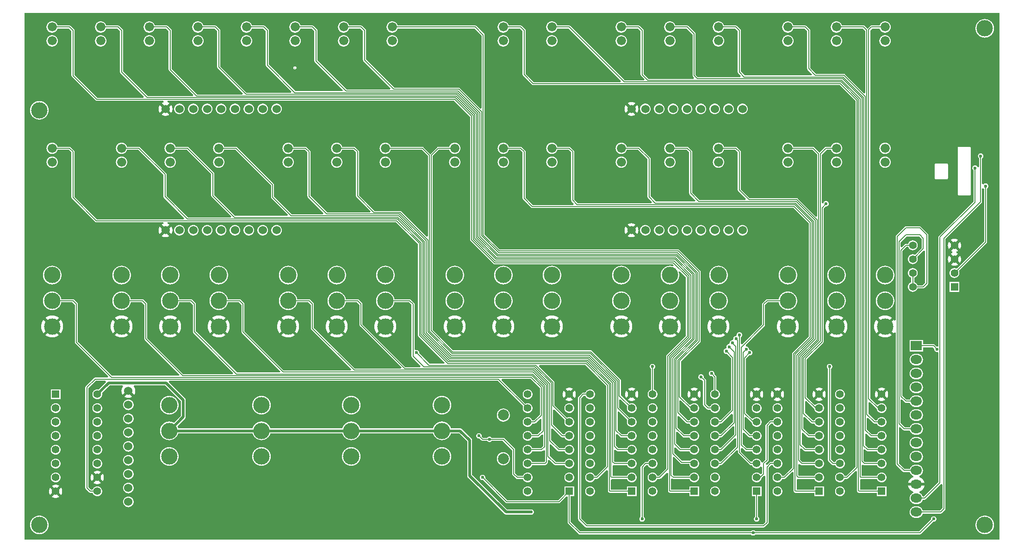
<source format=gbl>
G04*
G04 #@! TF.GenerationSoftware,Altium Limited,Altium Designer,21.4.1 (30)*
G04*
G04 Layer_Physical_Order=2*
G04 Layer_Color=16711680*
%FSLAX44Y44*%
%MOMM*%
G71*
G04*
G04 #@! TF.SameCoordinates,DE04AE30-6A1C-4D90-925E-84108EEAD676*
G04*
G04*
G04 #@! TF.FilePolarity,Positive*
G04*
G01*
G75*
%ADD40C,0.1524*%
%ADD41C,0.5000*%
%ADD42C,1.5240*%
%ADD43R,1.3970X1.3970*%
%ADD44C,1.3970*%
%ADD45C,3.0000*%
%ADD46C,2.9997*%
%ADD47C,1.9990*%
%ADD48C,1.6764*%
G04:AMPARAMS|DCode=49|XSize=2.032mm|YSize=1.7272mm|CornerRadius=0.8636mm|HoleSize=0mm|Usage=FLASHONLY|Rotation=0.000|XOffset=0mm|YOffset=0mm|HoleType=Round|Shape=RoundedRectangle|*
%AMROUNDEDRECTD49*
21,1,2.0320,0.0000,0,0,0.0*
21,1,0.3048,1.7272,0,0,0.0*
1,1,1.7272,0.1524,0.0000*
1,1,1.7272,-0.1524,0.0000*
1,1,1.7272,-0.1524,0.0000*
1,1,1.7272,0.1524,0.0000*
%
%ADD49ROUNDEDRECTD49*%
%ADD50R,2.0320X1.7272*%
%ADD51C,0.6000*%
G36*
X1797050Y12700D02*
X12700D01*
Y977900D01*
X1797050D01*
Y12700D01*
D02*
G37*
%LPC*%
G36*
X1587500Y962882D02*
X1587319Y962881D01*
X1587138Y962876D01*
X1586957Y962868D01*
X1586776Y962857D01*
X1586595Y962843D01*
X1586415Y962825D01*
X1586235Y962805D01*
X1586055Y962781D01*
X1585876Y962755D01*
X1585697Y962725D01*
X1585519Y962692D01*
X1585341Y962655D01*
X1585164Y962616D01*
X1584988Y962574D01*
X1584813Y962529D01*
X1584638Y962480D01*
X1584465Y962429D01*
X1584292Y962374D01*
X1584120Y962317D01*
X1583949Y962256D01*
X1583779Y962193D01*
X1583611Y962126D01*
X1583443Y962057D01*
X1583277Y961985D01*
X1583112Y961910D01*
X1582949Y961832D01*
X1582787Y961751D01*
X1582626Y961667D01*
X1582466Y961581D01*
X1582309Y961491D01*
X1582153Y961399D01*
X1581998Y961305D01*
X1581845Y961207D01*
X1581694Y961107D01*
X1581545Y961005D01*
X1581397Y960900D01*
X1581252Y960792D01*
X1581108Y960681D01*
X1580966Y960569D01*
X1580826Y960453D01*
X1580688Y960336D01*
X1580553Y960216D01*
X1580419Y960093D01*
X1580288Y959968D01*
X1580159Y959842D01*
X1580031Y959712D01*
X1579907Y959581D01*
X1579784Y959447D01*
X1579664Y959312D01*
X1579547Y959174D01*
X1579431Y959034D01*
X1579319Y958892D01*
X1579208Y958748D01*
X1579100Y958603D01*
X1578995Y958455D01*
X1578893Y958306D01*
X1578793Y958155D01*
X1578695Y958002D01*
X1578601Y957847D01*
X1578509Y957691D01*
X1578419Y957533D01*
X1578333Y957374D01*
X1578249Y957214D01*
X1578168Y957051D01*
X1578090Y956888D01*
X1578015Y956723D01*
X1577943Y956557D01*
X1577874Y956389D01*
X1577807Y956221D01*
X1577744Y956051D01*
X1577683Y955880D01*
X1577626Y955708D01*
X1577571Y955536D01*
X1577520Y955362D01*
X1577492Y955262D01*
X1562500D01*
X1562406Y955261D01*
X1562312Y955256D01*
X1562218Y955248D01*
X1562124Y955237D01*
X1562031Y955222D01*
X1561938Y955205D01*
X1561846Y955184D01*
X1561755Y955160D01*
X1561664Y955133D01*
X1561575Y955103D01*
X1561487Y955070D01*
X1561399Y955034D01*
X1561314Y954995D01*
X1561229Y954953D01*
X1561146Y954908D01*
X1561065Y954860D01*
X1560985Y954810D01*
X1560907Y954757D01*
X1560831Y954701D01*
X1560757Y954643D01*
X1560685Y954582D01*
X1560614Y954519D01*
X1560547Y954453D01*
X1555547Y949453D01*
X1553643Y951121D01*
X1550311Y954453D01*
X1550243Y954519D01*
X1550173Y954582D01*
X1550101Y954643D01*
X1550026Y954701D01*
X1549950Y954757D01*
X1549872Y954810D01*
X1549792Y954860D01*
X1549711Y954908D01*
X1549628Y954953D01*
X1549544Y954995D01*
X1549458Y955034D01*
X1549371Y955070D01*
X1549282Y955103D01*
X1549193Y955133D01*
X1549102Y955160D01*
X1549011Y955184D01*
X1548919Y955205D01*
X1548827Y955222D01*
X1548733Y955237D01*
X1548640Y955248D01*
X1548546Y955256D01*
X1548452Y955261D01*
X1548357Y955262D01*
X1508608D01*
X1508580Y955362D01*
X1508529Y955536D01*
X1508474Y955708D01*
X1508417Y955880D01*
X1508356Y956051D01*
X1508293Y956221D01*
X1508226Y956389D01*
X1508157Y956557D01*
X1508085Y956723D01*
X1508010Y956888D01*
X1507932Y957051D01*
X1507851Y957214D01*
X1507767Y957374D01*
X1507681Y957533D01*
X1507591Y957691D01*
X1507499Y957847D01*
X1507405Y958002D01*
X1507307Y958155D01*
X1507207Y958306D01*
X1507105Y958455D01*
X1507000Y958603D01*
X1506892Y958748D01*
X1506781Y958892D01*
X1506669Y959034D01*
X1506553Y959174D01*
X1506436Y959312D01*
X1506316Y959447D01*
X1506193Y959581D01*
X1506069Y959712D01*
X1505941Y959842D01*
X1505812Y959968D01*
X1505681Y960093D01*
X1505547Y960216D01*
X1505412Y960336D01*
X1505274Y960453D01*
X1505134Y960569D01*
X1504992Y960681D01*
X1504848Y960792D01*
X1504703Y960900D01*
X1504555Y961005D01*
X1504406Y961107D01*
X1504255Y961207D01*
X1504102Y961305D01*
X1503947Y961399D01*
X1503791Y961491D01*
X1503634Y961581D01*
X1503474Y961667D01*
X1503313Y961751D01*
X1503151Y961832D01*
X1502988Y961910D01*
X1502823Y961985D01*
X1502657Y962057D01*
X1502489Y962126D01*
X1502321Y962193D01*
X1502151Y962256D01*
X1501980Y962317D01*
X1501808Y962374D01*
X1501635Y962429D01*
X1501462Y962480D01*
X1501287Y962529D01*
X1501112Y962574D01*
X1500936Y962616D01*
X1500759Y962655D01*
X1500581Y962692D01*
X1500403Y962725D01*
X1500224Y962755D01*
X1500045Y962781D01*
X1499865Y962805D01*
X1499685Y962825D01*
X1499505Y962843D01*
X1499324Y962857D01*
X1499143Y962868D01*
X1498962Y962876D01*
X1498781Y962881D01*
X1498600Y962882D01*
X1498419Y962881D01*
X1498238Y962876D01*
X1498057Y962868D01*
X1497876Y962857D01*
X1497695Y962843D01*
X1497515Y962825D01*
X1497335Y962805D01*
X1497155Y962781D01*
X1496976Y962755D01*
X1496797Y962725D01*
X1496619Y962692D01*
X1496441Y962655D01*
X1496264Y962616D01*
X1496088Y962574D01*
X1495913Y962529D01*
X1495738Y962480D01*
X1495565Y962429D01*
X1495392Y962374D01*
X1495220Y962317D01*
X1495049Y962256D01*
X1494879Y962193D01*
X1494711Y962126D01*
X1494543Y962057D01*
X1494377Y961985D01*
X1494212Y961910D01*
X1494049Y961832D01*
X1493887Y961751D01*
X1493726Y961667D01*
X1493566Y961581D01*
X1493409Y961491D01*
X1493253Y961399D01*
X1493098Y961305D01*
X1492945Y961207D01*
X1492794Y961107D01*
X1492645Y961005D01*
X1492497Y960900D01*
X1492352Y960792D01*
X1492208Y960681D01*
X1492066Y960569D01*
X1491926Y960453D01*
X1491788Y960336D01*
X1491653Y960216D01*
X1491519Y960093D01*
X1491388Y959968D01*
X1491259Y959842D01*
X1491131Y959712D01*
X1491007Y959581D01*
X1490884Y959447D01*
X1490764Y959312D01*
X1490647Y959174D01*
X1490531Y959034D01*
X1490419Y958892D01*
X1490308Y958748D01*
X1490200Y958603D01*
X1490095Y958455D01*
X1489993Y958306D01*
X1489893Y958155D01*
X1489795Y958002D01*
X1489701Y957847D01*
X1489609Y957691D01*
X1489519Y957533D01*
X1489433Y957374D01*
X1489349Y957214D01*
X1489268Y957051D01*
X1489190Y956888D01*
X1489115Y956723D01*
X1489043Y956557D01*
X1488974Y956389D01*
X1488907Y956221D01*
X1488844Y956051D01*
X1488783Y955880D01*
X1488726Y955708D01*
X1488671Y955536D01*
X1488620Y955362D01*
X1488571Y955187D01*
X1488526Y955012D01*
X1488484Y954836D01*
X1488445Y954659D01*
X1488408Y954481D01*
X1488375Y954303D01*
X1488345Y954124D01*
X1488319Y953945D01*
X1488295Y953765D01*
X1488275Y953585D01*
X1488257Y953405D01*
X1488243Y953224D01*
X1488232Y953043D01*
X1488224Y952862D01*
X1488219Y952681D01*
X1488218Y952500D01*
X1488219Y952319D01*
X1488224Y952138D01*
X1488232Y951957D01*
X1488243Y951776D01*
X1488257Y951595D01*
X1488275Y951415D01*
X1488295Y951235D01*
X1488319Y951055D01*
X1488345Y950876D01*
X1488375Y950697D01*
X1488408Y950519D01*
X1488445Y950341D01*
X1488484Y950164D01*
X1488526Y949988D01*
X1488571Y949813D01*
X1488620Y949638D01*
X1488671Y949464D01*
X1488726Y949292D01*
X1488783Y949120D01*
X1488844Y948949D01*
X1488907Y948779D01*
X1488974Y948611D01*
X1489043Y948443D01*
X1489115Y948277D01*
X1489190Y948112D01*
X1489268Y947949D01*
X1489349Y947786D01*
X1489433Y947626D01*
X1489519Y947467D01*
X1489609Y947309D01*
X1489701Y947153D01*
X1489795Y946998D01*
X1489893Y946845D01*
X1489993Y946694D01*
X1490095Y946545D01*
X1490200Y946397D01*
X1490308Y946252D01*
X1490419Y946108D01*
X1490531Y945966D01*
X1490647Y945826D01*
X1490764Y945688D01*
X1490884Y945553D01*
X1491007Y945419D01*
X1491131Y945288D01*
X1491259Y945158D01*
X1491388Y945032D01*
X1491519Y944907D01*
X1491653Y944784D01*
X1491788Y944664D01*
X1491926Y944547D01*
X1492066Y944431D01*
X1492208Y944319D01*
X1492352Y944208D01*
X1492497Y944100D01*
X1492645Y943995D01*
X1492794Y943893D01*
X1492945Y943793D01*
X1493098Y943695D01*
X1493253Y943601D01*
X1493409Y943509D01*
X1493566Y943419D01*
X1493726Y943333D01*
X1493887Y943249D01*
X1494049Y943168D01*
X1494212Y943090D01*
X1494377Y943015D01*
X1494543Y942943D01*
X1494711Y942874D01*
X1494879Y942807D01*
X1495049Y942744D01*
X1495220Y942683D01*
X1495392Y942626D01*
X1495565Y942571D01*
X1495738Y942520D01*
X1495913Y942471D01*
X1496088Y942426D01*
X1496264Y942384D01*
X1496441Y942345D01*
X1496619Y942308D01*
X1496797Y942275D01*
X1496976Y942245D01*
X1497155Y942219D01*
X1497335Y942195D01*
X1497515Y942175D01*
X1497695Y942157D01*
X1497876Y942143D01*
X1498057Y942132D01*
X1498238Y942124D01*
X1498419Y942119D01*
X1498600Y942118D01*
X1498781Y942119D01*
X1498962Y942124D01*
X1499143Y942132D01*
X1499324Y942143D01*
X1499505Y942157D01*
X1499685Y942175D01*
X1499865Y942195D01*
X1500045Y942219D01*
X1500224Y942245D01*
X1500403Y942275D01*
X1500581Y942308D01*
X1500759Y942345D01*
X1500936Y942384D01*
X1501112Y942426D01*
X1501287Y942471D01*
X1501462Y942520D01*
X1501635Y942571D01*
X1501808Y942626D01*
X1501980Y942683D01*
X1502151Y942744D01*
X1502321Y942807D01*
X1502489Y942874D01*
X1502657Y942943D01*
X1502823Y943015D01*
X1502988Y943090D01*
X1503151Y943168D01*
X1503313Y943249D01*
X1503474Y943333D01*
X1503634Y943419D01*
X1503791Y943509D01*
X1503947Y943601D01*
X1504102Y943695D01*
X1504255Y943793D01*
X1504406Y943893D01*
X1504555Y943995D01*
X1504703Y944100D01*
X1504848Y944208D01*
X1504992Y944319D01*
X1505134Y944431D01*
X1505274Y944547D01*
X1505412Y944664D01*
X1505547Y944784D01*
X1505681Y944907D01*
X1505812Y945032D01*
X1505941Y945158D01*
X1506069Y945288D01*
X1506193Y945419D01*
X1506316Y945553D01*
X1506436Y945688D01*
X1506553Y945826D01*
X1506669Y945966D01*
X1506781Y946108D01*
X1506892Y946252D01*
X1507000Y946397D01*
X1507105Y946545D01*
X1507207Y946694D01*
X1507307Y946845D01*
X1507405Y946998D01*
X1507499Y947153D01*
X1507591Y947309D01*
X1507681Y947467D01*
X1507767Y947626D01*
X1507851Y947786D01*
X1507932Y947949D01*
X1508010Y948112D01*
X1508085Y948277D01*
X1508157Y948443D01*
X1508226Y948611D01*
X1508293Y948779D01*
X1508356Y948949D01*
X1508417Y949120D01*
X1508474Y949292D01*
X1508529Y949464D01*
X1508580Y949638D01*
X1508608Y949738D01*
X1547213D01*
X1551526Y945425D01*
Y831700D01*
X1549179Y830728D01*
X1513963Y865943D01*
X1513896Y866009D01*
X1513826Y866072D01*
X1513753Y866133D01*
X1513679Y866191D01*
X1513603Y866247D01*
X1513525Y866300D01*
X1513445Y866350D01*
X1513364Y866398D01*
X1513281Y866443D01*
X1513196Y866485D01*
X1513111Y866524D01*
X1513023Y866560D01*
X1512935Y866593D01*
X1512846Y866623D01*
X1512755Y866650D01*
X1512664Y866674D01*
X1512572Y866695D01*
X1512479Y866712D01*
X1512386Y866727D01*
X1512292Y866738D01*
X1512198Y866746D01*
X1512104Y866751D01*
X1512010Y866752D01*
X1461254D01*
X1450562Y877444D01*
Y946150D01*
X1450561Y946244D01*
X1450556Y946339D01*
X1450548Y946432D01*
X1450537Y946526D01*
X1450522Y946619D01*
X1450505Y946712D01*
X1450484Y946804D01*
X1450460Y946895D01*
X1450433Y946986D01*
X1450403Y947075D01*
X1450370Y947163D01*
X1450334Y947251D01*
X1450295Y947336D01*
X1450253Y947421D01*
X1450208Y947504D01*
X1450160Y947585D01*
X1450110Y947665D01*
X1450057Y947743D01*
X1450001Y947819D01*
X1449943Y947893D01*
X1449882Y947965D01*
X1449819Y948036D01*
X1449753Y948103D01*
X1443403Y954453D01*
X1443336Y954519D01*
X1443266Y954582D01*
X1443193Y954643D01*
X1443119Y954701D01*
X1443043Y954757D01*
X1442965Y954810D01*
X1442885Y954860D01*
X1442804Y954908D01*
X1442721Y954953D01*
X1442636Y954995D01*
X1442551Y955034D01*
X1442463Y955070D01*
X1442375Y955103D01*
X1442286Y955133D01*
X1442195Y955160D01*
X1442104Y955184D01*
X1442012Y955205D01*
X1441919Y955222D01*
X1441826Y955237D01*
X1441732Y955248D01*
X1441638Y955256D01*
X1441544Y955261D01*
X1441450Y955262D01*
X1419708D01*
X1419680Y955362D01*
X1419629Y955536D01*
X1419574Y955708D01*
X1419517Y955880D01*
X1419456Y956051D01*
X1419393Y956221D01*
X1419326Y956389D01*
X1419257Y956557D01*
X1419185Y956723D01*
X1419110Y956888D01*
X1419032Y957051D01*
X1418951Y957214D01*
X1418867Y957374D01*
X1418781Y957533D01*
X1418691Y957691D01*
X1418599Y957847D01*
X1418505Y958002D01*
X1418407Y958155D01*
X1418307Y958306D01*
X1418205Y958455D01*
X1418100Y958603D01*
X1417992Y958748D01*
X1417881Y958892D01*
X1417769Y959034D01*
X1417653Y959174D01*
X1417536Y959312D01*
X1417416Y959447D01*
X1417293Y959581D01*
X1417168Y959712D01*
X1417041Y959842D01*
X1416912Y959968D01*
X1416781Y960093D01*
X1416647Y960216D01*
X1416512Y960336D01*
X1416374Y960453D01*
X1416234Y960569D01*
X1416092Y960681D01*
X1415948Y960792D01*
X1415803Y960900D01*
X1415655Y961005D01*
X1415506Y961107D01*
X1415355Y961207D01*
X1415202Y961305D01*
X1415047Y961399D01*
X1414891Y961491D01*
X1414733Y961581D01*
X1414574Y961667D01*
X1414413Y961751D01*
X1414251Y961832D01*
X1414088Y961910D01*
X1413923Y961985D01*
X1413757Y962057D01*
X1413589Y962126D01*
X1413421Y962193D01*
X1413251Y962256D01*
X1413080Y962317D01*
X1412908Y962374D01*
X1412735Y962429D01*
X1412562Y962480D01*
X1412387Y962529D01*
X1412212Y962574D01*
X1412036Y962616D01*
X1411859Y962655D01*
X1411681Y962692D01*
X1411503Y962725D01*
X1411324Y962755D01*
X1411145Y962781D01*
X1410965Y962805D01*
X1410785Y962825D01*
X1410605Y962843D01*
X1410424Y962857D01*
X1410243Y962868D01*
X1410062Y962876D01*
X1409881Y962881D01*
X1409700Y962882D01*
X1409519Y962881D01*
X1409338Y962876D01*
X1409157Y962868D01*
X1408976Y962857D01*
X1408795Y962843D01*
X1408615Y962825D01*
X1408435Y962805D01*
X1408255Y962781D01*
X1408076Y962755D01*
X1407897Y962725D01*
X1407719Y962692D01*
X1407541Y962655D01*
X1407365Y962616D01*
X1407188Y962574D01*
X1407013Y962529D01*
X1406838Y962480D01*
X1406664Y962429D01*
X1406492Y962374D01*
X1406320Y962317D01*
X1406149Y962256D01*
X1405979Y962193D01*
X1405811Y962126D01*
X1405643Y962057D01*
X1405477Y961985D01*
X1405312Y961910D01*
X1405149Y961832D01*
X1404987Y961751D01*
X1404826Y961667D01*
X1404666Y961581D01*
X1404509Y961491D01*
X1404353Y961399D01*
X1404198Y961305D01*
X1404045Y961207D01*
X1403894Y961107D01*
X1403745Y961005D01*
X1403597Y960900D01*
X1403452Y960792D01*
X1403308Y960681D01*
X1403166Y960569D01*
X1403026Y960453D01*
X1402888Y960336D01*
X1402753Y960216D01*
X1402619Y960093D01*
X1402488Y959968D01*
X1402359Y959842D01*
X1402231Y959712D01*
X1402107Y959581D01*
X1401984Y959447D01*
X1401864Y959312D01*
X1401747Y959174D01*
X1401631Y959034D01*
X1401519Y958892D01*
X1401408Y958748D01*
X1401300Y958603D01*
X1401195Y958455D01*
X1401093Y958306D01*
X1400993Y958155D01*
X1400895Y958002D01*
X1400801Y957847D01*
X1400709Y957691D01*
X1400619Y957533D01*
X1400533Y957374D01*
X1400449Y957214D01*
X1400368Y957051D01*
X1400290Y956888D01*
X1400215Y956723D01*
X1400143Y956557D01*
X1400074Y956389D01*
X1400007Y956221D01*
X1399944Y956051D01*
X1399883Y955880D01*
X1399826Y955708D01*
X1399771Y955536D01*
X1399720Y955362D01*
X1399671Y955187D01*
X1399626Y955012D01*
X1399584Y954836D01*
X1399545Y954659D01*
X1399508Y954481D01*
X1399475Y954303D01*
X1399445Y954124D01*
X1399419Y953945D01*
X1399395Y953765D01*
X1399375Y953585D01*
X1399357Y953405D01*
X1399343Y953224D01*
X1399332Y953043D01*
X1399324Y952862D01*
X1399319Y952681D01*
X1399318Y952500D01*
X1399319Y952319D01*
X1399324Y952138D01*
X1399332Y951957D01*
X1399343Y951776D01*
X1399357Y951595D01*
X1399375Y951415D01*
X1399395Y951235D01*
X1399419Y951055D01*
X1399445Y950876D01*
X1399475Y950697D01*
X1399508Y950519D01*
X1399545Y950341D01*
X1399584Y950164D01*
X1399626Y949988D01*
X1399671Y949813D01*
X1399720Y949638D01*
X1399771Y949464D01*
X1399826Y949292D01*
X1399883Y949120D01*
X1399944Y948949D01*
X1400007Y948779D01*
X1400074Y948611D01*
X1400143Y948443D01*
X1400215Y948277D01*
X1400290Y948112D01*
X1400368Y947949D01*
X1400449Y947786D01*
X1400533Y947626D01*
X1400619Y947467D01*
X1400709Y947309D01*
X1400801Y947153D01*
X1400895Y946998D01*
X1400993Y946845D01*
X1401093Y946694D01*
X1401195Y946545D01*
X1401300Y946397D01*
X1401408Y946252D01*
X1401519Y946108D01*
X1401631Y945966D01*
X1401747Y945826D01*
X1401864Y945688D01*
X1401984Y945553D01*
X1402107Y945419D01*
X1402231Y945288D01*
X1402359Y945158D01*
X1402488Y945032D01*
X1402619Y944907D01*
X1402753Y944784D01*
X1402888Y944664D01*
X1403026Y944547D01*
X1403166Y944431D01*
X1403308Y944319D01*
X1403452Y944208D01*
X1403597Y944100D01*
X1403745Y943995D01*
X1403894Y943893D01*
X1404045Y943793D01*
X1404198Y943695D01*
X1404353Y943601D01*
X1404509Y943509D01*
X1404666Y943419D01*
X1404826Y943333D01*
X1404987Y943249D01*
X1405149Y943168D01*
X1405312Y943090D01*
X1405477Y943015D01*
X1405643Y942943D01*
X1405811Y942874D01*
X1405979Y942807D01*
X1406149Y942744D01*
X1406320Y942683D01*
X1406492Y942626D01*
X1406664Y942571D01*
X1406838Y942520D01*
X1407013Y942471D01*
X1407188Y942426D01*
X1407365Y942384D01*
X1407541Y942345D01*
X1407719Y942308D01*
X1407897Y942275D01*
X1408076Y942245D01*
X1408255Y942219D01*
X1408435Y942195D01*
X1408615Y942175D01*
X1408795Y942157D01*
X1408976Y942143D01*
X1409157Y942132D01*
X1409338Y942124D01*
X1409519Y942119D01*
X1409700Y942118D01*
X1409881Y942119D01*
X1410062Y942124D01*
X1410243Y942132D01*
X1410424Y942143D01*
X1410605Y942157D01*
X1410785Y942175D01*
X1410965Y942195D01*
X1411145Y942219D01*
X1411324Y942245D01*
X1411503Y942275D01*
X1411681Y942308D01*
X1411859Y942345D01*
X1412036Y942384D01*
X1412212Y942426D01*
X1412387Y942471D01*
X1412562Y942520D01*
X1412735Y942571D01*
X1412908Y942626D01*
X1413080Y942683D01*
X1413251Y942744D01*
X1413421Y942807D01*
X1413589Y942874D01*
X1413757Y942943D01*
X1413923Y943015D01*
X1414088Y943090D01*
X1414251Y943168D01*
X1414413Y943249D01*
X1414574Y943333D01*
X1414733Y943419D01*
X1414891Y943509D01*
X1415047Y943601D01*
X1415202Y943695D01*
X1415355Y943793D01*
X1415506Y943893D01*
X1415655Y943995D01*
X1415803Y944100D01*
X1415948Y944208D01*
X1416092Y944319D01*
X1416234Y944431D01*
X1416374Y944547D01*
X1416512Y944664D01*
X1416647Y944784D01*
X1416781Y944907D01*
X1416912Y945032D01*
X1417041Y945158D01*
X1417168Y945288D01*
X1417293Y945419D01*
X1417416Y945553D01*
X1417536Y945688D01*
X1417653Y945826D01*
X1417769Y945966D01*
X1417881Y946108D01*
X1417992Y946252D01*
X1418100Y946397D01*
X1418205Y946545D01*
X1418307Y946694D01*
X1418407Y946845D01*
X1418505Y946998D01*
X1418599Y947153D01*
X1418691Y947309D01*
X1418781Y947467D01*
X1418867Y947626D01*
X1418951Y947786D01*
X1419032Y947949D01*
X1419110Y948112D01*
X1419185Y948277D01*
X1419257Y948443D01*
X1419326Y948611D01*
X1419393Y948779D01*
X1419456Y948949D01*
X1419517Y949120D01*
X1419574Y949292D01*
X1419629Y949464D01*
X1419680Y949638D01*
X1419708Y949738D01*
X1440306D01*
X1445038Y945006D01*
Y876300D01*
X1445039Y876206D01*
X1445044Y876112D01*
X1445052Y876018D01*
X1445063Y875924D01*
X1445078Y875831D01*
X1445095Y875738D01*
X1445116Y875646D01*
X1445140Y875555D01*
X1445167Y875464D01*
X1445197Y875375D01*
X1445230Y875287D01*
X1445266Y875199D01*
X1445305Y875114D01*
X1445347Y875029D01*
X1445392Y874946D01*
X1445440Y874865D01*
X1445490Y874785D01*
X1445543Y874707D01*
X1445599Y874631D01*
X1445657Y874557D01*
X1445718Y874484D01*
X1445781Y874415D01*
X1445847Y874347D01*
X1454142Y866051D01*
X1453170Y863704D01*
X1330952D01*
X1323562Y871094D01*
Y946150D01*
X1323561Y946244D01*
X1323556Y946339D01*
X1323548Y946432D01*
X1323537Y946526D01*
X1323522Y946619D01*
X1323505Y946712D01*
X1323484Y946804D01*
X1323460Y946895D01*
X1323433Y946986D01*
X1323403Y947075D01*
X1323370Y947163D01*
X1323334Y947251D01*
X1323295Y947336D01*
X1323253Y947421D01*
X1323208Y947504D01*
X1323160Y947585D01*
X1323110Y947665D01*
X1323057Y947743D01*
X1323001Y947819D01*
X1322943Y947893D01*
X1322882Y947965D01*
X1322819Y948036D01*
X1322753Y948103D01*
X1316403Y954453D01*
X1316335Y954519D01*
X1316266Y954582D01*
X1316193Y954643D01*
X1316119Y954701D01*
X1316043Y954757D01*
X1315965Y954810D01*
X1315885Y954860D01*
X1315804Y954908D01*
X1315721Y954953D01*
X1315636Y954995D01*
X1315551Y955034D01*
X1315463Y955070D01*
X1315375Y955103D01*
X1315286Y955133D01*
X1315195Y955160D01*
X1315104Y955184D01*
X1315012Y955205D01*
X1314919Y955222D01*
X1314826Y955237D01*
X1314733Y955248D01*
X1314639Y955256D01*
X1314544Y955261D01*
X1314450Y955262D01*
X1292708D01*
X1292680Y955362D01*
X1292629Y955536D01*
X1292574Y955708D01*
X1292517Y955880D01*
X1292456Y956051D01*
X1292393Y956221D01*
X1292326Y956389D01*
X1292257Y956557D01*
X1292185Y956723D01*
X1292110Y956888D01*
X1292032Y957051D01*
X1291951Y957214D01*
X1291867Y957374D01*
X1291781Y957533D01*
X1291691Y957691D01*
X1291599Y957847D01*
X1291505Y958002D01*
X1291407Y958155D01*
X1291307Y958306D01*
X1291205Y958455D01*
X1291100Y958603D01*
X1290992Y958748D01*
X1290881Y958892D01*
X1290769Y959034D01*
X1290653Y959174D01*
X1290536Y959312D01*
X1290416Y959447D01*
X1290293Y959581D01*
X1290168Y959712D01*
X1290042Y959842D01*
X1289912Y959968D01*
X1289781Y960093D01*
X1289647Y960216D01*
X1289512Y960336D01*
X1289374Y960453D01*
X1289234Y960569D01*
X1289092Y960681D01*
X1288948Y960792D01*
X1288803Y960900D01*
X1288655Y961005D01*
X1288506Y961107D01*
X1288355Y961207D01*
X1288202Y961305D01*
X1288047Y961399D01*
X1287891Y961491D01*
X1287733Y961581D01*
X1287574Y961667D01*
X1287413Y961751D01*
X1287251Y961832D01*
X1287088Y961910D01*
X1286923Y961985D01*
X1286757Y962057D01*
X1286589Y962126D01*
X1286421Y962193D01*
X1286251Y962256D01*
X1286080Y962317D01*
X1285908Y962374D01*
X1285735Y962429D01*
X1285562Y962480D01*
X1285387Y962529D01*
X1285212Y962574D01*
X1285036Y962616D01*
X1284859Y962655D01*
X1284681Y962692D01*
X1284503Y962725D01*
X1284324Y962755D01*
X1284145Y962781D01*
X1283965Y962805D01*
X1283785Y962825D01*
X1283605Y962843D01*
X1283424Y962857D01*
X1283243Y962868D01*
X1283062Y962876D01*
X1282881Y962881D01*
X1282700Y962882D01*
X1282519Y962881D01*
X1282338Y962876D01*
X1282157Y962868D01*
X1281976Y962857D01*
X1281795Y962843D01*
X1281615Y962825D01*
X1281435Y962805D01*
X1281255Y962781D01*
X1281076Y962755D01*
X1280897Y962725D01*
X1280719Y962692D01*
X1280541Y962655D01*
X1280365Y962616D01*
X1280188Y962574D01*
X1280013Y962529D01*
X1279838Y962480D01*
X1279665Y962429D01*
X1279492Y962374D01*
X1279320Y962317D01*
X1279149Y962256D01*
X1278979Y962193D01*
X1278811Y962126D01*
X1278643Y962057D01*
X1278477Y961985D01*
X1278312Y961910D01*
X1278149Y961832D01*
X1277987Y961751D01*
X1277826Y961667D01*
X1277666Y961581D01*
X1277509Y961491D01*
X1277353Y961399D01*
X1277198Y961305D01*
X1277045Y961207D01*
X1276894Y961107D01*
X1276745Y961005D01*
X1276597Y960900D01*
X1276452Y960792D01*
X1276308Y960681D01*
X1276166Y960569D01*
X1276026Y960453D01*
X1275889Y960336D01*
X1275753Y960216D01*
X1275619Y960093D01*
X1275488Y959968D01*
X1275359Y959842D01*
X1275231Y959712D01*
X1275107Y959581D01*
X1274984Y959447D01*
X1274864Y959312D01*
X1274747Y959174D01*
X1274631Y959034D01*
X1274519Y958892D01*
X1274408Y958748D01*
X1274300Y958603D01*
X1274195Y958455D01*
X1274093Y958306D01*
X1273993Y958155D01*
X1273895Y958002D01*
X1273801Y957847D01*
X1273709Y957691D01*
X1273619Y957533D01*
X1273533Y957374D01*
X1273449Y957214D01*
X1273368Y957051D01*
X1273290Y956888D01*
X1273215Y956723D01*
X1273143Y956557D01*
X1273074Y956389D01*
X1273007Y956221D01*
X1272944Y956051D01*
X1272883Y955880D01*
X1272826Y955708D01*
X1272771Y955536D01*
X1272720Y955362D01*
X1272671Y955187D01*
X1272626Y955012D01*
X1272584Y954836D01*
X1272544Y954659D01*
X1272508Y954481D01*
X1272475Y954303D01*
X1272445Y954124D01*
X1272419Y953945D01*
X1272395Y953765D01*
X1272374Y953585D01*
X1272357Y953405D01*
X1272343Y953224D01*
X1272332Y953043D01*
X1272324Y952862D01*
X1272319Y952681D01*
X1272318Y952500D01*
X1272319Y952319D01*
X1272324Y952138D01*
X1272332Y951957D01*
X1272343Y951776D01*
X1272357Y951595D01*
X1272374Y951415D01*
X1272395Y951235D01*
X1272419Y951055D01*
X1272445Y950876D01*
X1272475Y950697D01*
X1272508Y950519D01*
X1272544Y950341D01*
X1272584Y950164D01*
X1272626Y949988D01*
X1272671Y949813D01*
X1272720Y949638D01*
X1272771Y949464D01*
X1272826Y949292D01*
X1272883Y949120D01*
X1272944Y948949D01*
X1273007Y948779D01*
X1273074Y948611D01*
X1273143Y948443D01*
X1273215Y948277D01*
X1273290Y948112D01*
X1273368Y947949D01*
X1273449Y947786D01*
X1273533Y947626D01*
X1273619Y947467D01*
X1273709Y947309D01*
X1273801Y947153D01*
X1273895Y946998D01*
X1273993Y946845D01*
X1274093Y946694D01*
X1274195Y946545D01*
X1274300Y946397D01*
X1274408Y946252D01*
X1274519Y946108D01*
X1274631Y945966D01*
X1274747Y945826D01*
X1274864Y945688D01*
X1274984Y945553D01*
X1275107Y945419D01*
X1275231Y945288D01*
X1275359Y945158D01*
X1275488Y945032D01*
X1275619Y944907D01*
X1275753Y944784D01*
X1275889Y944664D01*
X1276026Y944547D01*
X1276166Y944431D01*
X1276308Y944319D01*
X1276452Y944208D01*
X1276597Y944100D01*
X1276745Y943995D01*
X1276894Y943893D01*
X1277045Y943793D01*
X1277198Y943695D01*
X1277353Y943601D01*
X1277509Y943509D01*
X1277666Y943419D01*
X1277826Y943333D01*
X1277987Y943249D01*
X1278149Y943168D01*
X1278312Y943090D01*
X1278477Y943015D01*
X1278643Y942943D01*
X1278811Y942874D01*
X1278979Y942807D01*
X1279149Y942744D01*
X1279320Y942683D01*
X1279492Y942626D01*
X1279665Y942571D01*
X1279838Y942520D01*
X1280013Y942471D01*
X1280188Y942426D01*
X1280365Y942384D01*
X1280541Y942345D01*
X1280719Y942308D01*
X1280897Y942275D01*
X1281076Y942245D01*
X1281255Y942219D01*
X1281435Y942195D01*
X1281615Y942175D01*
X1281795Y942157D01*
X1281976Y942143D01*
X1282157Y942132D01*
X1282338Y942124D01*
X1282519Y942119D01*
X1282700Y942118D01*
X1282881Y942119D01*
X1283062Y942124D01*
X1283243Y942132D01*
X1283424Y942143D01*
X1283605Y942157D01*
X1283785Y942175D01*
X1283965Y942195D01*
X1284145Y942219D01*
X1284324Y942245D01*
X1284503Y942275D01*
X1284681Y942308D01*
X1284859Y942345D01*
X1285036Y942384D01*
X1285212Y942426D01*
X1285387Y942471D01*
X1285562Y942520D01*
X1285735Y942571D01*
X1285908Y942626D01*
X1286080Y942683D01*
X1286251Y942744D01*
X1286421Y942807D01*
X1286589Y942874D01*
X1286757Y942943D01*
X1286923Y943015D01*
X1287088Y943090D01*
X1287251Y943168D01*
X1287413Y943249D01*
X1287574Y943333D01*
X1287733Y943419D01*
X1287891Y943509D01*
X1288047Y943601D01*
X1288202Y943695D01*
X1288355Y943793D01*
X1288506Y943893D01*
X1288655Y943995D01*
X1288803Y944100D01*
X1288948Y944208D01*
X1289092Y944319D01*
X1289234Y944431D01*
X1289374Y944547D01*
X1289512Y944664D01*
X1289647Y944784D01*
X1289781Y944907D01*
X1289912Y945032D01*
X1290042Y945158D01*
X1290168Y945288D01*
X1290293Y945419D01*
X1290416Y945553D01*
X1290536Y945688D01*
X1290653Y945826D01*
X1290769Y945966D01*
X1290881Y946108D01*
X1290992Y946252D01*
X1291100Y946397D01*
X1291205Y946545D01*
X1291307Y946694D01*
X1291407Y946845D01*
X1291505Y946998D01*
X1291599Y947153D01*
X1291691Y947309D01*
X1291781Y947467D01*
X1291867Y947626D01*
X1291951Y947786D01*
X1292032Y947949D01*
X1292110Y948112D01*
X1292185Y948277D01*
X1292257Y948443D01*
X1292326Y948611D01*
X1292393Y948779D01*
X1292456Y948949D01*
X1292517Y949120D01*
X1292574Y949292D01*
X1292629Y949464D01*
X1292680Y949638D01*
X1292708Y949738D01*
X1313306D01*
X1318038Y945006D01*
Y869950D01*
X1318039Y869856D01*
X1318044Y869762D01*
X1318052Y869668D01*
X1318063Y869574D01*
X1318078Y869481D01*
X1318095Y869388D01*
X1318116Y869296D01*
X1318140Y869205D01*
X1318167Y869114D01*
X1318197Y869025D01*
X1318230Y868937D01*
X1318266Y868849D01*
X1318305Y868764D01*
X1318347Y868679D01*
X1318392Y868596D01*
X1318440Y868515D01*
X1318490Y868435D01*
X1318543Y868357D01*
X1318599Y868281D01*
X1318657Y868207D01*
X1318718Y868135D01*
X1318781Y868064D01*
X1318847Y867997D01*
X1323840Y863003D01*
X1322868Y860656D01*
X1245100D01*
X1241012Y864744D01*
Y939800D01*
X1241011Y939894D01*
X1241006Y939988D01*
X1240998Y940082D01*
X1240987Y940176D01*
X1240972Y940269D01*
X1240955Y940362D01*
X1240934Y940454D01*
X1240910Y940545D01*
X1240883Y940636D01*
X1240853Y940725D01*
X1240820Y940813D01*
X1240784Y940901D01*
X1240745Y940986D01*
X1240703Y941071D01*
X1240658Y941154D01*
X1240610Y941235D01*
X1240560Y941315D01*
X1240507Y941393D01*
X1240451Y941469D01*
X1240393Y941543D01*
X1240332Y941616D01*
X1240269Y941685D01*
X1240203Y941753D01*
X1227503Y954453D01*
X1227436Y954519D01*
X1227365Y954582D01*
X1227293Y954643D01*
X1227219Y954701D01*
X1227143Y954757D01*
X1227065Y954810D01*
X1226985Y954860D01*
X1226904Y954908D01*
X1226821Y954953D01*
X1226736Y954995D01*
X1226651Y955034D01*
X1226563Y955070D01*
X1226475Y955103D01*
X1226386Y955133D01*
X1226295Y955160D01*
X1226204Y955184D01*
X1226112Y955205D01*
X1226019Y955222D01*
X1225926Y955237D01*
X1225833Y955248D01*
X1225739Y955256D01*
X1225644Y955261D01*
X1225550Y955262D01*
X1203808D01*
X1203780Y955362D01*
X1203729Y955536D01*
X1203674Y955708D01*
X1203617Y955880D01*
X1203556Y956051D01*
X1203493Y956221D01*
X1203426Y956389D01*
X1203357Y956557D01*
X1203285Y956723D01*
X1203210Y956888D01*
X1203132Y957051D01*
X1203051Y957214D01*
X1202967Y957374D01*
X1202881Y957533D01*
X1202791Y957691D01*
X1202699Y957847D01*
X1202605Y958002D01*
X1202507Y958155D01*
X1202407Y958306D01*
X1202305Y958455D01*
X1202200Y958603D01*
X1202092Y958748D01*
X1201981Y958892D01*
X1201869Y959034D01*
X1201753Y959174D01*
X1201636Y959312D01*
X1201516Y959447D01*
X1201393Y959581D01*
X1201268Y959712D01*
X1201142Y959842D01*
X1201012Y959968D01*
X1200881Y960093D01*
X1200747Y960216D01*
X1200611Y960336D01*
X1200474Y960453D01*
X1200334Y960569D01*
X1200192Y960681D01*
X1200048Y960792D01*
X1199903Y960900D01*
X1199755Y961005D01*
X1199606Y961107D01*
X1199455Y961207D01*
X1199302Y961305D01*
X1199147Y961399D01*
X1198991Y961491D01*
X1198833Y961581D01*
X1198674Y961667D01*
X1198513Y961751D01*
X1198351Y961832D01*
X1198188Y961910D01*
X1198023Y961985D01*
X1197857Y962057D01*
X1197689Y962126D01*
X1197521Y962193D01*
X1197351Y962256D01*
X1197180Y962317D01*
X1197008Y962374D01*
X1196835Y962429D01*
X1196662Y962480D01*
X1196487Y962529D01*
X1196312Y962574D01*
X1196135Y962616D01*
X1195959Y962655D01*
X1195781Y962692D01*
X1195603Y962725D01*
X1195424Y962755D01*
X1195245Y962781D01*
X1195065Y962805D01*
X1194885Y962825D01*
X1194705Y962843D01*
X1194524Y962857D01*
X1194343Y962868D01*
X1194162Y962876D01*
X1193981Y962881D01*
X1193800Y962882D01*
X1193619Y962881D01*
X1193438Y962876D01*
X1193257Y962868D01*
X1193076Y962857D01*
X1192895Y962843D01*
X1192715Y962825D01*
X1192535Y962805D01*
X1192355Y962781D01*
X1192176Y962755D01*
X1191997Y962725D01*
X1191819Y962692D01*
X1191641Y962655D01*
X1191464Y962616D01*
X1191288Y962574D01*
X1191113Y962529D01*
X1190938Y962480D01*
X1190764Y962429D01*
X1190592Y962374D01*
X1190420Y962317D01*
X1190249Y962256D01*
X1190079Y962193D01*
X1189911Y962126D01*
X1189743Y962057D01*
X1189577Y961985D01*
X1189412Y961910D01*
X1189249Y961832D01*
X1189087Y961751D01*
X1188926Y961667D01*
X1188766Y961581D01*
X1188609Y961491D01*
X1188453Y961399D01*
X1188298Y961305D01*
X1188145Y961207D01*
X1187994Y961107D01*
X1187845Y961005D01*
X1187697Y960900D01*
X1187552Y960792D01*
X1187408Y960681D01*
X1187266Y960569D01*
X1187126Y960453D01*
X1186989Y960336D01*
X1186853Y960216D01*
X1186719Y960093D01*
X1186588Y959968D01*
X1186459Y959842D01*
X1186331Y959712D01*
X1186207Y959581D01*
X1186084Y959447D01*
X1185964Y959312D01*
X1185847Y959174D01*
X1185731Y959034D01*
X1185619Y958892D01*
X1185508Y958748D01*
X1185400Y958603D01*
X1185295Y958455D01*
X1185193Y958306D01*
X1185093Y958155D01*
X1184995Y958002D01*
X1184901Y957847D01*
X1184809Y957691D01*
X1184719Y957533D01*
X1184633Y957374D01*
X1184549Y957214D01*
X1184468Y957051D01*
X1184390Y956888D01*
X1184315Y956723D01*
X1184243Y956557D01*
X1184174Y956389D01*
X1184107Y956221D01*
X1184044Y956051D01*
X1183983Y955880D01*
X1183926Y955708D01*
X1183871Y955536D01*
X1183820Y955362D01*
X1183771Y955187D01*
X1183726Y955012D01*
X1183684Y954836D01*
X1183644Y954659D01*
X1183608Y954481D01*
X1183575Y954303D01*
X1183545Y954124D01*
X1183519Y953945D01*
X1183495Y953765D01*
X1183475Y953585D01*
X1183457Y953405D01*
X1183443Y953224D01*
X1183432Y953043D01*
X1183424Y952862D01*
X1183419Y952681D01*
X1183418Y952500D01*
X1183419Y952319D01*
X1183424Y952138D01*
X1183432Y951957D01*
X1183443Y951776D01*
X1183457Y951595D01*
X1183475Y951415D01*
X1183495Y951235D01*
X1183519Y951055D01*
X1183545Y950876D01*
X1183575Y950697D01*
X1183608Y950519D01*
X1183644Y950341D01*
X1183684Y950164D01*
X1183726Y949988D01*
X1183771Y949813D01*
X1183820Y949638D01*
X1183871Y949464D01*
X1183926Y949292D01*
X1183983Y949120D01*
X1184044Y948949D01*
X1184107Y948779D01*
X1184174Y948611D01*
X1184243Y948443D01*
X1184315Y948277D01*
X1184390Y948112D01*
X1184468Y947949D01*
X1184549Y947786D01*
X1184633Y947626D01*
X1184719Y947467D01*
X1184809Y947309D01*
X1184901Y947153D01*
X1184995Y946998D01*
X1185093Y946845D01*
X1185193Y946694D01*
X1185295Y946545D01*
X1185400Y946397D01*
X1185508Y946252D01*
X1185619Y946108D01*
X1185731Y945966D01*
X1185847Y945826D01*
X1185964Y945688D01*
X1186084Y945553D01*
X1186207Y945419D01*
X1186331Y945288D01*
X1186459Y945158D01*
X1186588Y945032D01*
X1186719Y944907D01*
X1186853Y944784D01*
X1186989Y944664D01*
X1187126Y944547D01*
X1187266Y944431D01*
X1187408Y944319D01*
X1187552Y944208D01*
X1187697Y944100D01*
X1187845Y943995D01*
X1187994Y943893D01*
X1188145Y943793D01*
X1188298Y943695D01*
X1188453Y943601D01*
X1188609Y943509D01*
X1188766Y943419D01*
X1188926Y943333D01*
X1189087Y943249D01*
X1189249Y943168D01*
X1189412Y943090D01*
X1189577Y943015D01*
X1189743Y942943D01*
X1189911Y942874D01*
X1190079Y942807D01*
X1190249Y942744D01*
X1190420Y942683D01*
X1190592Y942626D01*
X1190764Y942571D01*
X1190938Y942520D01*
X1191113Y942471D01*
X1191288Y942426D01*
X1191464Y942384D01*
X1191641Y942345D01*
X1191819Y942308D01*
X1191997Y942275D01*
X1192176Y942245D01*
X1192355Y942219D01*
X1192535Y942195D01*
X1192715Y942175D01*
X1192895Y942157D01*
X1193076Y942143D01*
X1193257Y942132D01*
X1193438Y942124D01*
X1193619Y942119D01*
X1193800Y942118D01*
X1193981Y942119D01*
X1194162Y942124D01*
X1194343Y942132D01*
X1194524Y942143D01*
X1194705Y942157D01*
X1194885Y942175D01*
X1195065Y942195D01*
X1195245Y942219D01*
X1195424Y942245D01*
X1195603Y942275D01*
X1195781Y942308D01*
X1195959Y942345D01*
X1196135Y942384D01*
X1196312Y942426D01*
X1196487Y942471D01*
X1196662Y942520D01*
X1196835Y942571D01*
X1197008Y942626D01*
X1197180Y942683D01*
X1197351Y942744D01*
X1197521Y942807D01*
X1197689Y942874D01*
X1197857Y942943D01*
X1198023Y943015D01*
X1198188Y943090D01*
X1198351Y943168D01*
X1198513Y943249D01*
X1198674Y943333D01*
X1198833Y943419D01*
X1198991Y943509D01*
X1199147Y943601D01*
X1199302Y943695D01*
X1199455Y943793D01*
X1199606Y943893D01*
X1199755Y943995D01*
X1199903Y944100D01*
X1200048Y944208D01*
X1200192Y944319D01*
X1200334Y944431D01*
X1200474Y944547D01*
X1200611Y944664D01*
X1200747Y944784D01*
X1200881Y944907D01*
X1201012Y945032D01*
X1201142Y945158D01*
X1201268Y945288D01*
X1201393Y945419D01*
X1201516Y945553D01*
X1201636Y945688D01*
X1201753Y945826D01*
X1201869Y945966D01*
X1201981Y946108D01*
X1202092Y946252D01*
X1202200Y946397D01*
X1202305Y946545D01*
X1202407Y946694D01*
X1202507Y946845D01*
X1202605Y946998D01*
X1202699Y947153D01*
X1202791Y947309D01*
X1202881Y947467D01*
X1202967Y947626D01*
X1203051Y947786D01*
X1203132Y947949D01*
X1203210Y948112D01*
X1203285Y948277D01*
X1203357Y948443D01*
X1203426Y948611D01*
X1203493Y948779D01*
X1203556Y948949D01*
X1203617Y949120D01*
X1203674Y949292D01*
X1203729Y949464D01*
X1203780Y949638D01*
X1203808Y949738D01*
X1224406D01*
X1235488Y938656D01*
Y863600D01*
X1235489Y863506D01*
X1235494Y863411D01*
X1235502Y863317D01*
X1235513Y863224D01*
X1235528Y863131D01*
X1235545Y863038D01*
X1235566Y862946D01*
X1235590Y862855D01*
X1235617Y862764D01*
X1235647Y862675D01*
X1235680Y862587D01*
X1235716Y862499D01*
X1235755Y862414D01*
X1235797Y862329D01*
X1235842Y862246D01*
X1235890Y862165D01*
X1235940Y862085D01*
X1235993Y862007D01*
X1236049Y861931D01*
X1236107Y861857D01*
X1236168Y861785D01*
X1236231Y861714D01*
X1236297Y861647D01*
X1237988Y859955D01*
X1237016Y857608D01*
X1154548D01*
X1145762Y866394D01*
Y946150D01*
X1145761Y946244D01*
X1145756Y946339D01*
X1145748Y946432D01*
X1145737Y946526D01*
X1145722Y946619D01*
X1145705Y946712D01*
X1145684Y946804D01*
X1145660Y946895D01*
X1145633Y946986D01*
X1145603Y947075D01*
X1145570Y947163D01*
X1145534Y947251D01*
X1145495Y947336D01*
X1145453Y947421D01*
X1145408Y947504D01*
X1145360Y947585D01*
X1145310Y947665D01*
X1145257Y947743D01*
X1145201Y947819D01*
X1145143Y947893D01*
X1145082Y947965D01*
X1145019Y948036D01*
X1144953Y948103D01*
X1138603Y954453D01*
X1138536Y954519D01*
X1138465Y954582D01*
X1138393Y954643D01*
X1138319Y954701D01*
X1138243Y954757D01*
X1138165Y954810D01*
X1138085Y954860D01*
X1138004Y954908D01*
X1137921Y954953D01*
X1137836Y954995D01*
X1137751Y955034D01*
X1137663Y955070D01*
X1137575Y955103D01*
X1137486Y955133D01*
X1137395Y955160D01*
X1137304Y955184D01*
X1137212Y955205D01*
X1137119Y955222D01*
X1137026Y955237D01*
X1136933Y955248D01*
X1136839Y955256D01*
X1136744Y955261D01*
X1136650Y955262D01*
X1114908D01*
X1114880Y955362D01*
X1114829Y955536D01*
X1114774Y955708D01*
X1114717Y955880D01*
X1114656Y956051D01*
X1114593Y956221D01*
X1114526Y956389D01*
X1114457Y956557D01*
X1114385Y956723D01*
X1114310Y956888D01*
X1114232Y957051D01*
X1114151Y957214D01*
X1114067Y957374D01*
X1113981Y957533D01*
X1113891Y957691D01*
X1113799Y957847D01*
X1113705Y958002D01*
X1113607Y958155D01*
X1113507Y958306D01*
X1113405Y958455D01*
X1113300Y958603D01*
X1113192Y958748D01*
X1113081Y958892D01*
X1112969Y959034D01*
X1112853Y959174D01*
X1112736Y959312D01*
X1112616Y959447D01*
X1112493Y959581D01*
X1112368Y959712D01*
X1112242Y959842D01*
X1112112Y959968D01*
X1111981Y960093D01*
X1111847Y960216D01*
X1111712Y960336D01*
X1111574Y960453D01*
X1111434Y960569D01*
X1111292Y960681D01*
X1111148Y960792D01*
X1111003Y960900D01*
X1110855Y961005D01*
X1110706Y961107D01*
X1110555Y961207D01*
X1110402Y961305D01*
X1110247Y961399D01*
X1110091Y961491D01*
X1109933Y961581D01*
X1109774Y961667D01*
X1109613Y961751D01*
X1109451Y961832D01*
X1109288Y961910D01*
X1109123Y961985D01*
X1108957Y962057D01*
X1108789Y962126D01*
X1108621Y962193D01*
X1108451Y962256D01*
X1108280Y962317D01*
X1108108Y962374D01*
X1107935Y962429D01*
X1107762Y962480D01*
X1107587Y962529D01*
X1107412Y962574D01*
X1107235Y962616D01*
X1107059Y962655D01*
X1106881Y962692D01*
X1106703Y962725D01*
X1106524Y962755D01*
X1106345Y962781D01*
X1106165Y962805D01*
X1105985Y962825D01*
X1105805Y962843D01*
X1105624Y962857D01*
X1105443Y962868D01*
X1105262Y962876D01*
X1105081Y962881D01*
X1104900Y962882D01*
X1104719Y962881D01*
X1104538Y962876D01*
X1104357Y962868D01*
X1104176Y962857D01*
X1103995Y962843D01*
X1103815Y962825D01*
X1103635Y962805D01*
X1103455Y962781D01*
X1103276Y962755D01*
X1103097Y962725D01*
X1102919Y962692D01*
X1102741Y962655D01*
X1102564Y962616D01*
X1102388Y962574D01*
X1102213Y962529D01*
X1102038Y962480D01*
X1101864Y962429D01*
X1101692Y962374D01*
X1101520Y962317D01*
X1101349Y962256D01*
X1101179Y962193D01*
X1101011Y962126D01*
X1100843Y962057D01*
X1100677Y961985D01*
X1100512Y961910D01*
X1100349Y961832D01*
X1100186Y961751D01*
X1100026Y961667D01*
X1099866Y961581D01*
X1099709Y961491D01*
X1099553Y961399D01*
X1099398Y961305D01*
X1099245Y961207D01*
X1099094Y961107D01*
X1098945Y961005D01*
X1098797Y960900D01*
X1098652Y960792D01*
X1098508Y960681D01*
X1098366Y960569D01*
X1098226Y960453D01*
X1098089Y960336D01*
X1097953Y960216D01*
X1097819Y960093D01*
X1097688Y959968D01*
X1097559Y959842D01*
X1097431Y959712D01*
X1097307Y959581D01*
X1097184Y959447D01*
X1097064Y959312D01*
X1096947Y959174D01*
X1096831Y959034D01*
X1096719Y958892D01*
X1096608Y958748D01*
X1096500Y958603D01*
X1096395Y958455D01*
X1096293Y958306D01*
X1096193Y958155D01*
X1096095Y958002D01*
X1096001Y957847D01*
X1095909Y957691D01*
X1095819Y957533D01*
X1095733Y957374D01*
X1095649Y957214D01*
X1095568Y957051D01*
X1095490Y956888D01*
X1095415Y956723D01*
X1095343Y956557D01*
X1095274Y956389D01*
X1095207Y956221D01*
X1095144Y956051D01*
X1095083Y955880D01*
X1095026Y955708D01*
X1094971Y955536D01*
X1094920Y955362D01*
X1094871Y955187D01*
X1094826Y955012D01*
X1094784Y954836D01*
X1094744Y954659D01*
X1094708Y954481D01*
X1094675Y954303D01*
X1094645Y954124D01*
X1094619Y953945D01*
X1094595Y953765D01*
X1094575Y953585D01*
X1094557Y953405D01*
X1094543Y953224D01*
X1094532Y953043D01*
X1094524Y952862D01*
X1094519Y952681D01*
X1094518Y952500D01*
X1094519Y952319D01*
X1094524Y952138D01*
X1094532Y951957D01*
X1094543Y951776D01*
X1094557Y951595D01*
X1094575Y951415D01*
X1094595Y951235D01*
X1094619Y951055D01*
X1094645Y950876D01*
X1094675Y950697D01*
X1094708Y950519D01*
X1094744Y950341D01*
X1094784Y950164D01*
X1094826Y949988D01*
X1094871Y949813D01*
X1094920Y949638D01*
X1094971Y949464D01*
X1095026Y949292D01*
X1095083Y949120D01*
X1095144Y948949D01*
X1095207Y948779D01*
X1095274Y948611D01*
X1095343Y948443D01*
X1095415Y948277D01*
X1095490Y948112D01*
X1095568Y947949D01*
X1095649Y947786D01*
X1095733Y947626D01*
X1095819Y947467D01*
X1095909Y947309D01*
X1096001Y947153D01*
X1096095Y946998D01*
X1096193Y946845D01*
X1096293Y946694D01*
X1096395Y946545D01*
X1096500Y946397D01*
X1096608Y946252D01*
X1096719Y946108D01*
X1096831Y945966D01*
X1096947Y945826D01*
X1097064Y945688D01*
X1097184Y945553D01*
X1097307Y945419D01*
X1097431Y945288D01*
X1097559Y945158D01*
X1097688Y945032D01*
X1097819Y944907D01*
X1097953Y944784D01*
X1098089Y944664D01*
X1098226Y944547D01*
X1098366Y944431D01*
X1098508Y944319D01*
X1098652Y944208D01*
X1098797Y944100D01*
X1098945Y943995D01*
X1099094Y943893D01*
X1099245Y943793D01*
X1099398Y943695D01*
X1099553Y943601D01*
X1099709Y943509D01*
X1099866Y943419D01*
X1100026Y943333D01*
X1100186Y943249D01*
X1100349Y943168D01*
X1100512Y943090D01*
X1100677Y943015D01*
X1100843Y942943D01*
X1101011Y942874D01*
X1101179Y942807D01*
X1101349Y942744D01*
X1101520Y942683D01*
X1101692Y942626D01*
X1101864Y942571D01*
X1102038Y942520D01*
X1102213Y942471D01*
X1102388Y942426D01*
X1102564Y942384D01*
X1102741Y942345D01*
X1102919Y942308D01*
X1103097Y942275D01*
X1103276Y942245D01*
X1103455Y942219D01*
X1103635Y942195D01*
X1103815Y942175D01*
X1103995Y942157D01*
X1104176Y942143D01*
X1104357Y942132D01*
X1104538Y942124D01*
X1104719Y942119D01*
X1104900Y942118D01*
X1105081Y942119D01*
X1105262Y942124D01*
X1105443Y942132D01*
X1105624Y942143D01*
X1105805Y942157D01*
X1105985Y942175D01*
X1106165Y942195D01*
X1106345Y942219D01*
X1106524Y942245D01*
X1106703Y942275D01*
X1106881Y942308D01*
X1107059Y942345D01*
X1107235Y942384D01*
X1107412Y942426D01*
X1107587Y942471D01*
X1107762Y942520D01*
X1107935Y942571D01*
X1108108Y942626D01*
X1108280Y942683D01*
X1108451Y942744D01*
X1108621Y942807D01*
X1108789Y942874D01*
X1108957Y942943D01*
X1109123Y943015D01*
X1109288Y943090D01*
X1109451Y943168D01*
X1109613Y943249D01*
X1109774Y943333D01*
X1109933Y943419D01*
X1110091Y943509D01*
X1110247Y943601D01*
X1110402Y943695D01*
X1110555Y943793D01*
X1110706Y943893D01*
X1110855Y943995D01*
X1111003Y944100D01*
X1111148Y944208D01*
X1111292Y944319D01*
X1111434Y944431D01*
X1111574Y944547D01*
X1111712Y944664D01*
X1111847Y944784D01*
X1111981Y944907D01*
X1112112Y945032D01*
X1112242Y945158D01*
X1112368Y945288D01*
X1112493Y945419D01*
X1112616Y945553D01*
X1112736Y945688D01*
X1112853Y945826D01*
X1112969Y945966D01*
X1113081Y946108D01*
X1113192Y946252D01*
X1113300Y946397D01*
X1113405Y946545D01*
X1113507Y946694D01*
X1113607Y946845D01*
X1113705Y946998D01*
X1113799Y947153D01*
X1113891Y947309D01*
X1113981Y947467D01*
X1114067Y947626D01*
X1114151Y947786D01*
X1114232Y947949D01*
X1114310Y948112D01*
X1114385Y948277D01*
X1114457Y948443D01*
X1114526Y948611D01*
X1114593Y948779D01*
X1114656Y948949D01*
X1114717Y949120D01*
X1114774Y949292D01*
X1114829Y949464D01*
X1114880Y949638D01*
X1114908Y949738D01*
X1135506D01*
X1140238Y945006D01*
Y865250D01*
X1140239Y865156D01*
X1140244Y865061D01*
X1140252Y864967D01*
X1140263Y864874D01*
X1140278Y864781D01*
X1140295Y864688D01*
X1140316Y864596D01*
X1140340Y864505D01*
X1140367Y864414D01*
X1140397Y864325D01*
X1140430Y864237D01*
X1140466Y864149D01*
X1140505Y864064D01*
X1140547Y863979D01*
X1140592Y863896D01*
X1140640Y863815D01*
X1140690Y863735D01*
X1140743Y863657D01*
X1140799Y863581D01*
X1140857Y863507D01*
X1140918Y863435D01*
X1140981Y863364D01*
X1141047Y863297D01*
X1147436Y856907D01*
X1146464Y854560D01*
X1111496D01*
X1011603Y954453D01*
X1011535Y954519D01*
X1011466Y954582D01*
X1011393Y954643D01*
X1011319Y954701D01*
X1011243Y954757D01*
X1011165Y954810D01*
X1011085Y954860D01*
X1011004Y954908D01*
X1010921Y954953D01*
X1010836Y954995D01*
X1010751Y955034D01*
X1010663Y955070D01*
X1010575Y955103D01*
X1010486Y955133D01*
X1010395Y955160D01*
X1010304Y955184D01*
X1010212Y955205D01*
X1010119Y955222D01*
X1010026Y955237D01*
X1009932Y955248D01*
X1009838Y955256D01*
X1009744Y955261D01*
X1009650Y955262D01*
X987908D01*
X987880Y955362D01*
X987829Y955536D01*
X987774Y955708D01*
X987717Y955880D01*
X987656Y956051D01*
X987593Y956221D01*
X987526Y956389D01*
X987457Y956557D01*
X987385Y956723D01*
X987310Y956888D01*
X987232Y957051D01*
X987151Y957214D01*
X987067Y957374D01*
X986981Y957533D01*
X986891Y957691D01*
X986799Y957847D01*
X986705Y958002D01*
X986607Y958155D01*
X986507Y958306D01*
X986405Y958455D01*
X986300Y958603D01*
X986192Y958748D01*
X986081Y958892D01*
X985969Y959034D01*
X985853Y959174D01*
X985736Y959312D01*
X985616Y959447D01*
X985493Y959581D01*
X985368Y959712D01*
X985241Y959842D01*
X985112Y959968D01*
X984981Y960093D01*
X984847Y960216D01*
X984712Y960336D01*
X984574Y960453D01*
X984434Y960569D01*
X984292Y960681D01*
X984148Y960792D01*
X984003Y960900D01*
X983855Y961005D01*
X983706Y961107D01*
X983555Y961207D01*
X983402Y961305D01*
X983247Y961399D01*
X983091Y961491D01*
X982934Y961581D01*
X982774Y961667D01*
X982614Y961751D01*
X982451Y961832D01*
X982288Y961910D01*
X982123Y961985D01*
X981957Y962057D01*
X981789Y962126D01*
X981621Y962193D01*
X981451Y962256D01*
X981280Y962317D01*
X981108Y962374D01*
X980936Y962429D01*
X980762Y962480D01*
X980587Y962529D01*
X980412Y962574D01*
X980236Y962616D01*
X980059Y962655D01*
X979881Y962692D01*
X979703Y962725D01*
X979524Y962755D01*
X979345Y962781D01*
X979165Y962805D01*
X978985Y962825D01*
X978805Y962843D01*
X978624Y962857D01*
X978443Y962868D01*
X978262Y962876D01*
X978081Y962881D01*
X977900Y962882D01*
X977719Y962881D01*
X977538Y962876D01*
X977357Y962868D01*
X977176Y962857D01*
X976995Y962843D01*
X976815Y962825D01*
X976635Y962805D01*
X976455Y962781D01*
X976276Y962755D01*
X976097Y962725D01*
X975919Y962692D01*
X975741Y962655D01*
X975564Y962616D01*
X975388Y962574D01*
X975213Y962529D01*
X975038Y962480D01*
X974865Y962429D01*
X974692Y962374D01*
X974520Y962317D01*
X974349Y962256D01*
X974179Y962193D01*
X974011Y962126D01*
X973843Y962057D01*
X973677Y961985D01*
X973512Y961910D01*
X973349Y961832D01*
X973186Y961751D01*
X973026Y961667D01*
X972867Y961581D01*
X972709Y961491D01*
X972553Y961399D01*
X972398Y961305D01*
X972245Y961207D01*
X972094Y961107D01*
X971945Y961005D01*
X971797Y960900D01*
X971652Y960792D01*
X971508Y960681D01*
X971366Y960569D01*
X971226Y960453D01*
X971088Y960336D01*
X970953Y960216D01*
X970819Y960093D01*
X970688Y959968D01*
X970558Y959842D01*
X970432Y959712D01*
X970307Y959581D01*
X970184Y959447D01*
X970064Y959312D01*
X969947Y959174D01*
X969831Y959034D01*
X969719Y958892D01*
X969608Y958748D01*
X969500Y958603D01*
X969395Y958455D01*
X969293Y958306D01*
X969193Y958155D01*
X969095Y958002D01*
X969001Y957847D01*
X968909Y957691D01*
X968819Y957533D01*
X968733Y957374D01*
X968649Y957214D01*
X968568Y957051D01*
X968490Y956888D01*
X968415Y956723D01*
X968343Y956557D01*
X968274Y956389D01*
X968207Y956221D01*
X968144Y956051D01*
X968083Y955880D01*
X968026Y955708D01*
X967971Y955536D01*
X967920Y955362D01*
X967871Y955187D01*
X967826Y955012D01*
X967784Y954836D01*
X967745Y954659D01*
X967708Y954481D01*
X967675Y954303D01*
X967645Y954124D01*
X967619Y953945D01*
X967595Y953765D01*
X967574Y953585D01*
X967557Y953405D01*
X967543Y953224D01*
X967532Y953043D01*
X967524Y952862D01*
X967519Y952681D01*
X967518Y952500D01*
X967519Y952319D01*
X967524Y952138D01*
X967532Y951957D01*
X967543Y951776D01*
X967557Y951595D01*
X967574Y951415D01*
X967595Y951235D01*
X967619Y951055D01*
X967645Y950876D01*
X967675Y950697D01*
X967708Y950519D01*
X967745Y950341D01*
X967784Y950164D01*
X967826Y949988D01*
X967871Y949813D01*
X967920Y949638D01*
X967971Y949464D01*
X968026Y949292D01*
X968083Y949120D01*
X968144Y948949D01*
X968207Y948779D01*
X968274Y948611D01*
X968343Y948443D01*
X968415Y948277D01*
X968490Y948112D01*
X968568Y947949D01*
X968649Y947786D01*
X968733Y947626D01*
X968819Y947467D01*
X968909Y947309D01*
X969001Y947153D01*
X969095Y946998D01*
X969193Y946845D01*
X969293Y946694D01*
X969395Y946545D01*
X969500Y946397D01*
X969608Y946252D01*
X969719Y946108D01*
X969831Y945966D01*
X969947Y945826D01*
X970064Y945688D01*
X970184Y945553D01*
X970307Y945419D01*
X970432Y945288D01*
X970558Y945158D01*
X970688Y945032D01*
X970819Y944907D01*
X970953Y944784D01*
X971088Y944664D01*
X971226Y944547D01*
X971366Y944431D01*
X971508Y944319D01*
X971652Y944208D01*
X971797Y944100D01*
X971945Y943995D01*
X972094Y943893D01*
X972245Y943793D01*
X972398Y943695D01*
X972553Y943601D01*
X972709Y943509D01*
X972867Y943419D01*
X973026Y943333D01*
X973186Y943249D01*
X973349Y943168D01*
X973512Y943090D01*
X973677Y943015D01*
X973843Y942943D01*
X974011Y942874D01*
X974179Y942807D01*
X974349Y942744D01*
X974520Y942683D01*
X974692Y942626D01*
X974865Y942571D01*
X975038Y942520D01*
X975213Y942471D01*
X975388Y942426D01*
X975564Y942384D01*
X975741Y942345D01*
X975919Y942308D01*
X976097Y942275D01*
X976276Y942245D01*
X976455Y942219D01*
X976635Y942195D01*
X976815Y942175D01*
X976995Y942157D01*
X977176Y942143D01*
X977357Y942132D01*
X977538Y942124D01*
X977719Y942119D01*
X977900Y942118D01*
X978081Y942119D01*
X978262Y942124D01*
X978443Y942132D01*
X978624Y942143D01*
X978805Y942157D01*
X978985Y942175D01*
X979165Y942195D01*
X979345Y942219D01*
X979524Y942245D01*
X979703Y942275D01*
X979881Y942308D01*
X980059Y942345D01*
X980236Y942384D01*
X980412Y942426D01*
X980587Y942471D01*
X980762Y942520D01*
X980936Y942571D01*
X981108Y942626D01*
X981280Y942683D01*
X981451Y942744D01*
X981621Y942807D01*
X981789Y942874D01*
X981957Y942943D01*
X982123Y943015D01*
X982288Y943090D01*
X982451Y943168D01*
X982614Y943249D01*
X982774Y943333D01*
X982934Y943419D01*
X983091Y943509D01*
X983247Y943601D01*
X983402Y943695D01*
X983555Y943793D01*
X983706Y943893D01*
X983855Y943995D01*
X984003Y944100D01*
X984148Y944208D01*
X984292Y944319D01*
X984434Y944431D01*
X984574Y944547D01*
X984712Y944664D01*
X984847Y944784D01*
X984981Y944907D01*
X985112Y945032D01*
X985241Y945158D01*
X985368Y945288D01*
X985493Y945419D01*
X985616Y945553D01*
X985736Y945688D01*
X985853Y945826D01*
X985969Y945966D01*
X986081Y946108D01*
X986192Y946252D01*
X986300Y946397D01*
X986405Y946545D01*
X986507Y946694D01*
X986607Y946845D01*
X986705Y946998D01*
X986799Y947153D01*
X986891Y947309D01*
X986981Y947467D01*
X987067Y947626D01*
X987151Y947786D01*
X987232Y947949D01*
X987310Y948112D01*
X987385Y948277D01*
X987457Y948443D01*
X987526Y948611D01*
X987593Y948779D01*
X987656Y948949D01*
X987717Y949120D01*
X987774Y949292D01*
X987829Y949464D01*
X987880Y949638D01*
X987908Y949738D01*
X1008506D01*
X1104384Y853859D01*
X1103412Y851512D01*
X944894D01*
X929862Y866544D01*
Y946150D01*
X929861Y946244D01*
X929856Y946339D01*
X929848Y946432D01*
X929837Y946526D01*
X929822Y946619D01*
X929805Y946712D01*
X929784Y946804D01*
X929760Y946895D01*
X929733Y946986D01*
X929703Y947075D01*
X929670Y947163D01*
X929634Y947251D01*
X929595Y947336D01*
X929553Y947421D01*
X929508Y947504D01*
X929460Y947585D01*
X929410Y947665D01*
X929357Y947743D01*
X929301Y947819D01*
X929243Y947893D01*
X929182Y947965D01*
X929119Y948036D01*
X929053Y948103D01*
X922703Y954453D01*
X922635Y954519D01*
X922566Y954582D01*
X922493Y954643D01*
X922419Y954701D01*
X922343Y954757D01*
X922265Y954810D01*
X922185Y954860D01*
X922104Y954908D01*
X922021Y954953D01*
X921936Y954995D01*
X921851Y955034D01*
X921763Y955070D01*
X921675Y955103D01*
X921586Y955133D01*
X921495Y955160D01*
X921404Y955184D01*
X921312Y955205D01*
X921219Y955222D01*
X921126Y955237D01*
X921032Y955248D01*
X920938Y955256D01*
X920844Y955261D01*
X920750Y955262D01*
X899008D01*
X898980Y955362D01*
X898929Y955536D01*
X898874Y955708D01*
X898817Y955880D01*
X898756Y956051D01*
X898693Y956221D01*
X898626Y956389D01*
X898557Y956557D01*
X898485Y956723D01*
X898410Y956888D01*
X898332Y957051D01*
X898251Y957214D01*
X898167Y957374D01*
X898081Y957533D01*
X897991Y957691D01*
X897899Y957847D01*
X897805Y958002D01*
X897707Y958155D01*
X897607Y958306D01*
X897505Y958455D01*
X897400Y958603D01*
X897292Y958748D01*
X897181Y958892D01*
X897069Y959034D01*
X896953Y959174D01*
X896836Y959312D01*
X896716Y959447D01*
X896593Y959581D01*
X896469Y959712D01*
X896341Y959842D01*
X896212Y959968D01*
X896081Y960093D01*
X895947Y960216D01*
X895811Y960336D01*
X895674Y960453D01*
X895534Y960569D01*
X895392Y960681D01*
X895248Y960792D01*
X895103Y960900D01*
X894955Y961005D01*
X894806Y961107D01*
X894655Y961207D01*
X894502Y961305D01*
X894347Y961399D01*
X894191Y961491D01*
X894034Y961581D01*
X893874Y961667D01*
X893714Y961751D01*
X893551Y961832D01*
X893388Y961910D01*
X893223Y961985D01*
X893057Y962057D01*
X892889Y962126D01*
X892721Y962193D01*
X892551Y962256D01*
X892380Y962317D01*
X892208Y962374D01*
X892036Y962429D01*
X891862Y962480D01*
X891687Y962529D01*
X891512Y962574D01*
X891336Y962616D01*
X891159Y962655D01*
X890981Y962692D01*
X890803Y962725D01*
X890624Y962755D01*
X890445Y962781D01*
X890265Y962805D01*
X890085Y962825D01*
X889905Y962843D01*
X889724Y962857D01*
X889543Y962868D01*
X889362Y962876D01*
X889181Y962881D01*
X889000Y962882D01*
X888819Y962881D01*
X888638Y962876D01*
X888457Y962868D01*
X888276Y962857D01*
X888095Y962843D01*
X887915Y962825D01*
X887735Y962805D01*
X887555Y962781D01*
X887376Y962755D01*
X887197Y962725D01*
X887019Y962692D01*
X886841Y962655D01*
X886665Y962616D01*
X886488Y962574D01*
X886313Y962529D01*
X886138Y962480D01*
X885965Y962429D01*
X885792Y962374D01*
X885620Y962317D01*
X885449Y962256D01*
X885279Y962193D01*
X885111Y962126D01*
X884943Y962057D01*
X884777Y961985D01*
X884612Y961910D01*
X884449Y961832D01*
X884286Y961751D01*
X884126Y961667D01*
X883967Y961581D01*
X883809Y961491D01*
X883653Y961399D01*
X883498Y961305D01*
X883345Y961207D01*
X883194Y961107D01*
X883045Y961005D01*
X882897Y960900D01*
X882752Y960792D01*
X882608Y960681D01*
X882466Y960569D01*
X882326Y960453D01*
X882188Y960336D01*
X882053Y960216D01*
X881919Y960093D01*
X881788Y959968D01*
X881658Y959842D01*
X881532Y959712D01*
X881407Y959581D01*
X881284Y959447D01*
X881164Y959312D01*
X881047Y959174D01*
X880931Y959034D01*
X880819Y958892D01*
X880708Y958748D01*
X880600Y958603D01*
X880495Y958455D01*
X880393Y958306D01*
X880293Y958155D01*
X880195Y958002D01*
X880101Y957847D01*
X880009Y957691D01*
X879919Y957533D01*
X879833Y957374D01*
X879749Y957214D01*
X879668Y957051D01*
X879590Y956888D01*
X879515Y956723D01*
X879443Y956557D01*
X879374Y956389D01*
X879307Y956221D01*
X879244Y956051D01*
X879183Y955880D01*
X879126Y955708D01*
X879071Y955536D01*
X879020Y955362D01*
X878971Y955187D01*
X878926Y955012D01*
X878884Y954836D01*
X878845Y954659D01*
X878808Y954481D01*
X878775Y954303D01*
X878745Y954124D01*
X878719Y953945D01*
X878695Y953765D01*
X878674Y953585D01*
X878657Y953405D01*
X878643Y953224D01*
X878632Y953043D01*
X878624Y952862D01*
X878619Y952681D01*
X878618Y952500D01*
X878619Y952319D01*
X878624Y952138D01*
X878632Y951957D01*
X878643Y951776D01*
X878657Y951595D01*
X878674Y951415D01*
X878695Y951235D01*
X878719Y951055D01*
X878745Y950876D01*
X878775Y950697D01*
X878808Y950519D01*
X878845Y950341D01*
X878884Y950164D01*
X878926Y949988D01*
X878971Y949813D01*
X879020Y949638D01*
X879071Y949464D01*
X879126Y949292D01*
X879183Y949120D01*
X879244Y948949D01*
X879307Y948779D01*
X879374Y948611D01*
X879443Y948443D01*
X879515Y948277D01*
X879590Y948112D01*
X879668Y947949D01*
X879749Y947786D01*
X879833Y947626D01*
X879919Y947467D01*
X880009Y947309D01*
X880101Y947153D01*
X880195Y946998D01*
X880293Y946845D01*
X880393Y946694D01*
X880495Y946545D01*
X880600Y946397D01*
X880708Y946252D01*
X880819Y946108D01*
X880931Y945966D01*
X881047Y945826D01*
X881164Y945688D01*
X881284Y945553D01*
X881407Y945419D01*
X881532Y945288D01*
X881658Y945158D01*
X881788Y945032D01*
X881919Y944907D01*
X882053Y944784D01*
X882188Y944664D01*
X882326Y944547D01*
X882466Y944431D01*
X882608Y944319D01*
X882752Y944208D01*
X882897Y944100D01*
X883045Y943995D01*
X883194Y943893D01*
X883345Y943793D01*
X883498Y943695D01*
X883653Y943601D01*
X883809Y943509D01*
X883967Y943419D01*
X884126Y943333D01*
X884286Y943249D01*
X884449Y943168D01*
X884612Y943090D01*
X884777Y943015D01*
X884943Y942943D01*
X885111Y942874D01*
X885279Y942807D01*
X885449Y942744D01*
X885620Y942683D01*
X885792Y942626D01*
X885965Y942571D01*
X886138Y942520D01*
X886313Y942471D01*
X886488Y942426D01*
X886665Y942384D01*
X886841Y942345D01*
X887019Y942308D01*
X887197Y942275D01*
X887376Y942245D01*
X887555Y942219D01*
X887735Y942195D01*
X887915Y942175D01*
X888095Y942157D01*
X888276Y942143D01*
X888457Y942132D01*
X888638Y942124D01*
X888819Y942119D01*
X889000Y942118D01*
X889181Y942119D01*
X889362Y942124D01*
X889543Y942132D01*
X889724Y942143D01*
X889905Y942157D01*
X890085Y942175D01*
X890265Y942195D01*
X890445Y942219D01*
X890624Y942245D01*
X890803Y942275D01*
X890981Y942308D01*
X891159Y942345D01*
X891336Y942384D01*
X891512Y942426D01*
X891687Y942471D01*
X891862Y942520D01*
X892036Y942571D01*
X892208Y942626D01*
X892380Y942683D01*
X892551Y942744D01*
X892721Y942807D01*
X892889Y942874D01*
X893057Y942943D01*
X893223Y943015D01*
X893388Y943090D01*
X893551Y943168D01*
X893714Y943249D01*
X893874Y943333D01*
X894034Y943419D01*
X894191Y943509D01*
X894347Y943601D01*
X894502Y943695D01*
X894655Y943793D01*
X894806Y943893D01*
X894955Y943995D01*
X895103Y944100D01*
X895248Y944208D01*
X895392Y944319D01*
X895534Y944431D01*
X895674Y944547D01*
X895811Y944664D01*
X895947Y944784D01*
X896081Y944907D01*
X896212Y945032D01*
X896341Y945158D01*
X896469Y945288D01*
X896593Y945419D01*
X896716Y945553D01*
X896836Y945688D01*
X896953Y945826D01*
X897069Y945966D01*
X897181Y946108D01*
X897292Y946252D01*
X897400Y946397D01*
X897505Y946545D01*
X897607Y946694D01*
X897707Y946845D01*
X897805Y946998D01*
X897899Y947153D01*
X897991Y947309D01*
X898081Y947467D01*
X898167Y947626D01*
X898251Y947786D01*
X898332Y947949D01*
X898410Y948112D01*
X898485Y948277D01*
X898557Y948443D01*
X898626Y948611D01*
X898693Y948779D01*
X898756Y948949D01*
X898817Y949120D01*
X898874Y949292D01*
X898929Y949464D01*
X898980Y949638D01*
X899008Y949738D01*
X919606D01*
X924338Y945006D01*
Y865400D01*
X924339Y865306D01*
X924344Y865211D01*
X924352Y865117D01*
X924363Y865024D01*
X924378Y864931D01*
X924395Y864838D01*
X924416Y864746D01*
X924440Y864655D01*
X924467Y864564D01*
X924497Y864475D01*
X924530Y864387D01*
X924566Y864299D01*
X924605Y864214D01*
X924647Y864129D01*
X924692Y864046D01*
X924740Y863965D01*
X924790Y863885D01*
X924843Y863807D01*
X924899Y863731D01*
X924957Y863657D01*
X925018Y863585D01*
X925081Y863514D01*
X925147Y863447D01*
X941797Y846797D01*
X941864Y846731D01*
X941935Y846668D01*
X942007Y846607D01*
X942081Y846549D01*
X942157Y846493D01*
X942235Y846440D01*
X942315Y846390D01*
X942396Y846342D01*
X942479Y846297D01*
X942564Y846255D01*
X942650Y846216D01*
X942737Y846180D01*
X942825Y846147D01*
X942914Y846117D01*
X943005Y846090D01*
X943096Y846066D01*
X943188Y846045D01*
X943281Y846028D01*
X943374Y846013D01*
X943467Y846002D01*
X943561Y845994D01*
X943656Y845989D01*
X943750Y845988D01*
X1504553D01*
X1533238Y817303D01*
Y146494D01*
X1516506Y129762D01*
X1513500D01*
X1513485Y129809D01*
X1513431Y129968D01*
X1513374Y130126D01*
X1513314Y130283D01*
X1513251Y130439D01*
X1513186Y130593D01*
X1513117Y130747D01*
X1513046Y130899D01*
X1512971Y131049D01*
X1512894Y131199D01*
X1512814Y131346D01*
X1512732Y131493D01*
X1512646Y131637D01*
X1512558Y131781D01*
X1512467Y131922D01*
X1512374Y132062D01*
X1512278Y132200D01*
X1512180Y132336D01*
X1512079Y132470D01*
X1511975Y132602D01*
X1511869Y132733D01*
X1511761Y132861D01*
X1511650Y132987D01*
X1511537Y133112D01*
X1511421Y133234D01*
X1511304Y133354D01*
X1511184Y133471D01*
X1511062Y133587D01*
X1510937Y133700D01*
X1510811Y133811D01*
X1510683Y133919D01*
X1510552Y134025D01*
X1510420Y134129D01*
X1510286Y134230D01*
X1510150Y134328D01*
X1510012Y134424D01*
X1509872Y134517D01*
X1509731Y134608D01*
X1509587Y134696D01*
X1509443Y134782D01*
X1509296Y134864D01*
X1509149Y134944D01*
X1508999Y135021D01*
X1508849Y135096D01*
X1508697Y135167D01*
X1508543Y135236D01*
X1508389Y135301D01*
X1508233Y135364D01*
X1508076Y135424D01*
X1507918Y135481D01*
X1507759Y135535D01*
X1507599Y135586D01*
X1507437Y135634D01*
X1507276Y135679D01*
X1507113Y135721D01*
X1506949Y135760D01*
X1506785Y135796D01*
X1506620Y135829D01*
X1506455Y135858D01*
X1506289Y135885D01*
X1506123Y135908D01*
X1505956Y135929D01*
X1505789Y135946D01*
X1505621Y135960D01*
X1505454Y135971D01*
X1505286Y135979D01*
X1505118Y135984D01*
X1504950Y135985D01*
X1504782Y135984D01*
X1504614Y135979D01*
X1504446Y135971D01*
X1504279Y135960D01*
X1504111Y135946D01*
X1503944Y135929D01*
X1503777Y135908D01*
X1503611Y135885D01*
X1503445Y135858D01*
X1503280Y135829D01*
X1503115Y135796D01*
X1502951Y135760D01*
X1502787Y135721D01*
X1502624Y135679D01*
X1502462Y135634D01*
X1502301Y135586D01*
X1502141Y135535D01*
X1501982Y135481D01*
X1501824Y135424D01*
X1501667Y135364D01*
X1501511Y135301D01*
X1501357Y135236D01*
X1501203Y135167D01*
X1501051Y135096D01*
X1500901Y135021D01*
X1500751Y134944D01*
X1500604Y134864D01*
X1500457Y134782D01*
X1500313Y134696D01*
X1500170Y134608D01*
X1500028Y134517D01*
X1499888Y134424D01*
X1499750Y134328D01*
X1499614Y134230D01*
X1499480Y134129D01*
X1499348Y134025D01*
X1499217Y133919D01*
X1499089Y133811D01*
X1498963Y133700D01*
X1498838Y133587D01*
X1498716Y133471D01*
X1498596Y133354D01*
X1498479Y133234D01*
X1498363Y133112D01*
X1498250Y132987D01*
X1498139Y132861D01*
X1498031Y132733D01*
X1497925Y132602D01*
X1497821Y132470D01*
X1497720Y132336D01*
X1497622Y132200D01*
X1497526Y132062D01*
X1497433Y131922D01*
X1497342Y131781D01*
X1497254Y131637D01*
X1497168Y131493D01*
X1497086Y131346D01*
X1497006Y131199D01*
X1496929Y131049D01*
X1496855Y130899D01*
X1496783Y130747D01*
X1496714Y130593D01*
X1496649Y130439D01*
X1496586Y130283D01*
X1496526Y130126D01*
X1496469Y129968D01*
X1496415Y129809D01*
X1496364Y129649D01*
X1496316Y129487D01*
X1496271Y129326D01*
X1496229Y129163D01*
X1496190Y128999D01*
X1496154Y128835D01*
X1496121Y128671D01*
X1496092Y128505D01*
X1496065Y128339D01*
X1496042Y128173D01*
X1496021Y128006D01*
X1496004Y127839D01*
X1495990Y127671D01*
X1495979Y127504D01*
X1495971Y127336D01*
X1495966Y127168D01*
X1495965Y127000D01*
X1495966Y126832D01*
X1495971Y126664D01*
X1495979Y126496D01*
X1495990Y126328D01*
X1496004Y126161D01*
X1496021Y125994D01*
X1496042Y125827D01*
X1496065Y125661D01*
X1496092Y125495D01*
X1496121Y125330D01*
X1496154Y125165D01*
X1496190Y125001D01*
X1496229Y124837D01*
X1496271Y124674D01*
X1496316Y124513D01*
X1496364Y124352D01*
X1496415Y124191D01*
X1496469Y124032D01*
X1496526Y123874D01*
X1496586Y123717D01*
X1496649Y123561D01*
X1496714Y123407D01*
X1496783Y123253D01*
X1496855Y123101D01*
X1496929Y122951D01*
X1497006Y122801D01*
X1497086Y122654D01*
X1497168Y122507D01*
X1497254Y122363D01*
X1497342Y122219D01*
X1497433Y122078D01*
X1497526Y121938D01*
X1497622Y121800D01*
X1497720Y121664D01*
X1497821Y121530D01*
X1497925Y121398D01*
X1498031Y121267D01*
X1498139Y121139D01*
X1498250Y121013D01*
X1498363Y120888D01*
X1498479Y120766D01*
X1498596Y120646D01*
X1498716Y120529D01*
X1498838Y120413D01*
X1498963Y120300D01*
X1499089Y120189D01*
X1499217Y120081D01*
X1499348Y119975D01*
X1499480Y119871D01*
X1499614Y119770D01*
X1499750Y119672D01*
X1499888Y119576D01*
X1500028Y119483D01*
X1500170Y119392D01*
X1500313Y119304D01*
X1500457Y119218D01*
X1500604Y119136D01*
X1500751Y119056D01*
X1500901Y118979D01*
X1501051Y118904D01*
X1501203Y118833D01*
X1501357Y118764D01*
X1501511Y118699D01*
X1501667Y118636D01*
X1501824Y118576D01*
X1501982Y118519D01*
X1502141Y118465D01*
X1502301Y118414D01*
X1502462Y118366D01*
X1502624Y118321D01*
X1502787Y118279D01*
X1502951Y118240D01*
X1503115Y118204D01*
X1503280Y118171D01*
X1503445Y118142D01*
X1503611Y118115D01*
X1503777Y118091D01*
X1503944Y118071D01*
X1504111Y118054D01*
X1504279Y118040D01*
X1504446Y118029D01*
X1504614Y118021D01*
X1504782Y118016D01*
X1504950Y118015D01*
X1505118Y118016D01*
X1505286Y118021D01*
X1505454Y118029D01*
X1505621Y118040D01*
X1505789Y118054D01*
X1505956Y118071D01*
X1506123Y118091D01*
X1506289Y118115D01*
X1506455Y118142D01*
X1506620Y118171D01*
X1506785Y118204D01*
X1506949Y118240D01*
X1507113Y118279D01*
X1507276Y118321D01*
X1507437Y118366D01*
X1507599Y118414D01*
X1507759Y118465D01*
X1507918Y118519D01*
X1508076Y118576D01*
X1508233Y118636D01*
X1508389Y118699D01*
X1508543Y118764D01*
X1508697Y118833D01*
X1508849Y118904D01*
X1508999Y118979D01*
X1509149Y119056D01*
X1509296Y119136D01*
X1509443Y119218D01*
X1509587Y119304D01*
X1509731Y119392D01*
X1509872Y119483D01*
X1510012Y119576D01*
X1510150Y119672D01*
X1510286Y119770D01*
X1510420Y119871D01*
X1510552Y119975D01*
X1510683Y120081D01*
X1510811Y120189D01*
X1510937Y120300D01*
X1511062Y120413D01*
X1511184Y120529D01*
X1511304Y120646D01*
X1511421Y120766D01*
X1511537Y120888D01*
X1511650Y121013D01*
X1511761Y121139D01*
X1511869Y121267D01*
X1511975Y121398D01*
X1512079Y121530D01*
X1512180Y121664D01*
X1512278Y121800D01*
X1512374Y121938D01*
X1512467Y122078D01*
X1512558Y122219D01*
X1512646Y122363D01*
X1512732Y122507D01*
X1512814Y122654D01*
X1512894Y122801D01*
X1512971Y122951D01*
X1513046Y123101D01*
X1513117Y123253D01*
X1513186Y123407D01*
X1513251Y123561D01*
X1513314Y123717D01*
X1513374Y123874D01*
X1513431Y124032D01*
X1513485Y124191D01*
X1513500Y124238D01*
X1517650D01*
X1517744Y124239D01*
X1517838Y124244D01*
X1517932Y124252D01*
X1518026Y124263D01*
X1518119Y124278D01*
X1518212Y124295D01*
X1518304Y124316D01*
X1518395Y124340D01*
X1518486Y124367D01*
X1518575Y124397D01*
X1518663Y124430D01*
X1518751Y124466D01*
X1518836Y124505D01*
X1518921Y124547D01*
X1519004Y124592D01*
X1519085Y124640D01*
X1519165Y124690D01*
X1519243Y124743D01*
X1519319Y124799D01*
X1519393Y124857D01*
X1519465Y124918D01*
X1519536Y124981D01*
X1519603Y125047D01*
X1533939Y139382D01*
X1536286Y138410D01*
Y102493D01*
X1536287Y102398D01*
X1536292Y102304D01*
X1536300Y102210D01*
X1536311Y102117D01*
X1536326Y102023D01*
X1536343Y101931D01*
X1536364Y101839D01*
X1536388Y101748D01*
X1536415Y101657D01*
X1536445Y101568D01*
X1536478Y101479D01*
X1536514Y101392D01*
X1536553Y101306D01*
X1536595Y101222D01*
X1536640Y101139D01*
X1536688Y101058D01*
X1536738Y100978D01*
X1536791Y100900D01*
X1536847Y100824D01*
X1536905Y100749D01*
X1536966Y100677D01*
X1537029Y100607D01*
X1537095Y100539D01*
X1537987Y99647D01*
X1538055Y99581D01*
X1538125Y99518D01*
X1538197Y99457D01*
X1538272Y99399D01*
X1538348Y99343D01*
X1538426Y99290D01*
X1538506Y99240D01*
X1538587Y99192D01*
X1538670Y99147D01*
X1538754Y99105D01*
X1538840Y99066D01*
X1538927Y99030D01*
X1539016Y98997D01*
X1539105Y98967D01*
X1539196Y98940D01*
X1539287Y98916D01*
X1539379Y98895D01*
X1539471Y98878D01*
X1539565Y98863D01*
X1539658Y98852D01*
X1539752Y98844D01*
X1539846Y98839D01*
X1539941Y98838D01*
X1572165D01*
Y92615D01*
X1590135D01*
Y110585D01*
X1572165D01*
Y104362D01*
X1541810D01*
Y121857D01*
X1541936Y122320D01*
X1541954Y122378D01*
X1541984Y122455D01*
X1541998Y122486D01*
X1542005Y122502D01*
X1542007Y122504D01*
X1543050Y124238D01*
X1572600D01*
X1572615Y124191D01*
X1572669Y124032D01*
X1572726Y123874D01*
X1572786Y123717D01*
X1572849Y123561D01*
X1572914Y123407D01*
X1572983Y123253D01*
X1573055Y123101D01*
X1573129Y122951D01*
X1573206Y122801D01*
X1573286Y122654D01*
X1573368Y122507D01*
X1573454Y122363D01*
X1573542Y122219D01*
X1573633Y122078D01*
X1573726Y121938D01*
X1573822Y121800D01*
X1573920Y121664D01*
X1574021Y121530D01*
X1574125Y121398D01*
X1574231Y121267D01*
X1574339Y121139D01*
X1574450Y121013D01*
X1574563Y120888D01*
X1574679Y120766D01*
X1574796Y120646D01*
X1574916Y120529D01*
X1575038Y120413D01*
X1575163Y120300D01*
X1575289Y120189D01*
X1575417Y120081D01*
X1575548Y119975D01*
X1575680Y119871D01*
X1575814Y119770D01*
X1575950Y119672D01*
X1576088Y119576D01*
X1576228Y119483D01*
X1576369Y119392D01*
X1576513Y119304D01*
X1576657Y119218D01*
X1576804Y119136D01*
X1576951Y119056D01*
X1577101Y118979D01*
X1577251Y118904D01*
X1577403Y118833D01*
X1577557Y118764D01*
X1577711Y118699D01*
X1577867Y118636D01*
X1578024Y118576D01*
X1578182Y118519D01*
X1578341Y118465D01*
X1578501Y118414D01*
X1578663Y118366D01*
X1578824Y118321D01*
X1578987Y118279D01*
X1579151Y118240D01*
X1579315Y118204D01*
X1579480Y118171D01*
X1579645Y118142D01*
X1579811Y118115D01*
X1579977Y118091D01*
X1580144Y118071D01*
X1580311Y118054D01*
X1580479Y118040D01*
X1580646Y118029D01*
X1580814Y118021D01*
X1580982Y118016D01*
X1581150Y118015D01*
X1581318Y118016D01*
X1581486Y118021D01*
X1581654Y118029D01*
X1581821Y118040D01*
X1581989Y118054D01*
X1582156Y118071D01*
X1582323Y118091D01*
X1582489Y118115D01*
X1582655Y118142D01*
X1582820Y118171D01*
X1582985Y118204D01*
X1583149Y118240D01*
X1583313Y118279D01*
X1583476Y118321D01*
X1583638Y118366D01*
X1583799Y118414D01*
X1583959Y118465D01*
X1584118Y118519D01*
X1584276Y118576D01*
X1584433Y118636D01*
X1584589Y118699D01*
X1584743Y118764D01*
X1584897Y118833D01*
X1585049Y118904D01*
X1585199Y118979D01*
X1585349Y119056D01*
X1585496Y119136D01*
X1585643Y119218D01*
X1585787Y119304D01*
X1585930Y119392D01*
X1586072Y119483D01*
X1586212Y119576D01*
X1586350Y119672D01*
X1586486Y119770D01*
X1586620Y119871D01*
X1586752Y119975D01*
X1586883Y120081D01*
X1587011Y120189D01*
X1587137Y120300D01*
X1587262Y120413D01*
X1587384Y120529D01*
X1587504Y120646D01*
X1587621Y120766D01*
X1587737Y120888D01*
X1587850Y121013D01*
X1587961Y121139D01*
X1588069Y121267D01*
X1588175Y121398D01*
X1588279Y121530D01*
X1588380Y121664D01*
X1588478Y121800D01*
X1588574Y121938D01*
X1588667Y122078D01*
X1588758Y122219D01*
X1588846Y122363D01*
X1588932Y122507D01*
X1589014Y122654D01*
X1589094Y122801D01*
X1589171Y122951D01*
X1589245Y123101D01*
X1589317Y123253D01*
X1589386Y123407D01*
X1589451Y123561D01*
X1589514Y123717D01*
X1589574Y123874D01*
X1589631Y124032D01*
X1589685Y124191D01*
X1589736Y124352D01*
X1589784Y124513D01*
X1589829Y124674D01*
X1589871Y124837D01*
X1589910Y125001D01*
X1589946Y125165D01*
X1589979Y125330D01*
X1590008Y125495D01*
X1590035Y125661D01*
X1590058Y125827D01*
X1590079Y125994D01*
X1590096Y126161D01*
X1590110Y126328D01*
X1590121Y126496D01*
X1590129Y126664D01*
X1590134Y126832D01*
X1590135Y127000D01*
X1590134Y127168D01*
X1590129Y127336D01*
X1590121Y127504D01*
X1590110Y127671D01*
X1590096Y127839D01*
X1590079Y128006D01*
X1590058Y128173D01*
X1590035Y128339D01*
X1590008Y128505D01*
X1589979Y128671D01*
X1589946Y128835D01*
X1589910Y128999D01*
X1589871Y129163D01*
X1589829Y129326D01*
X1589784Y129487D01*
X1589736Y129649D01*
X1589685Y129809D01*
X1589631Y129968D01*
X1589574Y130126D01*
X1589514Y130283D01*
X1589451Y130439D01*
X1589386Y130593D01*
X1589317Y130747D01*
X1589245Y130899D01*
X1589171Y131049D01*
X1589094Y131199D01*
X1589014Y131346D01*
X1588932Y131493D01*
X1588846Y131637D01*
X1588758Y131781D01*
X1588667Y131922D01*
X1588574Y132062D01*
X1588478Y132200D01*
X1588380Y132336D01*
X1588279Y132470D01*
X1588175Y132602D01*
X1588069Y132733D01*
X1587961Y132861D01*
X1587850Y132987D01*
X1587737Y133112D01*
X1587621Y133234D01*
X1587504Y133354D01*
X1587384Y133471D01*
X1587262Y133587D01*
X1587137Y133700D01*
X1587011Y133811D01*
X1586883Y133919D01*
X1586752Y134025D01*
X1586620Y134129D01*
X1586486Y134230D01*
X1586350Y134328D01*
X1586212Y134424D01*
X1586072Y134517D01*
X1585930Y134608D01*
X1585787Y134696D01*
X1585643Y134782D01*
X1585496Y134864D01*
X1585349Y134944D01*
X1585199Y135021D01*
X1585049Y135096D01*
X1584897Y135167D01*
X1584743Y135236D01*
X1584589Y135301D01*
X1584433Y135364D01*
X1584276Y135424D01*
X1584118Y135481D01*
X1583959Y135535D01*
X1583799Y135586D01*
X1583638Y135634D01*
X1583476Y135679D01*
X1583313Y135721D01*
X1583149Y135760D01*
X1582985Y135796D01*
X1582820Y135829D01*
X1582655Y135858D01*
X1582489Y135885D01*
X1582323Y135908D01*
X1582156Y135929D01*
X1581989Y135946D01*
X1581821Y135960D01*
X1581654Y135971D01*
X1581486Y135979D01*
X1581318Y135984D01*
X1581150Y135985D01*
X1580982Y135984D01*
X1580814Y135979D01*
X1580646Y135971D01*
X1580479Y135960D01*
X1580311Y135946D01*
X1580144Y135929D01*
X1579977Y135908D01*
X1579811Y135885D01*
X1579645Y135858D01*
X1579480Y135829D01*
X1579315Y135796D01*
X1579151Y135760D01*
X1578987Y135721D01*
X1578824Y135679D01*
X1578663Y135634D01*
X1578501Y135586D01*
X1578341Y135535D01*
X1578182Y135481D01*
X1578024Y135424D01*
X1577867Y135364D01*
X1577711Y135301D01*
X1577557Y135236D01*
X1577403Y135167D01*
X1577251Y135096D01*
X1577101Y135021D01*
X1576951Y134944D01*
X1576804Y134864D01*
X1576657Y134782D01*
X1576513Y134696D01*
X1576369Y134608D01*
X1576228Y134517D01*
X1576088Y134424D01*
X1575950Y134328D01*
X1575814Y134230D01*
X1575680Y134129D01*
X1575548Y134025D01*
X1575417Y133919D01*
X1575289Y133811D01*
X1575163Y133700D01*
X1575038Y133587D01*
X1574916Y133471D01*
X1574796Y133354D01*
X1574679Y133234D01*
X1574563Y133112D01*
X1574450Y132987D01*
X1574339Y132861D01*
X1574231Y132733D01*
X1574125Y132602D01*
X1574021Y132470D01*
X1573920Y132336D01*
X1573822Y132200D01*
X1573726Y132062D01*
X1573633Y131922D01*
X1573542Y131781D01*
X1573454Y131637D01*
X1573368Y131493D01*
X1573286Y131346D01*
X1573206Y131199D01*
X1573129Y131049D01*
X1573055Y130899D01*
X1572983Y130747D01*
X1572914Y130593D01*
X1572849Y130439D01*
X1572786Y130283D01*
X1572726Y130126D01*
X1572669Y129968D01*
X1572615Y129809D01*
X1572600Y129762D01*
X1544858D01*
Y149716D01*
X1547205Y150688D01*
X1547447Y150447D01*
X1547514Y150381D01*
X1547585Y150318D01*
X1547657Y150257D01*
X1547731Y150199D01*
X1547807Y150143D01*
X1547856Y150110D01*
X1547885Y150090D01*
X1547965Y150040D01*
X1548046Y149992D01*
X1548129Y149947D01*
X1548214Y149905D01*
X1548299Y149866D01*
X1548387Y149830D01*
X1548475Y149797D01*
X1548564Y149767D01*
X1548655Y149740D01*
X1548746Y149716D01*
X1548838Y149695D01*
X1548931Y149678D01*
X1549024Y149663D01*
X1549117Y149652D01*
X1549211Y149644D01*
X1549306Y149639D01*
X1549400Y149638D01*
X1572600D01*
X1572615Y149591D01*
X1572669Y149432D01*
X1572726Y149274D01*
X1572786Y149117D01*
X1572849Y148961D01*
X1572914Y148807D01*
X1572983Y148653D01*
X1573055Y148501D01*
X1573129Y148351D01*
X1573206Y148201D01*
X1573286Y148054D01*
X1573368Y147907D01*
X1573454Y147763D01*
X1573542Y147619D01*
X1573633Y147478D01*
X1573726Y147338D01*
X1573822Y147200D01*
X1573920Y147064D01*
X1574021Y146930D01*
X1574125Y146798D01*
X1574231Y146667D01*
X1574339Y146539D01*
X1574450Y146413D01*
X1574563Y146288D01*
X1574679Y146166D01*
X1574796Y146046D01*
X1574916Y145929D01*
X1575038Y145813D01*
X1575163Y145700D01*
X1575289Y145589D01*
X1575417Y145481D01*
X1575548Y145375D01*
X1575680Y145271D01*
X1575814Y145170D01*
X1575950Y145072D01*
X1576088Y144976D01*
X1576228Y144883D01*
X1576369Y144792D01*
X1576513Y144704D01*
X1576657Y144618D01*
X1576804Y144536D01*
X1576951Y144456D01*
X1577101Y144379D01*
X1577251Y144305D01*
X1577403Y144233D01*
X1577557Y144164D01*
X1577711Y144099D01*
X1577867Y144036D01*
X1578024Y143976D01*
X1578182Y143919D01*
X1578341Y143865D01*
X1578501Y143814D01*
X1578663Y143766D01*
X1578824Y143721D01*
X1578987Y143679D01*
X1579151Y143640D01*
X1579315Y143604D01*
X1579480Y143571D01*
X1579645Y143542D01*
X1579811Y143515D01*
X1579977Y143491D01*
X1580144Y143471D01*
X1580311Y143454D01*
X1580479Y143440D01*
X1580646Y143429D01*
X1580814Y143421D01*
X1580982Y143416D01*
X1581150Y143415D01*
X1581318Y143416D01*
X1581486Y143421D01*
X1581654Y143429D01*
X1581821Y143440D01*
X1581989Y143454D01*
X1582156Y143471D01*
X1582323Y143491D01*
X1582489Y143515D01*
X1582655Y143542D01*
X1582820Y143571D01*
X1582985Y143604D01*
X1583149Y143640D01*
X1583313Y143679D01*
X1583476Y143721D01*
X1583638Y143766D01*
X1583799Y143814D01*
X1583959Y143865D01*
X1584118Y143919D01*
X1584276Y143976D01*
X1584433Y144036D01*
X1584589Y144099D01*
X1584743Y144164D01*
X1584897Y144233D01*
X1585049Y144305D01*
X1585199Y144379D01*
X1585349Y144456D01*
X1585496Y144536D01*
X1585643Y144618D01*
X1585787Y144704D01*
X1585930Y144792D01*
X1586072Y144883D01*
X1586212Y144976D01*
X1586350Y145072D01*
X1586486Y145170D01*
X1586620Y145271D01*
X1586752Y145375D01*
X1586883Y145481D01*
X1587011Y145589D01*
X1587137Y145700D01*
X1587262Y145813D01*
X1587384Y145929D01*
X1587504Y146046D01*
X1587621Y146166D01*
X1587737Y146288D01*
X1587850Y146413D01*
X1587961Y146539D01*
X1588069Y146667D01*
X1588175Y146798D01*
X1588279Y146930D01*
X1588380Y147064D01*
X1588478Y147200D01*
X1588574Y147338D01*
X1588667Y147478D01*
X1588758Y147619D01*
X1588846Y147763D01*
X1588932Y147907D01*
X1589014Y148054D01*
X1589094Y148201D01*
X1589171Y148351D01*
X1589245Y148501D01*
X1589317Y148653D01*
X1589386Y148807D01*
X1589451Y148961D01*
X1589514Y149117D01*
X1589574Y149274D01*
X1589631Y149432D01*
X1589685Y149591D01*
X1589736Y149752D01*
X1589784Y149913D01*
X1589829Y150074D01*
X1589871Y150237D01*
X1589910Y150401D01*
X1589946Y150565D01*
X1589979Y150730D01*
X1590008Y150895D01*
X1590035Y151061D01*
X1590058Y151227D01*
X1590079Y151394D01*
X1590096Y151561D01*
X1590110Y151728D01*
X1590121Y151896D01*
X1590129Y152064D01*
X1590134Y152232D01*
X1590135Y152400D01*
X1590134Y152568D01*
X1590129Y152736D01*
X1590121Y152904D01*
X1590110Y153071D01*
X1590096Y153239D01*
X1590079Y153406D01*
X1590058Y153573D01*
X1590035Y153739D01*
X1590008Y153905D01*
X1589979Y154071D01*
X1589946Y154235D01*
X1589910Y154399D01*
X1589871Y154563D01*
X1589829Y154726D01*
X1589784Y154888D01*
X1589736Y155049D01*
X1589685Y155209D01*
X1589631Y155368D01*
X1589574Y155526D01*
X1589514Y155683D01*
X1589451Y155839D01*
X1589386Y155993D01*
X1589317Y156147D01*
X1589245Y156299D01*
X1589171Y156449D01*
X1589094Y156599D01*
X1589014Y156746D01*
X1588932Y156893D01*
X1588846Y157037D01*
X1588758Y157181D01*
X1588667Y157322D01*
X1588574Y157462D01*
X1588478Y157600D01*
X1588380Y157736D01*
X1588279Y157870D01*
X1588175Y158002D01*
X1588069Y158133D01*
X1587961Y158261D01*
X1587850Y158387D01*
X1587737Y158512D01*
X1587621Y158634D01*
X1587504Y158754D01*
X1587384Y158871D01*
X1587262Y158987D01*
X1587137Y159100D01*
X1587011Y159211D01*
X1586883Y159319D01*
X1586752Y159425D01*
X1586620Y159529D01*
X1586486Y159630D01*
X1586350Y159728D01*
X1586212Y159824D01*
X1586072Y159917D01*
X1585930Y160008D01*
X1585787Y160096D01*
X1585643Y160182D01*
X1585496Y160264D01*
X1585349Y160344D01*
X1585199Y160421D01*
X1585049Y160495D01*
X1584897Y160567D01*
X1584743Y160636D01*
X1584589Y160701D01*
X1584433Y160764D01*
X1584276Y160824D01*
X1584118Y160881D01*
X1583959Y160935D01*
X1583799Y160986D01*
X1583638Y161034D01*
X1583476Y161079D01*
X1583313Y161121D01*
X1583149Y161160D01*
X1582985Y161196D01*
X1582820Y161229D01*
X1582655Y161258D01*
X1582489Y161285D01*
X1582323Y161308D01*
X1582156Y161329D01*
X1581989Y161346D01*
X1581821Y161360D01*
X1581654Y161371D01*
X1581486Y161379D01*
X1581318Y161384D01*
X1581150Y161385D01*
X1580982Y161384D01*
X1580814Y161379D01*
X1580646Y161371D01*
X1580479Y161360D01*
X1580311Y161346D01*
X1580144Y161329D01*
X1579977Y161308D01*
X1579811Y161285D01*
X1579645Y161258D01*
X1579480Y161229D01*
X1579315Y161196D01*
X1579151Y161160D01*
X1578987Y161121D01*
X1578824Y161079D01*
X1578663Y161034D01*
X1578501Y160986D01*
X1578341Y160935D01*
X1578182Y160881D01*
X1578024Y160824D01*
X1577867Y160764D01*
X1577711Y160701D01*
X1577557Y160636D01*
X1577403Y160567D01*
X1577251Y160495D01*
X1577101Y160421D01*
X1576951Y160344D01*
X1576804Y160264D01*
X1576657Y160182D01*
X1576513Y160096D01*
X1576369Y160008D01*
X1576228Y159917D01*
X1576088Y159824D01*
X1575950Y159728D01*
X1575814Y159630D01*
X1575680Y159529D01*
X1575548Y159425D01*
X1575417Y159319D01*
X1575289Y159211D01*
X1575163Y159100D01*
X1575038Y158987D01*
X1574916Y158871D01*
X1574796Y158754D01*
X1574679Y158634D01*
X1574563Y158512D01*
X1574450Y158387D01*
X1574339Y158261D01*
X1574231Y158133D01*
X1574125Y158002D01*
X1574021Y157870D01*
X1573920Y157736D01*
X1573822Y157600D01*
X1573726Y157462D01*
X1573633Y157322D01*
X1573542Y157181D01*
X1573454Y157037D01*
X1573368Y156893D01*
X1573286Y156746D01*
X1573206Y156599D01*
X1573129Y156449D01*
X1573055Y156299D01*
X1572983Y156147D01*
X1572914Y155993D01*
X1572849Y155839D01*
X1572786Y155683D01*
X1572726Y155526D01*
X1572669Y155368D01*
X1572615Y155209D01*
X1572600Y155162D01*
X1550544D01*
X1547906Y157800D01*
Y178418D01*
X1550253Y179390D01*
X1553797Y175847D01*
X1553864Y175781D01*
X1553934Y175718D01*
X1554007Y175657D01*
X1554081Y175599D01*
X1554157Y175543D01*
X1554235Y175490D01*
X1554315Y175440D01*
X1554396Y175392D01*
X1554479Y175347D01*
X1554564Y175305D01*
X1554649Y175266D01*
X1554737Y175230D01*
X1554825Y175197D01*
X1554914Y175167D01*
X1555005Y175140D01*
X1555096Y175116D01*
X1555188Y175095D01*
X1555281Y175078D01*
X1555374Y175063D01*
X1555468Y175052D01*
X1555562Y175044D01*
X1555656Y175039D01*
X1555750Y175038D01*
X1572600D01*
X1572615Y174991D01*
X1572669Y174832D01*
X1572726Y174674D01*
X1572786Y174517D01*
X1572849Y174361D01*
X1572914Y174207D01*
X1572983Y174053D01*
X1573055Y173901D01*
X1573129Y173751D01*
X1573206Y173601D01*
X1573286Y173454D01*
X1573368Y173307D01*
X1573454Y173163D01*
X1573542Y173020D01*
X1573633Y172878D01*
X1573726Y172738D01*
X1573822Y172600D01*
X1573920Y172464D01*
X1574021Y172330D01*
X1574125Y172198D01*
X1574231Y172067D01*
X1574339Y171939D01*
X1574450Y171813D01*
X1574563Y171688D01*
X1574679Y171566D01*
X1574796Y171446D01*
X1574916Y171329D01*
X1575038Y171213D01*
X1575163Y171100D01*
X1575289Y170989D01*
X1575417Y170881D01*
X1575548Y170775D01*
X1575680Y170671D01*
X1575814Y170570D01*
X1575950Y170472D01*
X1576088Y170376D01*
X1576228Y170283D01*
X1576369Y170192D01*
X1576513Y170104D01*
X1576657Y170018D01*
X1576804Y169936D01*
X1576951Y169856D01*
X1577101Y169779D01*
X1577251Y169704D01*
X1577403Y169633D01*
X1577557Y169564D01*
X1577711Y169499D01*
X1577867Y169436D01*
X1578024Y169376D01*
X1578182Y169319D01*
X1578341Y169265D01*
X1578501Y169214D01*
X1578663Y169166D01*
X1578824Y169121D01*
X1578987Y169079D01*
X1579151Y169040D01*
X1579315Y169004D01*
X1579480Y168971D01*
X1579645Y168942D01*
X1579811Y168915D01*
X1579977Y168892D01*
X1580144Y168871D01*
X1580311Y168854D01*
X1580479Y168840D01*
X1580646Y168829D01*
X1580814Y168821D01*
X1580982Y168816D01*
X1581150Y168815D01*
X1581318Y168816D01*
X1581486Y168821D01*
X1581654Y168829D01*
X1581821Y168840D01*
X1581989Y168854D01*
X1582156Y168871D01*
X1582323Y168892D01*
X1582489Y168915D01*
X1582655Y168942D01*
X1582820Y168971D01*
X1582985Y169004D01*
X1583149Y169040D01*
X1583313Y169079D01*
X1583476Y169121D01*
X1583638Y169166D01*
X1583799Y169214D01*
X1583959Y169265D01*
X1584118Y169319D01*
X1584276Y169376D01*
X1584433Y169436D01*
X1584589Y169499D01*
X1584743Y169564D01*
X1584897Y169633D01*
X1585049Y169704D01*
X1585199Y169779D01*
X1585349Y169856D01*
X1585496Y169936D01*
X1585643Y170018D01*
X1585787Y170104D01*
X1585930Y170192D01*
X1586072Y170283D01*
X1586212Y170376D01*
X1586350Y170472D01*
X1586486Y170570D01*
X1586620Y170671D01*
X1586752Y170775D01*
X1586883Y170881D01*
X1587011Y170989D01*
X1587137Y171100D01*
X1587262Y171213D01*
X1587384Y171329D01*
X1587504Y171446D01*
X1587621Y171566D01*
X1587737Y171688D01*
X1587850Y171813D01*
X1587961Y171939D01*
X1588069Y172067D01*
X1588175Y172198D01*
X1588279Y172330D01*
X1588380Y172464D01*
X1588478Y172600D01*
X1588574Y172738D01*
X1588667Y172878D01*
X1588758Y173020D01*
X1588846Y173163D01*
X1588932Y173307D01*
X1589014Y173454D01*
X1589094Y173601D01*
X1589171Y173751D01*
X1589245Y173901D01*
X1589317Y174053D01*
X1589386Y174207D01*
X1589451Y174361D01*
X1589514Y174517D01*
X1589574Y174674D01*
X1589631Y174832D01*
X1589685Y174991D01*
X1589736Y175152D01*
X1589784Y175312D01*
X1589829Y175474D01*
X1589871Y175637D01*
X1589910Y175801D01*
X1589946Y175965D01*
X1589979Y176129D01*
X1590008Y176295D01*
X1590035Y176461D01*
X1590058Y176627D01*
X1590079Y176794D01*
X1590096Y176961D01*
X1590110Y177129D01*
X1590121Y177296D01*
X1590129Y177464D01*
X1590134Y177632D01*
X1590135Y177800D01*
X1590134Y177968D01*
X1590129Y178136D01*
X1590121Y178304D01*
X1590110Y178472D01*
X1590096Y178639D01*
X1590079Y178806D01*
X1590058Y178973D01*
X1590035Y179139D01*
X1590008Y179305D01*
X1589979Y179471D01*
X1589946Y179635D01*
X1589910Y179799D01*
X1589871Y179963D01*
X1589829Y180126D01*
X1589784Y180287D01*
X1589736Y180448D01*
X1589685Y180609D01*
X1589631Y180768D01*
X1589574Y180926D01*
X1589514Y181083D01*
X1589451Y181239D01*
X1589386Y181393D01*
X1589317Y181547D01*
X1589245Y181699D01*
X1589171Y181849D01*
X1589094Y181999D01*
X1589014Y182146D01*
X1588932Y182293D01*
X1588846Y182437D01*
X1588758Y182581D01*
X1588667Y182722D01*
X1588574Y182862D01*
X1588478Y183000D01*
X1588380Y183136D01*
X1588279Y183270D01*
X1588175Y183402D01*
X1588069Y183533D01*
X1587961Y183661D01*
X1587850Y183787D01*
X1587737Y183912D01*
X1587621Y184034D01*
X1587504Y184154D01*
X1587384Y184271D01*
X1587262Y184387D01*
X1587137Y184500D01*
X1587011Y184611D01*
X1586883Y184719D01*
X1586752Y184825D01*
X1586620Y184929D01*
X1586486Y185030D01*
X1586350Y185128D01*
X1586212Y185224D01*
X1586072Y185317D01*
X1585930Y185408D01*
X1585787Y185496D01*
X1585643Y185582D01*
X1585496Y185664D01*
X1585349Y185744D01*
X1585199Y185821D01*
X1585049Y185896D01*
X1584897Y185967D01*
X1584743Y186036D01*
X1584589Y186101D01*
X1584433Y186164D01*
X1584276Y186224D01*
X1584118Y186281D01*
X1583959Y186335D01*
X1583799Y186386D01*
X1583638Y186434D01*
X1583476Y186479D01*
X1583313Y186521D01*
X1583149Y186560D01*
X1582985Y186596D01*
X1582820Y186629D01*
X1582655Y186658D01*
X1582489Y186685D01*
X1582323Y186709D01*
X1582156Y186729D01*
X1581989Y186746D01*
X1581821Y186760D01*
X1581654Y186771D01*
X1581486Y186779D01*
X1581318Y186784D01*
X1581150Y186785D01*
X1580982Y186784D01*
X1580814Y186779D01*
X1580646Y186771D01*
X1580479Y186760D01*
X1580311Y186746D01*
X1580144Y186729D01*
X1579977Y186709D01*
X1579811Y186685D01*
X1579645Y186658D01*
X1579480Y186629D01*
X1579315Y186596D01*
X1579151Y186560D01*
X1578987Y186521D01*
X1578824Y186479D01*
X1578663Y186434D01*
X1578501Y186386D01*
X1578341Y186335D01*
X1578182Y186281D01*
X1578024Y186224D01*
X1577867Y186164D01*
X1577711Y186101D01*
X1577557Y186036D01*
X1577403Y185967D01*
X1577251Y185896D01*
X1577101Y185821D01*
X1576951Y185744D01*
X1576804Y185664D01*
X1576657Y185582D01*
X1576513Y185496D01*
X1576369Y185408D01*
X1576228Y185317D01*
X1576088Y185224D01*
X1575950Y185128D01*
X1575814Y185030D01*
X1575680Y184929D01*
X1575548Y184825D01*
X1575417Y184719D01*
X1575289Y184611D01*
X1575163Y184500D01*
X1575038Y184387D01*
X1574916Y184271D01*
X1574796Y184154D01*
X1574679Y184034D01*
X1574563Y183912D01*
X1574450Y183787D01*
X1574339Y183661D01*
X1574231Y183533D01*
X1574125Y183402D01*
X1574021Y183270D01*
X1573920Y183136D01*
X1573822Y183000D01*
X1573726Y182862D01*
X1573633Y182722D01*
X1573542Y182581D01*
X1573454Y182437D01*
X1573368Y182293D01*
X1573286Y182146D01*
X1573206Y181999D01*
X1573129Y181849D01*
X1573055Y181699D01*
X1572983Y181547D01*
X1572914Y181393D01*
X1572849Y181239D01*
X1572786Y181083D01*
X1572726Y180926D01*
X1572669Y180768D01*
X1572615Y180609D01*
X1572600Y180562D01*
X1556894D01*
X1550954Y186502D01*
Y207120D01*
X1553301Y208092D01*
X1560147Y201247D01*
X1560215Y201181D01*
X1560284Y201118D01*
X1560357Y201057D01*
X1560431Y200999D01*
X1560507Y200943D01*
X1560585Y200890D01*
X1560665Y200840D01*
X1560746Y200792D01*
X1560829Y200747D01*
X1560914Y200705D01*
X1560999Y200666D01*
X1561087Y200630D01*
X1561175Y200597D01*
X1561264Y200567D01*
X1561355Y200540D01*
X1561446Y200516D01*
X1561538Y200495D01*
X1561631Y200478D01*
X1561724Y200463D01*
X1561817Y200452D01*
X1561911Y200444D01*
X1562006Y200439D01*
X1562100Y200438D01*
X1572600D01*
X1572615Y200391D01*
X1572669Y200232D01*
X1572726Y200074D01*
X1572786Y199917D01*
X1572849Y199761D01*
X1572914Y199607D01*
X1572983Y199453D01*
X1573055Y199301D01*
X1573129Y199151D01*
X1573206Y199001D01*
X1573286Y198854D01*
X1573368Y198707D01*
X1573454Y198563D01*
X1573542Y198419D01*
X1573633Y198278D01*
X1573726Y198138D01*
X1573822Y198000D01*
X1573920Y197864D01*
X1574021Y197730D01*
X1574125Y197598D01*
X1574231Y197467D01*
X1574339Y197339D01*
X1574450Y197213D01*
X1574563Y197088D01*
X1574679Y196966D01*
X1574796Y196846D01*
X1574916Y196729D01*
X1575038Y196613D01*
X1575163Y196500D01*
X1575289Y196389D01*
X1575417Y196281D01*
X1575548Y196175D01*
X1575680Y196071D01*
X1575814Y195970D01*
X1575950Y195872D01*
X1576088Y195776D01*
X1576228Y195683D01*
X1576369Y195592D01*
X1576513Y195504D01*
X1576657Y195418D01*
X1576804Y195336D01*
X1576951Y195256D01*
X1577101Y195179D01*
X1577251Y195105D01*
X1577403Y195033D01*
X1577557Y194964D01*
X1577711Y194899D01*
X1577867Y194836D01*
X1578024Y194776D01*
X1578182Y194719D01*
X1578341Y194665D01*
X1578501Y194614D01*
X1578663Y194566D01*
X1578824Y194521D01*
X1578987Y194479D01*
X1579151Y194440D01*
X1579315Y194404D01*
X1579480Y194371D01*
X1579645Y194342D01*
X1579811Y194315D01*
X1579977Y194291D01*
X1580144Y194271D01*
X1580311Y194254D01*
X1580479Y194240D01*
X1580646Y194229D01*
X1580814Y194221D01*
X1580982Y194216D01*
X1581150Y194215D01*
X1581318Y194216D01*
X1581486Y194221D01*
X1581654Y194229D01*
X1581821Y194240D01*
X1581989Y194254D01*
X1582156Y194271D01*
X1582323Y194291D01*
X1582489Y194315D01*
X1582655Y194342D01*
X1582820Y194371D01*
X1582985Y194404D01*
X1583149Y194440D01*
X1583313Y194479D01*
X1583476Y194521D01*
X1583638Y194566D01*
X1583799Y194614D01*
X1583959Y194665D01*
X1584118Y194719D01*
X1584276Y194776D01*
X1584433Y194836D01*
X1584589Y194899D01*
X1584743Y194964D01*
X1584897Y195033D01*
X1585049Y195105D01*
X1585199Y195179D01*
X1585349Y195256D01*
X1585496Y195336D01*
X1585643Y195418D01*
X1585787Y195504D01*
X1585930Y195592D01*
X1586072Y195683D01*
X1586212Y195776D01*
X1586350Y195872D01*
X1586486Y195970D01*
X1586620Y196071D01*
X1586752Y196175D01*
X1586883Y196281D01*
X1587011Y196389D01*
X1587137Y196500D01*
X1587262Y196613D01*
X1587384Y196729D01*
X1587504Y196846D01*
X1587621Y196966D01*
X1587737Y197088D01*
X1587850Y197213D01*
X1587961Y197339D01*
X1588069Y197467D01*
X1588175Y197598D01*
X1588279Y197730D01*
X1588380Y197864D01*
X1588478Y198000D01*
X1588574Y198138D01*
X1588667Y198278D01*
X1588758Y198419D01*
X1588846Y198563D01*
X1588932Y198707D01*
X1589014Y198854D01*
X1589094Y199001D01*
X1589171Y199151D01*
X1589245Y199301D01*
X1589317Y199453D01*
X1589386Y199607D01*
X1589451Y199761D01*
X1589514Y199917D01*
X1589574Y200074D01*
X1589631Y200232D01*
X1589685Y200391D01*
X1589736Y200551D01*
X1589784Y200713D01*
X1589829Y200874D01*
X1589871Y201037D01*
X1589910Y201201D01*
X1589946Y201365D01*
X1589979Y201530D01*
X1590008Y201695D01*
X1590035Y201861D01*
X1590058Y202027D01*
X1590079Y202194D01*
X1590096Y202361D01*
X1590110Y202528D01*
X1590121Y202696D01*
X1590129Y202864D01*
X1590134Y203032D01*
X1590135Y203200D01*
X1590134Y203368D01*
X1590129Y203536D01*
X1590121Y203704D01*
X1590110Y203871D01*
X1590096Y204039D01*
X1590079Y204206D01*
X1590058Y204373D01*
X1590035Y204539D01*
X1590008Y204705D01*
X1589979Y204870D01*
X1589946Y205035D01*
X1589910Y205199D01*
X1589871Y205363D01*
X1589829Y205526D01*
X1589784Y205688D01*
X1589736Y205849D01*
X1589685Y206009D01*
X1589631Y206168D01*
X1589574Y206326D01*
X1589514Y206483D01*
X1589451Y206639D01*
X1589386Y206793D01*
X1589317Y206947D01*
X1589245Y207099D01*
X1589171Y207249D01*
X1589094Y207399D01*
X1589014Y207546D01*
X1588932Y207693D01*
X1588846Y207837D01*
X1588758Y207980D01*
X1588667Y208122D01*
X1588574Y208262D01*
X1588478Y208400D01*
X1588380Y208536D01*
X1588279Y208670D01*
X1588175Y208802D01*
X1588069Y208933D01*
X1587961Y209061D01*
X1587850Y209187D01*
X1587737Y209312D01*
X1587621Y209434D01*
X1587504Y209554D01*
X1587384Y209671D01*
X1587262Y209787D01*
X1587137Y209900D01*
X1587011Y210011D01*
X1586883Y210119D01*
X1586752Y210225D01*
X1586620Y210329D01*
X1586486Y210430D01*
X1586350Y210528D01*
X1586212Y210624D01*
X1586072Y210717D01*
X1585930Y210808D01*
X1585787Y210896D01*
X1585643Y210982D01*
X1585496Y211064D01*
X1585349Y211144D01*
X1585199Y211221D01*
X1585049Y211296D01*
X1584897Y211367D01*
X1584743Y211436D01*
X1584589Y211501D01*
X1584433Y211564D01*
X1584276Y211624D01*
X1584118Y211681D01*
X1583959Y211735D01*
X1583799Y211786D01*
X1583638Y211834D01*
X1583476Y211879D01*
X1583313Y211921D01*
X1583149Y211960D01*
X1582985Y211996D01*
X1582820Y212029D01*
X1582655Y212058D01*
X1582489Y212085D01*
X1582323Y212108D01*
X1582156Y212129D01*
X1581989Y212146D01*
X1581821Y212160D01*
X1581654Y212171D01*
X1581486Y212179D01*
X1581318Y212184D01*
X1581150Y212185D01*
X1580982Y212184D01*
X1580814Y212179D01*
X1580646Y212171D01*
X1580479Y212160D01*
X1580311Y212146D01*
X1580144Y212129D01*
X1579977Y212108D01*
X1579811Y212085D01*
X1579645Y212058D01*
X1579480Y212029D01*
X1579315Y211996D01*
X1579151Y211960D01*
X1578987Y211921D01*
X1578824Y211879D01*
X1578663Y211834D01*
X1578501Y211786D01*
X1578341Y211735D01*
X1578182Y211681D01*
X1578024Y211624D01*
X1577867Y211564D01*
X1577711Y211501D01*
X1577557Y211436D01*
X1577403Y211367D01*
X1577251Y211296D01*
X1577101Y211221D01*
X1576951Y211144D01*
X1576804Y211064D01*
X1576657Y210982D01*
X1576513Y210896D01*
X1576369Y210808D01*
X1576228Y210717D01*
X1576088Y210624D01*
X1575950Y210528D01*
X1575814Y210430D01*
X1575680Y210329D01*
X1575548Y210225D01*
X1575417Y210119D01*
X1575289Y210011D01*
X1575163Y209900D01*
X1575038Y209787D01*
X1574916Y209671D01*
X1574796Y209554D01*
X1574679Y209434D01*
X1574563Y209312D01*
X1574450Y209187D01*
X1574339Y209061D01*
X1574231Y208933D01*
X1574125Y208802D01*
X1574021Y208670D01*
X1573920Y208536D01*
X1573822Y208400D01*
X1573726Y208262D01*
X1573633Y208122D01*
X1573542Y207980D01*
X1573454Y207837D01*
X1573368Y207693D01*
X1573286Y207546D01*
X1573206Y207399D01*
X1573129Y207249D01*
X1573055Y207099D01*
X1572983Y206947D01*
X1572914Y206793D01*
X1572849Y206639D01*
X1572786Y206483D01*
X1572726Y206326D01*
X1572669Y206168D01*
X1572615Y206009D01*
X1572600Y205962D01*
X1563244D01*
X1554002Y215204D01*
Y235822D01*
X1556349Y236794D01*
X1566497Y226647D01*
X1566564Y226581D01*
X1566635Y226518D01*
X1566707Y226457D01*
X1566781Y226399D01*
X1566857Y226343D01*
X1566935Y226290D01*
X1567015Y226240D01*
X1567096Y226192D01*
X1567179Y226147D01*
X1567264Y226105D01*
X1567349Y226066D01*
X1567437Y226030D01*
X1567525Y225997D01*
X1567614Y225967D01*
X1567705Y225940D01*
X1567796Y225916D01*
X1567888Y225895D01*
X1567981Y225878D01*
X1568074Y225863D01*
X1568168Y225852D01*
X1568262Y225844D01*
X1568356Y225839D01*
X1568450Y225838D01*
X1572600D01*
X1572615Y225791D01*
X1572669Y225632D01*
X1572726Y225474D01*
X1572786Y225317D01*
X1572849Y225161D01*
X1572914Y225007D01*
X1572983Y224853D01*
X1573055Y224701D01*
X1573129Y224551D01*
X1573206Y224401D01*
X1573286Y224254D01*
X1573368Y224107D01*
X1573454Y223963D01*
X1573542Y223820D01*
X1573633Y223678D01*
X1573726Y223538D01*
X1573822Y223400D01*
X1573920Y223264D01*
X1574021Y223130D01*
X1574125Y222998D01*
X1574231Y222867D01*
X1574339Y222739D01*
X1574450Y222613D01*
X1574563Y222488D01*
X1574679Y222366D01*
X1574796Y222246D01*
X1574916Y222129D01*
X1575038Y222013D01*
X1575163Y221900D01*
X1575289Y221789D01*
X1575417Y221681D01*
X1575548Y221575D01*
X1575680Y221471D01*
X1575814Y221370D01*
X1575950Y221272D01*
X1576088Y221176D01*
X1576228Y221083D01*
X1576369Y220992D01*
X1576513Y220904D01*
X1576657Y220818D01*
X1576804Y220736D01*
X1576951Y220656D01*
X1577101Y220579D01*
X1577251Y220504D01*
X1577403Y220433D01*
X1577557Y220364D01*
X1577711Y220299D01*
X1577867Y220236D01*
X1578024Y220176D01*
X1578182Y220119D01*
X1578341Y220065D01*
X1578501Y220014D01*
X1578663Y219966D01*
X1578824Y219921D01*
X1578987Y219879D01*
X1579151Y219840D01*
X1579315Y219804D01*
X1579480Y219771D01*
X1579645Y219742D01*
X1579811Y219715D01*
X1579977Y219692D01*
X1580144Y219671D01*
X1580311Y219654D01*
X1580479Y219640D01*
X1580646Y219629D01*
X1580814Y219621D01*
X1580982Y219616D01*
X1581150Y219615D01*
X1581318Y219616D01*
X1581486Y219621D01*
X1581654Y219629D01*
X1581821Y219640D01*
X1581989Y219654D01*
X1582156Y219671D01*
X1582323Y219692D01*
X1582489Y219715D01*
X1582655Y219742D01*
X1582820Y219771D01*
X1582985Y219804D01*
X1583149Y219840D01*
X1583313Y219879D01*
X1583476Y219921D01*
X1583638Y219966D01*
X1583799Y220014D01*
X1583959Y220065D01*
X1584118Y220119D01*
X1584276Y220176D01*
X1584433Y220236D01*
X1584589Y220299D01*
X1584743Y220364D01*
X1584897Y220433D01*
X1585049Y220504D01*
X1585199Y220579D01*
X1585349Y220656D01*
X1585496Y220736D01*
X1585643Y220818D01*
X1585787Y220904D01*
X1585930Y220992D01*
X1586072Y221083D01*
X1586212Y221176D01*
X1586350Y221272D01*
X1586486Y221370D01*
X1586620Y221471D01*
X1586752Y221575D01*
X1586883Y221681D01*
X1587011Y221789D01*
X1587137Y221900D01*
X1587262Y222013D01*
X1587384Y222129D01*
X1587504Y222246D01*
X1587621Y222366D01*
X1587737Y222488D01*
X1587850Y222613D01*
X1587961Y222739D01*
X1588069Y222867D01*
X1588175Y222998D01*
X1588279Y223130D01*
X1588380Y223264D01*
X1588478Y223400D01*
X1588574Y223538D01*
X1588667Y223678D01*
X1588758Y223820D01*
X1588846Y223963D01*
X1588932Y224107D01*
X1589014Y224254D01*
X1589094Y224401D01*
X1589171Y224551D01*
X1589245Y224701D01*
X1589317Y224853D01*
X1589386Y225007D01*
X1589451Y225161D01*
X1589514Y225317D01*
X1589574Y225474D01*
X1589631Y225632D01*
X1589685Y225791D01*
X1589736Y225951D01*
X1589784Y226112D01*
X1589829Y226274D01*
X1589871Y226437D01*
X1589910Y226601D01*
X1589946Y226765D01*
X1589979Y226929D01*
X1590008Y227095D01*
X1590035Y227261D01*
X1590058Y227427D01*
X1590079Y227594D01*
X1590096Y227761D01*
X1590110Y227929D01*
X1590121Y228096D01*
X1590129Y228264D01*
X1590134Y228432D01*
X1590135Y228600D01*
X1590134Y228768D01*
X1590129Y228936D01*
X1590121Y229104D01*
X1590110Y229272D01*
X1590096Y229439D01*
X1590079Y229606D01*
X1590058Y229773D01*
X1590035Y229939D01*
X1590008Y230105D01*
X1589979Y230271D01*
X1589946Y230435D01*
X1589910Y230599D01*
X1589871Y230763D01*
X1589829Y230926D01*
X1589784Y231087D01*
X1589736Y231248D01*
X1589685Y231409D01*
X1589631Y231568D01*
X1589574Y231726D01*
X1589514Y231883D01*
X1589451Y232039D01*
X1589386Y232193D01*
X1589317Y232347D01*
X1589245Y232499D01*
X1589171Y232649D01*
X1589094Y232799D01*
X1589014Y232946D01*
X1588932Y233093D01*
X1588846Y233237D01*
X1588758Y233381D01*
X1588667Y233522D01*
X1588574Y233662D01*
X1588478Y233800D01*
X1588380Y233936D01*
X1588279Y234070D01*
X1588175Y234202D01*
X1588069Y234333D01*
X1587961Y234461D01*
X1587850Y234587D01*
X1587737Y234712D01*
X1587621Y234834D01*
X1587504Y234954D01*
X1587384Y235071D01*
X1587262Y235187D01*
X1587137Y235300D01*
X1587011Y235411D01*
X1586883Y235519D01*
X1586752Y235625D01*
X1586620Y235729D01*
X1586486Y235830D01*
X1586350Y235928D01*
X1586212Y236024D01*
X1586072Y236117D01*
X1585930Y236208D01*
X1585787Y236296D01*
X1585643Y236382D01*
X1585496Y236464D01*
X1585349Y236544D01*
X1585199Y236621D01*
X1585049Y236695D01*
X1584897Y236767D01*
X1584743Y236836D01*
X1584589Y236901D01*
X1584433Y236964D01*
X1584276Y237024D01*
X1584118Y237081D01*
X1583959Y237135D01*
X1583799Y237186D01*
X1583638Y237234D01*
X1583476Y237279D01*
X1583313Y237321D01*
X1583149Y237360D01*
X1582985Y237396D01*
X1582820Y237429D01*
X1582655Y237458D01*
X1582489Y237485D01*
X1582323Y237509D01*
X1582156Y237529D01*
X1581989Y237546D01*
X1581821Y237560D01*
X1581654Y237571D01*
X1581486Y237579D01*
X1581318Y237584D01*
X1581150Y237585D01*
X1580982Y237584D01*
X1580814Y237579D01*
X1580646Y237571D01*
X1580479Y237560D01*
X1580311Y237546D01*
X1580144Y237529D01*
X1579977Y237509D01*
X1579811Y237485D01*
X1579645Y237458D01*
X1579480Y237429D01*
X1579315Y237396D01*
X1579151Y237360D01*
X1578987Y237321D01*
X1578824Y237279D01*
X1578663Y237234D01*
X1578501Y237186D01*
X1578341Y237135D01*
X1578182Y237081D01*
X1578024Y237024D01*
X1577867Y236964D01*
X1577711Y236901D01*
X1577557Y236836D01*
X1577403Y236767D01*
X1577251Y236695D01*
X1577101Y236621D01*
X1576951Y236544D01*
X1576804Y236464D01*
X1576657Y236382D01*
X1576513Y236296D01*
X1576369Y236208D01*
X1576228Y236117D01*
X1576088Y236024D01*
X1575950Y235928D01*
X1575814Y235830D01*
X1575680Y235729D01*
X1575548Y235625D01*
X1575417Y235519D01*
X1575289Y235411D01*
X1575163Y235300D01*
X1575038Y235187D01*
X1574916Y235071D01*
X1574796Y234954D01*
X1574679Y234834D01*
X1574563Y234712D01*
X1574450Y234587D01*
X1574339Y234461D01*
X1574231Y234333D01*
X1574125Y234202D01*
X1574021Y234070D01*
X1573920Y233936D01*
X1573822Y233800D01*
X1573726Y233662D01*
X1573633Y233522D01*
X1573542Y233381D01*
X1573454Y233237D01*
X1573368Y233093D01*
X1573286Y232946D01*
X1573206Y232799D01*
X1573129Y232649D01*
X1573055Y232499D01*
X1572983Y232347D01*
X1572914Y232193D01*
X1572849Y232039D01*
X1572786Y231883D01*
X1572726Y231726D01*
X1572669Y231568D01*
X1572615Y231409D01*
X1572600Y231362D01*
X1569594D01*
X1557050Y243906D01*
Y264524D01*
X1559397Y265496D01*
X1572271Y252622D01*
X1572292Y252495D01*
X1572321Y252330D01*
X1572354Y252165D01*
X1572390Y252001D01*
X1572429Y251837D01*
X1572471Y251674D01*
X1572516Y251513D01*
X1572564Y251352D01*
X1572615Y251191D01*
X1572669Y251032D01*
X1572726Y250874D01*
X1572786Y250717D01*
X1572849Y250561D01*
X1572914Y250407D01*
X1572983Y250253D01*
X1573055Y250101D01*
X1573129Y249951D01*
X1573206Y249801D01*
X1573286Y249654D01*
X1573368Y249507D01*
X1573454Y249363D01*
X1573542Y249219D01*
X1573633Y249078D01*
X1573726Y248938D01*
X1573822Y248800D01*
X1573920Y248664D01*
X1574021Y248530D01*
X1574125Y248398D01*
X1574231Y248267D01*
X1574339Y248139D01*
X1574450Y248013D01*
X1574563Y247888D01*
X1574679Y247766D01*
X1574796Y247646D01*
X1574916Y247529D01*
X1575038Y247413D01*
X1575163Y247300D01*
X1575289Y247189D01*
X1575417Y247081D01*
X1575548Y246975D01*
X1575680Y246871D01*
X1575814Y246770D01*
X1575950Y246672D01*
X1576088Y246576D01*
X1576228Y246483D01*
X1576369Y246392D01*
X1576513Y246304D01*
X1576657Y246218D01*
X1576804Y246136D01*
X1576951Y246056D01*
X1577101Y245979D01*
X1577251Y245905D01*
X1577403Y245833D01*
X1577557Y245764D01*
X1577711Y245699D01*
X1577867Y245636D01*
X1578024Y245576D01*
X1578182Y245519D01*
X1578341Y245465D01*
X1578501Y245414D01*
X1578663Y245366D01*
X1578824Y245321D01*
X1578987Y245279D01*
X1579151Y245240D01*
X1579315Y245204D01*
X1579480Y245171D01*
X1579645Y245142D01*
X1579811Y245115D01*
X1579977Y245091D01*
X1580144Y245071D01*
X1580311Y245054D01*
X1580479Y245040D01*
X1580646Y245029D01*
X1580814Y245021D01*
X1580982Y245016D01*
X1581150Y245015D01*
X1581318Y245016D01*
X1581486Y245021D01*
X1581654Y245029D01*
X1581821Y245040D01*
X1581989Y245054D01*
X1582156Y245071D01*
X1582323Y245091D01*
X1582489Y245115D01*
X1582655Y245142D01*
X1582820Y245171D01*
X1582985Y245204D01*
X1583149Y245240D01*
X1583313Y245279D01*
X1583476Y245321D01*
X1583638Y245366D01*
X1583799Y245414D01*
X1583959Y245465D01*
X1584118Y245519D01*
X1584276Y245576D01*
X1584433Y245636D01*
X1584589Y245699D01*
X1584743Y245764D01*
X1584897Y245833D01*
X1585049Y245905D01*
X1585199Y245979D01*
X1585349Y246056D01*
X1585496Y246136D01*
X1585643Y246218D01*
X1585787Y246304D01*
X1585930Y246392D01*
X1586072Y246483D01*
X1586212Y246576D01*
X1586350Y246672D01*
X1586486Y246770D01*
X1586620Y246871D01*
X1586752Y246975D01*
X1586883Y247081D01*
X1587011Y247189D01*
X1587137Y247300D01*
X1587262Y247413D01*
X1587384Y247529D01*
X1587504Y247646D01*
X1587621Y247766D01*
X1587737Y247888D01*
X1587850Y248013D01*
X1587961Y248139D01*
X1588069Y248267D01*
X1588175Y248398D01*
X1588279Y248530D01*
X1588380Y248664D01*
X1588478Y248800D01*
X1588574Y248938D01*
X1588667Y249078D01*
X1588758Y249219D01*
X1588846Y249363D01*
X1588932Y249507D01*
X1589014Y249654D01*
X1589094Y249801D01*
X1589171Y249951D01*
X1589245Y250101D01*
X1589317Y250253D01*
X1589386Y250407D01*
X1589451Y250561D01*
X1589514Y250717D01*
X1589574Y250874D01*
X1589631Y251032D01*
X1589685Y251191D01*
X1589736Y251352D01*
X1589784Y251513D01*
X1589829Y251674D01*
X1589871Y251837D01*
X1589910Y252001D01*
X1589946Y252165D01*
X1589979Y252330D01*
X1590008Y252495D01*
X1590035Y252661D01*
X1590058Y252827D01*
X1590079Y252994D01*
X1590096Y253161D01*
X1590110Y253328D01*
X1590121Y253496D01*
X1590129Y253664D01*
X1590134Y253832D01*
X1590135Y254000D01*
X1590134Y254168D01*
X1590129Y254336D01*
X1590121Y254504D01*
X1590110Y254671D01*
X1590096Y254839D01*
X1590079Y255006D01*
X1590058Y255173D01*
X1590035Y255339D01*
X1590008Y255505D01*
X1589979Y255671D01*
X1589946Y255835D01*
X1589910Y255999D01*
X1589871Y256163D01*
X1589829Y256326D01*
X1589784Y256488D01*
X1589736Y256649D01*
X1589685Y256809D01*
X1589631Y256968D01*
X1589574Y257126D01*
X1589514Y257283D01*
X1589451Y257439D01*
X1589386Y257593D01*
X1589317Y257747D01*
X1589245Y257899D01*
X1589171Y258049D01*
X1589094Y258199D01*
X1589014Y258346D01*
X1588932Y258493D01*
X1588846Y258637D01*
X1588758Y258780D01*
X1588667Y258922D01*
X1588574Y259062D01*
X1588478Y259200D01*
X1588380Y259336D01*
X1588279Y259470D01*
X1588175Y259602D01*
X1588069Y259733D01*
X1587961Y259861D01*
X1587850Y259987D01*
X1587737Y260112D01*
X1587621Y260234D01*
X1587504Y260354D01*
X1587384Y260471D01*
X1587262Y260587D01*
X1587137Y260700D01*
X1587011Y260811D01*
X1586883Y260919D01*
X1586752Y261025D01*
X1586620Y261129D01*
X1586486Y261230D01*
X1586350Y261328D01*
X1586212Y261424D01*
X1586072Y261517D01*
X1585930Y261608D01*
X1585787Y261696D01*
X1585643Y261782D01*
X1585496Y261864D01*
X1585349Y261944D01*
X1585199Y262021D01*
X1585049Y262096D01*
X1584897Y262167D01*
X1584743Y262236D01*
X1584589Y262301D01*
X1584433Y262364D01*
X1584276Y262424D01*
X1584118Y262481D01*
X1583959Y262535D01*
X1583799Y262586D01*
X1583638Y262634D01*
X1583476Y262679D01*
X1583313Y262721D01*
X1583149Y262760D01*
X1582985Y262796D01*
X1582820Y262829D01*
X1582655Y262858D01*
X1582489Y262885D01*
X1582323Y262908D01*
X1582156Y262929D01*
X1581989Y262946D01*
X1581821Y262960D01*
X1581654Y262971D01*
X1581486Y262979D01*
X1581318Y262984D01*
X1581150Y262985D01*
X1580982Y262984D01*
X1580814Y262979D01*
X1580646Y262971D01*
X1580479Y262960D01*
X1580311Y262946D01*
X1580144Y262929D01*
X1579977Y262908D01*
X1579811Y262885D01*
X1579645Y262858D01*
X1579480Y262829D01*
X1579315Y262796D01*
X1579151Y262760D01*
X1578987Y262721D01*
X1578824Y262679D01*
X1578663Y262634D01*
X1578501Y262586D01*
X1578341Y262535D01*
X1578182Y262481D01*
X1578024Y262424D01*
X1577867Y262364D01*
X1577711Y262301D01*
X1577557Y262236D01*
X1577403Y262167D01*
X1577251Y262096D01*
X1577101Y262021D01*
X1576951Y261944D01*
X1576804Y261864D01*
X1576657Y261782D01*
X1576513Y261696D01*
X1576369Y261608D01*
X1576228Y261517D01*
X1576088Y261424D01*
X1575950Y261328D01*
X1575814Y261230D01*
X1575680Y261129D01*
X1575548Y261025D01*
X1575417Y260919D01*
X1575289Y260811D01*
X1575163Y260700D01*
X1575038Y260587D01*
X1574916Y260471D01*
X1574796Y260354D01*
X1572784Y260441D01*
X1572696Y260451D01*
X1572605Y260467D01*
X1572507Y260493D01*
X1572403Y260529D01*
X1572293Y260577D01*
X1572175Y260639D01*
X1571900Y260814D01*
X1571875Y260832D01*
X1560262Y272444D01*
Y946356D01*
X1563644Y949738D01*
X1577492D01*
X1577520Y949638D01*
X1577571Y949464D01*
X1577626Y949292D01*
X1577683Y949120D01*
X1577744Y948949D01*
X1577807Y948779D01*
X1577874Y948611D01*
X1577943Y948443D01*
X1578015Y948277D01*
X1578090Y948112D01*
X1578168Y947949D01*
X1578249Y947786D01*
X1578333Y947626D01*
X1578419Y947467D01*
X1578509Y947309D01*
X1578601Y947153D01*
X1578695Y946998D01*
X1578793Y946845D01*
X1578893Y946694D01*
X1578995Y946545D01*
X1579100Y946397D01*
X1579208Y946252D01*
X1579319Y946108D01*
X1579431Y945966D01*
X1579547Y945826D01*
X1579664Y945688D01*
X1579784Y945553D01*
X1579907Y945419D01*
X1580031Y945288D01*
X1580159Y945158D01*
X1580288Y945032D01*
X1580419Y944907D01*
X1580553Y944784D01*
X1580688Y944664D01*
X1580826Y944547D01*
X1580966Y944431D01*
X1581108Y944319D01*
X1581252Y944208D01*
X1581397Y944100D01*
X1581545Y943995D01*
X1581694Y943893D01*
X1581845Y943793D01*
X1581998Y943695D01*
X1582153Y943601D01*
X1582309Y943509D01*
X1582466Y943419D01*
X1582626Y943333D01*
X1582787Y943249D01*
X1582949Y943168D01*
X1583112Y943090D01*
X1583277Y943015D01*
X1583443Y942943D01*
X1583611Y942874D01*
X1583779Y942807D01*
X1583949Y942744D01*
X1584120Y942683D01*
X1584292Y942626D01*
X1584465Y942571D01*
X1584638Y942520D01*
X1584813Y942471D01*
X1584988Y942426D01*
X1585164Y942384D01*
X1585341Y942345D01*
X1585519Y942308D01*
X1585697Y942275D01*
X1585876Y942245D01*
X1586055Y942219D01*
X1586235Y942195D01*
X1586415Y942175D01*
X1586595Y942157D01*
X1586776Y942143D01*
X1586957Y942132D01*
X1587138Y942124D01*
X1587319Y942119D01*
X1587500Y942118D01*
X1587681Y942119D01*
X1587862Y942124D01*
X1588043Y942132D01*
X1588224Y942143D01*
X1588405Y942157D01*
X1588585Y942175D01*
X1588765Y942195D01*
X1588945Y942219D01*
X1589124Y942245D01*
X1589303Y942275D01*
X1589481Y942308D01*
X1589659Y942345D01*
X1589836Y942384D01*
X1590012Y942426D01*
X1590187Y942471D01*
X1590362Y942520D01*
X1590535Y942571D01*
X1590708Y942626D01*
X1590880Y942683D01*
X1591051Y942744D01*
X1591221Y942807D01*
X1591389Y942874D01*
X1591557Y942943D01*
X1591723Y943015D01*
X1591888Y943090D01*
X1592051Y943168D01*
X1592213Y943249D01*
X1592374Y943333D01*
X1592534Y943419D01*
X1592691Y943509D01*
X1592847Y943601D01*
X1593002Y943695D01*
X1593155Y943793D01*
X1593306Y943893D01*
X1593455Y943995D01*
X1593603Y944100D01*
X1593748Y944208D01*
X1593892Y944319D01*
X1594034Y944431D01*
X1594174Y944547D01*
X1594312Y944664D01*
X1594447Y944784D01*
X1594581Y944907D01*
X1594712Y945032D01*
X1594841Y945158D01*
X1594969Y945288D01*
X1595093Y945419D01*
X1595216Y945553D01*
X1595336Y945688D01*
X1595453Y945826D01*
X1595569Y945966D01*
X1595681Y946108D01*
X1595792Y946252D01*
X1595900Y946397D01*
X1596005Y946545D01*
X1596107Y946694D01*
X1596207Y946845D01*
X1596305Y946998D01*
X1596399Y947153D01*
X1596491Y947309D01*
X1596581Y947467D01*
X1596667Y947626D01*
X1596751Y947786D01*
X1596832Y947949D01*
X1596910Y948112D01*
X1596985Y948277D01*
X1597057Y948443D01*
X1597126Y948611D01*
X1597193Y948779D01*
X1597256Y948949D01*
X1597317Y949120D01*
X1597374Y949292D01*
X1597429Y949464D01*
X1597480Y949638D01*
X1597529Y949813D01*
X1597574Y949988D01*
X1597616Y950164D01*
X1597655Y950341D01*
X1597692Y950519D01*
X1597725Y950697D01*
X1597755Y950876D01*
X1597781Y951055D01*
X1597805Y951235D01*
X1597825Y951415D01*
X1597843Y951595D01*
X1597857Y951776D01*
X1597868Y951957D01*
X1597876Y952138D01*
X1597881Y952319D01*
X1597882Y952500D01*
X1597881Y952681D01*
X1597876Y952862D01*
X1597868Y953043D01*
X1597857Y953224D01*
X1597843Y953405D01*
X1597825Y953585D01*
X1597805Y953765D01*
X1597781Y953945D01*
X1597755Y954124D01*
X1597725Y954303D01*
X1597692Y954481D01*
X1597655Y954659D01*
X1597616Y954836D01*
X1597574Y955012D01*
X1597529Y955187D01*
X1597480Y955362D01*
X1597429Y955536D01*
X1597374Y955708D01*
X1597317Y955880D01*
X1597256Y956051D01*
X1597193Y956221D01*
X1597126Y956389D01*
X1597057Y956557D01*
X1596985Y956723D01*
X1596910Y956888D01*
X1596832Y957051D01*
X1596751Y957214D01*
X1596667Y957374D01*
X1596581Y957533D01*
X1596491Y957691D01*
X1596399Y957847D01*
X1596305Y958002D01*
X1596207Y958155D01*
X1596107Y958306D01*
X1596005Y958455D01*
X1595900Y958603D01*
X1595792Y958748D01*
X1595681Y958892D01*
X1595569Y959034D01*
X1595453Y959174D01*
X1595336Y959312D01*
X1595216Y959447D01*
X1595093Y959581D01*
X1594969Y959712D01*
X1594841Y959842D01*
X1594712Y959968D01*
X1594581Y960093D01*
X1594447Y960216D01*
X1594312Y960336D01*
X1594174Y960453D01*
X1594034Y960569D01*
X1593892Y960681D01*
X1593748Y960792D01*
X1593603Y960900D01*
X1593455Y961005D01*
X1593306Y961107D01*
X1593155Y961207D01*
X1593002Y961305D01*
X1592847Y961399D01*
X1592691Y961491D01*
X1592534Y961581D01*
X1592374Y961667D01*
X1592213Y961751D01*
X1592051Y961832D01*
X1591888Y961910D01*
X1591723Y961985D01*
X1591557Y962057D01*
X1591389Y962126D01*
X1591221Y962193D01*
X1591051Y962256D01*
X1590880Y962317D01*
X1590708Y962374D01*
X1590535Y962429D01*
X1590362Y962480D01*
X1590187Y962529D01*
X1590012Y962574D01*
X1589836Y962616D01*
X1589659Y962655D01*
X1589481Y962692D01*
X1589303Y962725D01*
X1589124Y962755D01*
X1588945Y962781D01*
X1588765Y962805D01*
X1588585Y962825D01*
X1588405Y962843D01*
X1588224Y962857D01*
X1588043Y962868D01*
X1587862Y962876D01*
X1587681Y962881D01*
X1587500Y962882D01*
D02*
G37*
G36*
X1770000Y967000D02*
X1769766Y966999D01*
X1769532Y966994D01*
X1769297Y966986D01*
X1769064Y966975D01*
X1768830Y966960D01*
X1768596Y966942D01*
X1768363Y966921D01*
X1768130Y966897D01*
X1767897Y966870D01*
X1767665Y966839D01*
X1767433Y966805D01*
X1767202Y966769D01*
X1766971Y966728D01*
X1766741Y966685D01*
X1766511Y966639D01*
X1766282Y966589D01*
X1766054Y966536D01*
X1765827Y966480D01*
X1765600Y966421D01*
X1765374Y966359D01*
X1765149Y966294D01*
X1764925Y966225D01*
X1764702Y966154D01*
X1764480Y966079D01*
X1764259Y966002D01*
X1764039Y965921D01*
X1763820Y965837D01*
X1763603Y965751D01*
X1763386Y965661D01*
X1763171Y965568D01*
X1762957Y965473D01*
X1762745Y965374D01*
X1762534Y965273D01*
X1762324Y965169D01*
X1762115Y965061D01*
X1761909Y964951D01*
X1761703Y964838D01*
X1761500Y964723D01*
X1761298Y964604D01*
X1761097Y964483D01*
X1760899Y964359D01*
X1760702Y964232D01*
X1760506Y964103D01*
X1760313Y963971D01*
X1760121Y963836D01*
X1759932Y963698D01*
X1759744Y963558D01*
X1759558Y963416D01*
X1759374Y963271D01*
X1759192Y963123D01*
X1759013Y962973D01*
X1758835Y962820D01*
X1758659Y962665D01*
X1758486Y962508D01*
X1758315Y962348D01*
X1758146Y962186D01*
X1757979Y962021D01*
X1757814Y961854D01*
X1757652Y961685D01*
X1757492Y961514D01*
X1757335Y961341D01*
X1757180Y961165D01*
X1757027Y960987D01*
X1756877Y960808D01*
X1756729Y960626D01*
X1756584Y960442D01*
X1756442Y960256D01*
X1756302Y960068D01*
X1756164Y959878D01*
X1756029Y959687D01*
X1755897Y959494D01*
X1755768Y959298D01*
X1755641Y959101D01*
X1755517Y958903D01*
X1755396Y958702D01*
X1755277Y958500D01*
X1755161Y958297D01*
X1755049Y958091D01*
X1754939Y957885D01*
X1754831Y957676D01*
X1754727Y957467D01*
X1754626Y957255D01*
X1754527Y957043D01*
X1754431Y956829D01*
X1754339Y956614D01*
X1754249Y956397D01*
X1754163Y956180D01*
X1754079Y955961D01*
X1753998Y955741D01*
X1753921Y955520D01*
X1753846Y955298D01*
X1753775Y955075D01*
X1753706Y954851D01*
X1753641Y954626D01*
X1753579Y954400D01*
X1753520Y954173D01*
X1753464Y953946D01*
X1753411Y953718D01*
X1753361Y953489D01*
X1753315Y953259D01*
X1753272Y953029D01*
X1753231Y952798D01*
X1753194Y952567D01*
X1753161Y952335D01*
X1753130Y952103D01*
X1753103Y951870D01*
X1753079Y951637D01*
X1753058Y951404D01*
X1753040Y951170D01*
X1753025Y950937D01*
X1753014Y950703D01*
X1753006Y950468D01*
X1753001Y950234D01*
X1753000Y950000D01*
X1753001Y949766D01*
X1753006Y949532D01*
X1753014Y949297D01*
X1753025Y949063D01*
X1753040Y948830D01*
X1753058Y948596D01*
X1753079Y948363D01*
X1753103Y948130D01*
X1753130Y947897D01*
X1753161Y947665D01*
X1753194Y947433D01*
X1753231Y947202D01*
X1753272Y946971D01*
X1753315Y946741D01*
X1753361Y946511D01*
X1753411Y946282D01*
X1753464Y946054D01*
X1753520Y945827D01*
X1753579Y945600D01*
X1753641Y945374D01*
X1753706Y945149D01*
X1753775Y944925D01*
X1753846Y944702D01*
X1753921Y944480D01*
X1753998Y944259D01*
X1754079Y944039D01*
X1754163Y943820D01*
X1754249Y943603D01*
X1754339Y943386D01*
X1754431Y943171D01*
X1754527Y942957D01*
X1754626Y942745D01*
X1754727Y942533D01*
X1754831Y942324D01*
X1754939Y942115D01*
X1755049Y941909D01*
X1755161Y941703D01*
X1755277Y941500D01*
X1755396Y941298D01*
X1755517Y941097D01*
X1755641Y940899D01*
X1755768Y940702D01*
X1755897Y940507D01*
X1756029Y940313D01*
X1756164Y940122D01*
X1756302Y939932D01*
X1756442Y939744D01*
X1756584Y939558D01*
X1756729Y939374D01*
X1756877Y939193D01*
X1757027Y939013D01*
X1757180Y938835D01*
X1757335Y938659D01*
X1757492Y938486D01*
X1757652Y938315D01*
X1757814Y938146D01*
X1757979Y937979D01*
X1758146Y937814D01*
X1758315Y937652D01*
X1758486Y937492D01*
X1758659Y937335D01*
X1758835Y937180D01*
X1759013Y937027D01*
X1759192Y936877D01*
X1759374Y936729D01*
X1759558Y936584D01*
X1759744Y936442D01*
X1759932Y936302D01*
X1760121Y936164D01*
X1760313Y936029D01*
X1760506Y935897D01*
X1760702Y935768D01*
X1760899Y935641D01*
X1761097Y935517D01*
X1761298Y935396D01*
X1761500Y935277D01*
X1761703Y935162D01*
X1761909Y935049D01*
X1762115Y934939D01*
X1762324Y934831D01*
X1762534Y934727D01*
X1762745Y934626D01*
X1762957Y934527D01*
X1763171Y934432D01*
X1763386Y934339D01*
X1763603Y934249D01*
X1763820Y934163D01*
X1764039Y934079D01*
X1764259Y933998D01*
X1764480Y933921D01*
X1764702Y933846D01*
X1764925Y933775D01*
X1765149Y933706D01*
X1765374Y933641D01*
X1765600Y933579D01*
X1765827Y933520D01*
X1766054Y933464D01*
X1766282Y933411D01*
X1766511Y933361D01*
X1766741Y933315D01*
X1766971Y933272D01*
X1767202Y933232D01*
X1767433Y933195D01*
X1767665Y933161D01*
X1767897Y933130D01*
X1768130Y933103D01*
X1768363Y933079D01*
X1768596Y933058D01*
X1768830Y933040D01*
X1769064Y933025D01*
X1769297Y933014D01*
X1769532Y933006D01*
X1769766Y933001D01*
X1770000Y933000D01*
X1770234Y933001D01*
X1770468Y933006D01*
X1770703Y933014D01*
X1770936Y933025D01*
X1771170Y933040D01*
X1771404Y933058D01*
X1771637Y933079D01*
X1771870Y933103D01*
X1772103Y933130D01*
X1772335Y933161D01*
X1772567Y933195D01*
X1772798Y933232D01*
X1773029Y933272D01*
X1773259Y933315D01*
X1773489Y933361D01*
X1773718Y933411D01*
X1773946Y933464D01*
X1774173Y933520D01*
X1774400Y933579D01*
X1774626Y933641D01*
X1774851Y933706D01*
X1775075Y933775D01*
X1775298Y933846D01*
X1775520Y933921D01*
X1775741Y933998D01*
X1775961Y934079D01*
X1776180Y934163D01*
X1776397Y934249D01*
X1776614Y934339D01*
X1776829Y934432D01*
X1777043Y934527D01*
X1777255Y934626D01*
X1777466Y934727D01*
X1777676Y934831D01*
X1777885Y934939D01*
X1778091Y935049D01*
X1778297Y935162D01*
X1778500Y935277D01*
X1778702Y935396D01*
X1778903Y935517D01*
X1779101Y935641D01*
X1779298Y935768D01*
X1779494Y935897D01*
X1779687Y936029D01*
X1779879Y936164D01*
X1780068Y936302D01*
X1780256Y936442D01*
X1780442Y936584D01*
X1780626Y936729D01*
X1780807Y936877D01*
X1780987Y937027D01*
X1781165Y937180D01*
X1781341Y937335D01*
X1781514Y937492D01*
X1781685Y937652D01*
X1781854Y937814D01*
X1782021Y937979D01*
X1782186Y938146D01*
X1782348Y938315D01*
X1782508Y938486D01*
X1782665Y938659D01*
X1782820Y938835D01*
X1782973Y939013D01*
X1783123Y939193D01*
X1783271Y939374D01*
X1783416Y939558D01*
X1783558Y939744D01*
X1783698Y939932D01*
X1783836Y940122D01*
X1783970Y940313D01*
X1784103Y940507D01*
X1784232Y940702D01*
X1784359Y940899D01*
X1784483Y941097D01*
X1784604Y941298D01*
X1784723Y941500D01*
X1784839Y941703D01*
X1784951Y941909D01*
X1785061Y942115D01*
X1785169Y942324D01*
X1785273Y942533D01*
X1785374Y942745D01*
X1785473Y942957D01*
X1785569Y943171D01*
X1785661Y943386D01*
X1785751Y943603D01*
X1785837Y943820D01*
X1785921Y944039D01*
X1786002Y944259D01*
X1786079Y944480D01*
X1786154Y944702D01*
X1786225Y944925D01*
X1786294Y945149D01*
X1786359Y945374D01*
X1786421Y945600D01*
X1786480Y945827D01*
X1786536Y946054D01*
X1786589Y946282D01*
X1786639Y946511D01*
X1786685Y946741D01*
X1786728Y946971D01*
X1786768Y947202D01*
X1786806Y947433D01*
X1786839Y947665D01*
X1786870Y947897D01*
X1786897Y948130D01*
X1786921Y948363D01*
X1786942Y948596D01*
X1786960Y948830D01*
X1786975Y949063D01*
X1786986Y949297D01*
X1786994Y949532D01*
X1786999Y949766D01*
X1787000Y950000D01*
X1786999Y950234D01*
X1786994Y950468D01*
X1786986Y950703D01*
X1786975Y950937D01*
X1786960Y951170D01*
X1786942Y951404D01*
X1786921Y951637D01*
X1786897Y951870D01*
X1786870Y952103D01*
X1786839Y952335D01*
X1786806Y952567D01*
X1786768Y952798D01*
X1786728Y953029D01*
X1786685Y953259D01*
X1786639Y953489D01*
X1786589Y953718D01*
X1786536Y953946D01*
X1786480Y954173D01*
X1786421Y954400D01*
X1786359Y954626D01*
X1786294Y954851D01*
X1786225Y955075D01*
X1786154Y955298D01*
X1786079Y955520D01*
X1786002Y955741D01*
X1785921Y955961D01*
X1785837Y956180D01*
X1785751Y956397D01*
X1785661Y956614D01*
X1785569Y956829D01*
X1785473Y957043D01*
X1785374Y957255D01*
X1785273Y957467D01*
X1785169Y957676D01*
X1785061Y957885D01*
X1784951Y958091D01*
X1784839Y958297D01*
X1784723Y958500D01*
X1784604Y958702D01*
X1784483Y958903D01*
X1784359Y959101D01*
X1784232Y959298D01*
X1784103Y959494D01*
X1783970Y959687D01*
X1783836Y959878D01*
X1783698Y960068D01*
X1783558Y960256D01*
X1783416Y960442D01*
X1783271Y960626D01*
X1783123Y960808D01*
X1782973Y960987D01*
X1782820Y961165D01*
X1782665Y961341D01*
X1782508Y961514D01*
X1782348Y961685D01*
X1782186Y961854D01*
X1782021Y962021D01*
X1781854Y962186D01*
X1781685Y962348D01*
X1781514Y962508D01*
X1781341Y962665D01*
X1781165Y962820D01*
X1780987Y962973D01*
X1780807Y963123D01*
X1780626Y963271D01*
X1780442Y963416D01*
X1780256Y963558D01*
X1780068Y963698D01*
X1779879Y963836D01*
X1779687Y963971D01*
X1779494Y964103D01*
X1779298Y964232D01*
X1779101Y964359D01*
X1778903Y964483D01*
X1778702Y964604D01*
X1778500Y964723D01*
X1778297Y964838D01*
X1778091Y964951D01*
X1777885Y965061D01*
X1777676Y965169D01*
X1777466Y965273D01*
X1777255Y965374D01*
X1777043Y965473D01*
X1776829Y965568D01*
X1776614Y965661D01*
X1776397Y965751D01*
X1776180Y965837D01*
X1775961Y965921D01*
X1775741Y966002D01*
X1775520Y966079D01*
X1775298Y966154D01*
X1775075Y966225D01*
X1774851Y966294D01*
X1774626Y966359D01*
X1774400Y966421D01*
X1774173Y966480D01*
X1773946Y966536D01*
X1773718Y966589D01*
X1773489Y966639D01*
X1773259Y966685D01*
X1773029Y966728D01*
X1772798Y966769D01*
X1772567Y966805D01*
X1772335Y966839D01*
X1772103Y966870D01*
X1771870Y966897D01*
X1771637Y966921D01*
X1771404Y966942D01*
X1771170Y966960D01*
X1770936Y966975D01*
X1770703Y966986D01*
X1770468Y966994D01*
X1770234Y966999D01*
X1770000Y967000D01*
D02*
G37*
G36*
X1587500Y937482D02*
X1587319Y937481D01*
X1587138Y937476D01*
X1586957Y937468D01*
X1586776Y937457D01*
X1586595Y937443D01*
X1586415Y937426D01*
X1586235Y937405D01*
X1586055Y937381D01*
X1585876Y937355D01*
X1585697Y937325D01*
X1585519Y937292D01*
X1585341Y937255D01*
X1585164Y937216D01*
X1584988Y937174D01*
X1584813Y937129D01*
X1584638Y937080D01*
X1584465Y937029D01*
X1584292Y936974D01*
X1584120Y936917D01*
X1583949Y936856D01*
X1583779Y936793D01*
X1583611Y936726D01*
X1583443Y936657D01*
X1583277Y936585D01*
X1583112Y936510D01*
X1582949Y936432D01*
X1582787Y936351D01*
X1582626Y936267D01*
X1582466Y936181D01*
X1582309Y936091D01*
X1582153Y935999D01*
X1581998Y935905D01*
X1581845Y935807D01*
X1581694Y935707D01*
X1581545Y935605D01*
X1581397Y935500D01*
X1581252Y935392D01*
X1581108Y935281D01*
X1580966Y935169D01*
X1580826Y935053D01*
X1580688Y934936D01*
X1580553Y934816D01*
X1580419Y934693D01*
X1580288Y934568D01*
X1580159Y934442D01*
X1580031Y934312D01*
X1579907Y934181D01*
X1579784Y934047D01*
X1579664Y933912D01*
X1579547Y933774D01*
X1579431Y933634D01*
X1579319Y933492D01*
X1579208Y933348D01*
X1579100Y933203D01*
X1578995Y933055D01*
X1578893Y932906D01*
X1578793Y932755D01*
X1578695Y932602D01*
X1578601Y932447D01*
X1578509Y932291D01*
X1578419Y932133D01*
X1578333Y931974D01*
X1578249Y931814D01*
X1578168Y931651D01*
X1578090Y931488D01*
X1578015Y931323D01*
X1577943Y931157D01*
X1577874Y930989D01*
X1577807Y930821D01*
X1577744Y930651D01*
X1577683Y930480D01*
X1577626Y930308D01*
X1577571Y930135D01*
X1577520Y929962D01*
X1577471Y929787D01*
X1577426Y929612D01*
X1577384Y929436D01*
X1577345Y929259D01*
X1577308Y929081D01*
X1577275Y928903D01*
X1577245Y928724D01*
X1577219Y928545D01*
X1577195Y928365D01*
X1577175Y928185D01*
X1577157Y928005D01*
X1577143Y927824D01*
X1577132Y927643D01*
X1577124Y927462D01*
X1577119Y927281D01*
X1577118Y927100D01*
X1577119Y926919D01*
X1577124Y926738D01*
X1577132Y926557D01*
X1577143Y926376D01*
X1577157Y926195D01*
X1577175Y926015D01*
X1577195Y925835D01*
X1577219Y925655D01*
X1577245Y925476D01*
X1577275Y925297D01*
X1577308Y925119D01*
X1577345Y924941D01*
X1577384Y924764D01*
X1577426Y924588D01*
X1577471Y924413D01*
X1577520Y924238D01*
X1577571Y924064D01*
X1577626Y923892D01*
X1577683Y923720D01*
X1577744Y923549D01*
X1577807Y923379D01*
X1577874Y923211D01*
X1577943Y923043D01*
X1578015Y922877D01*
X1578090Y922712D01*
X1578168Y922549D01*
X1578249Y922386D01*
X1578333Y922226D01*
X1578419Y922066D01*
X1578509Y921909D01*
X1578601Y921753D01*
X1578695Y921598D01*
X1578793Y921445D01*
X1578893Y921294D01*
X1578995Y921145D01*
X1579100Y920997D01*
X1579208Y920852D01*
X1579319Y920708D01*
X1579431Y920566D01*
X1579547Y920426D01*
X1579664Y920288D01*
X1579784Y920153D01*
X1579907Y920019D01*
X1580031Y919888D01*
X1580159Y919759D01*
X1580288Y919632D01*
X1580419Y919507D01*
X1580553Y919384D01*
X1580688Y919264D01*
X1580826Y919147D01*
X1580966Y919031D01*
X1581108Y918919D01*
X1581252Y918808D01*
X1581397Y918700D01*
X1581545Y918595D01*
X1581694Y918493D01*
X1581845Y918393D01*
X1581998Y918295D01*
X1582153Y918201D01*
X1582309Y918109D01*
X1582466Y918019D01*
X1582626Y917933D01*
X1582787Y917849D01*
X1582949Y917768D01*
X1583112Y917690D01*
X1583277Y917615D01*
X1583443Y917543D01*
X1583611Y917474D01*
X1583779Y917407D01*
X1583949Y917344D01*
X1584120Y917283D01*
X1584292Y917226D01*
X1584465Y917171D01*
X1584638Y917120D01*
X1584813Y917071D01*
X1584988Y917026D01*
X1585164Y916984D01*
X1585341Y916945D01*
X1585519Y916908D01*
X1585697Y916875D01*
X1585876Y916845D01*
X1586055Y916819D01*
X1586235Y916795D01*
X1586415Y916775D01*
X1586595Y916757D01*
X1586776Y916743D01*
X1586957Y916732D01*
X1587138Y916724D01*
X1587319Y916719D01*
X1587500Y916718D01*
X1587681Y916719D01*
X1587862Y916724D01*
X1588043Y916732D01*
X1588224Y916743D01*
X1588405Y916757D01*
X1588585Y916775D01*
X1588765Y916795D01*
X1588945Y916819D01*
X1589124Y916845D01*
X1589303Y916875D01*
X1589481Y916908D01*
X1589659Y916945D01*
X1589836Y916984D01*
X1590012Y917026D01*
X1590187Y917071D01*
X1590362Y917120D01*
X1590535Y917171D01*
X1590708Y917226D01*
X1590880Y917283D01*
X1591051Y917344D01*
X1591221Y917407D01*
X1591389Y917474D01*
X1591557Y917543D01*
X1591723Y917615D01*
X1591888Y917690D01*
X1592051Y917768D01*
X1592213Y917849D01*
X1592374Y917933D01*
X1592534Y918019D01*
X1592691Y918109D01*
X1592847Y918201D01*
X1593002Y918295D01*
X1593155Y918393D01*
X1593306Y918493D01*
X1593455Y918595D01*
X1593603Y918700D01*
X1593748Y918808D01*
X1593892Y918919D01*
X1594034Y919031D01*
X1594174Y919147D01*
X1594312Y919264D01*
X1594447Y919384D01*
X1594581Y919507D01*
X1594712Y919632D01*
X1594841Y919759D01*
X1594969Y919888D01*
X1595093Y920019D01*
X1595216Y920153D01*
X1595336Y920288D01*
X1595453Y920426D01*
X1595569Y920566D01*
X1595681Y920708D01*
X1595792Y920852D01*
X1595900Y920997D01*
X1596005Y921145D01*
X1596107Y921294D01*
X1596207Y921445D01*
X1596305Y921598D01*
X1596399Y921753D01*
X1596491Y921909D01*
X1596581Y922066D01*
X1596667Y922226D01*
X1596751Y922386D01*
X1596832Y922549D01*
X1596910Y922712D01*
X1596985Y922877D01*
X1597057Y923043D01*
X1597126Y923211D01*
X1597193Y923379D01*
X1597256Y923549D01*
X1597317Y923720D01*
X1597374Y923892D01*
X1597429Y924064D01*
X1597480Y924238D01*
X1597529Y924413D01*
X1597574Y924588D01*
X1597616Y924764D01*
X1597655Y924941D01*
X1597692Y925119D01*
X1597725Y925297D01*
X1597755Y925476D01*
X1597781Y925655D01*
X1597805Y925835D01*
X1597825Y926015D01*
X1597843Y926195D01*
X1597857Y926376D01*
X1597868Y926557D01*
X1597876Y926738D01*
X1597881Y926919D01*
X1597882Y927100D01*
X1597881Y927281D01*
X1597876Y927462D01*
X1597868Y927643D01*
X1597857Y927824D01*
X1597843Y928005D01*
X1597825Y928185D01*
X1597805Y928365D01*
X1597781Y928545D01*
X1597755Y928724D01*
X1597725Y928903D01*
X1597692Y929081D01*
X1597655Y929259D01*
X1597616Y929436D01*
X1597574Y929612D01*
X1597529Y929787D01*
X1597480Y929962D01*
X1597429Y930135D01*
X1597374Y930308D01*
X1597317Y930480D01*
X1597256Y930651D01*
X1597193Y930821D01*
X1597126Y930989D01*
X1597057Y931157D01*
X1596985Y931323D01*
X1596910Y931488D01*
X1596832Y931651D01*
X1596751Y931814D01*
X1596667Y931974D01*
X1596581Y932133D01*
X1596491Y932291D01*
X1596399Y932447D01*
X1596305Y932602D01*
X1596207Y932755D01*
X1596107Y932906D01*
X1596005Y933055D01*
X1595900Y933203D01*
X1595792Y933348D01*
X1595681Y933492D01*
X1595569Y933634D01*
X1595453Y933774D01*
X1595336Y933912D01*
X1595216Y934047D01*
X1595093Y934181D01*
X1594969Y934312D01*
X1594841Y934442D01*
X1594712Y934568D01*
X1594581Y934693D01*
X1594447Y934816D01*
X1594312Y934936D01*
X1594174Y935053D01*
X1594034Y935169D01*
X1593892Y935281D01*
X1593748Y935392D01*
X1593603Y935500D01*
X1593455Y935605D01*
X1593306Y935707D01*
X1593155Y935807D01*
X1593002Y935905D01*
X1592847Y935999D01*
X1592691Y936091D01*
X1592534Y936181D01*
X1592374Y936267D01*
X1592213Y936351D01*
X1592051Y936432D01*
X1591888Y936510D01*
X1591723Y936585D01*
X1591557Y936657D01*
X1591389Y936726D01*
X1591221Y936793D01*
X1591051Y936856D01*
X1590880Y936917D01*
X1590708Y936974D01*
X1590535Y937029D01*
X1590362Y937080D01*
X1590187Y937129D01*
X1590012Y937174D01*
X1589836Y937216D01*
X1589659Y937255D01*
X1589481Y937292D01*
X1589303Y937325D01*
X1589124Y937355D01*
X1588945Y937381D01*
X1588765Y937405D01*
X1588585Y937426D01*
X1588405Y937443D01*
X1588224Y937457D01*
X1588043Y937468D01*
X1587862Y937476D01*
X1587681Y937481D01*
X1587500Y937482D01*
D02*
G37*
G36*
X1498600D02*
X1498419Y937481D01*
X1498238Y937476D01*
X1498057Y937468D01*
X1497876Y937457D01*
X1497695Y937443D01*
X1497515Y937426D01*
X1497335Y937405D01*
X1497155Y937381D01*
X1496976Y937355D01*
X1496797Y937325D01*
X1496619Y937292D01*
X1496441Y937255D01*
X1496264Y937216D01*
X1496088Y937174D01*
X1495913Y937129D01*
X1495738Y937080D01*
X1495565Y937029D01*
X1495392Y936974D01*
X1495220Y936917D01*
X1495049Y936856D01*
X1494879Y936793D01*
X1494711Y936726D01*
X1494543Y936657D01*
X1494377Y936585D01*
X1494212Y936510D01*
X1494049Y936432D01*
X1493887Y936351D01*
X1493726Y936267D01*
X1493566Y936181D01*
X1493409Y936091D01*
X1493253Y935999D01*
X1493098Y935905D01*
X1492945Y935807D01*
X1492794Y935707D01*
X1492645Y935605D01*
X1492497Y935500D01*
X1492352Y935392D01*
X1492208Y935281D01*
X1492066Y935169D01*
X1491926Y935053D01*
X1491788Y934936D01*
X1491653Y934816D01*
X1491519Y934693D01*
X1491388Y934568D01*
X1491259Y934442D01*
X1491131Y934312D01*
X1491007Y934181D01*
X1490884Y934047D01*
X1490764Y933912D01*
X1490647Y933774D01*
X1490531Y933634D01*
X1490419Y933492D01*
X1490308Y933348D01*
X1490200Y933203D01*
X1490095Y933055D01*
X1489993Y932906D01*
X1489893Y932755D01*
X1489795Y932602D01*
X1489701Y932447D01*
X1489609Y932291D01*
X1489519Y932133D01*
X1489433Y931974D01*
X1489349Y931814D01*
X1489268Y931651D01*
X1489190Y931488D01*
X1489115Y931323D01*
X1489043Y931157D01*
X1488974Y930989D01*
X1488907Y930821D01*
X1488844Y930651D01*
X1488783Y930480D01*
X1488726Y930308D01*
X1488671Y930135D01*
X1488620Y929962D01*
X1488571Y929787D01*
X1488526Y929612D01*
X1488484Y929436D01*
X1488445Y929259D01*
X1488408Y929081D01*
X1488375Y928903D01*
X1488345Y928724D01*
X1488319Y928545D01*
X1488295Y928365D01*
X1488275Y928185D01*
X1488257Y928005D01*
X1488243Y927824D01*
X1488232Y927643D01*
X1488224Y927462D01*
X1488219Y927281D01*
X1488218Y927100D01*
X1488219Y926919D01*
X1488224Y926738D01*
X1488232Y926557D01*
X1488243Y926376D01*
X1488257Y926195D01*
X1488275Y926015D01*
X1488295Y925835D01*
X1488319Y925655D01*
X1488345Y925476D01*
X1488375Y925297D01*
X1488408Y925119D01*
X1488445Y924941D01*
X1488484Y924764D01*
X1488526Y924588D01*
X1488571Y924413D01*
X1488620Y924238D01*
X1488671Y924064D01*
X1488726Y923892D01*
X1488783Y923720D01*
X1488844Y923549D01*
X1488907Y923379D01*
X1488974Y923211D01*
X1489043Y923043D01*
X1489115Y922877D01*
X1489190Y922712D01*
X1489268Y922549D01*
X1489349Y922386D01*
X1489433Y922226D01*
X1489519Y922066D01*
X1489609Y921909D01*
X1489701Y921753D01*
X1489795Y921598D01*
X1489893Y921445D01*
X1489993Y921294D01*
X1490095Y921145D01*
X1490200Y920997D01*
X1490308Y920852D01*
X1490419Y920708D01*
X1490531Y920566D01*
X1490647Y920426D01*
X1490764Y920288D01*
X1490884Y920153D01*
X1491007Y920019D01*
X1491131Y919888D01*
X1491259Y919759D01*
X1491388Y919632D01*
X1491519Y919507D01*
X1491653Y919384D01*
X1491788Y919264D01*
X1491926Y919147D01*
X1492066Y919031D01*
X1492208Y918919D01*
X1492352Y918808D01*
X1492497Y918700D01*
X1492645Y918595D01*
X1492794Y918493D01*
X1492945Y918393D01*
X1493098Y918295D01*
X1493253Y918201D01*
X1493409Y918109D01*
X1493566Y918019D01*
X1493726Y917933D01*
X1493887Y917849D01*
X1494049Y917768D01*
X1494212Y917690D01*
X1494377Y917615D01*
X1494543Y917543D01*
X1494711Y917474D01*
X1494879Y917407D01*
X1495049Y917344D01*
X1495220Y917283D01*
X1495392Y917226D01*
X1495565Y917171D01*
X1495738Y917120D01*
X1495913Y917071D01*
X1496088Y917026D01*
X1496264Y916984D01*
X1496441Y916945D01*
X1496619Y916908D01*
X1496797Y916875D01*
X1496976Y916845D01*
X1497155Y916819D01*
X1497335Y916795D01*
X1497515Y916775D01*
X1497695Y916757D01*
X1497876Y916743D01*
X1498057Y916732D01*
X1498238Y916724D01*
X1498419Y916719D01*
X1498600Y916718D01*
X1498781Y916719D01*
X1498962Y916724D01*
X1499143Y916732D01*
X1499324Y916743D01*
X1499505Y916757D01*
X1499685Y916775D01*
X1499865Y916795D01*
X1500045Y916819D01*
X1500224Y916845D01*
X1500403Y916875D01*
X1500581Y916908D01*
X1500759Y916945D01*
X1500936Y916984D01*
X1501112Y917026D01*
X1501287Y917071D01*
X1501462Y917120D01*
X1501635Y917171D01*
X1501808Y917226D01*
X1501980Y917283D01*
X1502151Y917344D01*
X1502321Y917407D01*
X1502489Y917474D01*
X1502657Y917543D01*
X1502823Y917615D01*
X1502988Y917690D01*
X1503151Y917768D01*
X1503313Y917849D01*
X1503474Y917933D01*
X1503634Y918019D01*
X1503791Y918109D01*
X1503947Y918201D01*
X1504102Y918295D01*
X1504255Y918393D01*
X1504406Y918493D01*
X1504555Y918595D01*
X1504703Y918700D01*
X1504848Y918808D01*
X1504992Y918919D01*
X1505134Y919031D01*
X1505274Y919147D01*
X1505412Y919264D01*
X1505547Y919384D01*
X1505681Y919507D01*
X1505812Y919632D01*
X1505941Y919759D01*
X1506069Y919888D01*
X1506193Y920019D01*
X1506316Y920153D01*
X1506436Y920288D01*
X1506553Y920426D01*
X1506669Y920566D01*
X1506781Y920708D01*
X1506892Y920852D01*
X1507000Y920997D01*
X1507105Y921145D01*
X1507207Y921294D01*
X1507307Y921445D01*
X1507405Y921598D01*
X1507499Y921753D01*
X1507591Y921909D01*
X1507681Y922066D01*
X1507767Y922226D01*
X1507851Y922386D01*
X1507932Y922549D01*
X1508010Y922712D01*
X1508085Y922877D01*
X1508157Y923043D01*
X1508226Y923211D01*
X1508293Y923379D01*
X1508356Y923549D01*
X1508417Y923720D01*
X1508474Y923892D01*
X1508529Y924064D01*
X1508580Y924238D01*
X1508629Y924413D01*
X1508674Y924588D01*
X1508716Y924764D01*
X1508755Y924941D01*
X1508792Y925119D01*
X1508825Y925297D01*
X1508855Y925476D01*
X1508881Y925655D01*
X1508905Y925835D01*
X1508925Y926015D01*
X1508943Y926195D01*
X1508957Y926376D01*
X1508968Y926557D01*
X1508976Y926738D01*
X1508981Y926919D01*
X1508982Y927100D01*
X1508981Y927281D01*
X1508976Y927462D01*
X1508968Y927643D01*
X1508957Y927824D01*
X1508943Y928005D01*
X1508925Y928185D01*
X1508905Y928365D01*
X1508881Y928545D01*
X1508855Y928724D01*
X1508825Y928903D01*
X1508792Y929081D01*
X1508755Y929259D01*
X1508716Y929436D01*
X1508674Y929612D01*
X1508629Y929787D01*
X1508580Y929962D01*
X1508529Y930135D01*
X1508474Y930308D01*
X1508417Y930480D01*
X1508356Y930651D01*
X1508293Y930821D01*
X1508226Y930989D01*
X1508157Y931157D01*
X1508085Y931323D01*
X1508010Y931488D01*
X1507932Y931651D01*
X1507851Y931814D01*
X1507767Y931974D01*
X1507681Y932133D01*
X1507591Y932291D01*
X1507499Y932447D01*
X1507405Y932602D01*
X1507307Y932755D01*
X1507207Y932906D01*
X1507105Y933055D01*
X1507000Y933203D01*
X1506892Y933348D01*
X1506781Y933492D01*
X1506669Y933634D01*
X1506553Y933774D01*
X1506436Y933912D01*
X1506316Y934047D01*
X1506193Y934181D01*
X1506069Y934312D01*
X1505941Y934442D01*
X1505812Y934568D01*
X1505681Y934693D01*
X1505547Y934816D01*
X1505412Y934936D01*
X1505274Y935053D01*
X1505134Y935169D01*
X1504992Y935281D01*
X1504848Y935392D01*
X1504703Y935500D01*
X1504555Y935605D01*
X1504406Y935707D01*
X1504255Y935807D01*
X1504102Y935905D01*
X1503947Y935999D01*
X1503791Y936091D01*
X1503634Y936181D01*
X1503474Y936267D01*
X1503313Y936351D01*
X1503151Y936432D01*
X1502988Y936510D01*
X1502823Y936585D01*
X1502657Y936657D01*
X1502489Y936726D01*
X1502321Y936793D01*
X1502151Y936856D01*
X1501980Y936917D01*
X1501808Y936974D01*
X1501635Y937029D01*
X1501462Y937080D01*
X1501287Y937129D01*
X1501112Y937174D01*
X1500936Y937216D01*
X1500759Y937255D01*
X1500581Y937292D01*
X1500403Y937325D01*
X1500224Y937355D01*
X1500045Y937381D01*
X1499865Y937405D01*
X1499685Y937426D01*
X1499505Y937443D01*
X1499324Y937457D01*
X1499143Y937468D01*
X1498962Y937476D01*
X1498781Y937481D01*
X1498600Y937482D01*
D02*
G37*
G36*
X1409700D02*
X1409519Y937481D01*
X1409338Y937476D01*
X1409157Y937468D01*
X1408976Y937457D01*
X1408795Y937443D01*
X1408615Y937426D01*
X1408435Y937405D01*
X1408255Y937381D01*
X1408076Y937355D01*
X1407897Y937325D01*
X1407719Y937292D01*
X1407541Y937255D01*
X1407365Y937216D01*
X1407188Y937174D01*
X1407013Y937129D01*
X1406838Y937080D01*
X1406664Y937029D01*
X1406492Y936974D01*
X1406320Y936917D01*
X1406149Y936856D01*
X1405979Y936793D01*
X1405811Y936726D01*
X1405643Y936657D01*
X1405477Y936585D01*
X1405312Y936510D01*
X1405149Y936432D01*
X1404987Y936351D01*
X1404826Y936267D01*
X1404666Y936181D01*
X1404509Y936091D01*
X1404353Y935999D01*
X1404198Y935905D01*
X1404045Y935807D01*
X1403894Y935707D01*
X1403745Y935605D01*
X1403597Y935500D01*
X1403452Y935392D01*
X1403308Y935281D01*
X1403166Y935169D01*
X1403026Y935053D01*
X1402888Y934936D01*
X1402753Y934816D01*
X1402619Y934693D01*
X1402488Y934568D01*
X1402359Y934442D01*
X1402231Y934312D01*
X1402107Y934181D01*
X1401984Y934047D01*
X1401864Y933912D01*
X1401747Y933774D01*
X1401631Y933634D01*
X1401519Y933492D01*
X1401408Y933348D01*
X1401300Y933203D01*
X1401195Y933055D01*
X1401093Y932906D01*
X1400993Y932755D01*
X1400895Y932602D01*
X1400801Y932447D01*
X1400709Y932291D01*
X1400619Y932133D01*
X1400533Y931974D01*
X1400449Y931814D01*
X1400368Y931651D01*
X1400290Y931488D01*
X1400215Y931323D01*
X1400143Y931157D01*
X1400074Y930989D01*
X1400007Y930821D01*
X1399944Y930651D01*
X1399883Y930480D01*
X1399826Y930308D01*
X1399771Y930135D01*
X1399720Y929962D01*
X1399671Y929787D01*
X1399626Y929612D01*
X1399584Y929436D01*
X1399545Y929259D01*
X1399508Y929081D01*
X1399475Y928903D01*
X1399445Y928724D01*
X1399419Y928545D01*
X1399395Y928365D01*
X1399375Y928185D01*
X1399357Y928005D01*
X1399343Y927824D01*
X1399332Y927643D01*
X1399324Y927462D01*
X1399319Y927281D01*
X1399318Y927100D01*
X1399319Y926919D01*
X1399324Y926738D01*
X1399332Y926557D01*
X1399343Y926376D01*
X1399357Y926195D01*
X1399375Y926015D01*
X1399395Y925835D01*
X1399419Y925655D01*
X1399445Y925476D01*
X1399475Y925297D01*
X1399508Y925119D01*
X1399545Y924941D01*
X1399584Y924764D01*
X1399626Y924588D01*
X1399671Y924413D01*
X1399720Y924238D01*
X1399771Y924064D01*
X1399826Y923892D01*
X1399883Y923720D01*
X1399944Y923549D01*
X1400007Y923379D01*
X1400074Y923211D01*
X1400143Y923043D01*
X1400215Y922877D01*
X1400290Y922712D01*
X1400368Y922549D01*
X1400449Y922386D01*
X1400533Y922226D01*
X1400619Y922066D01*
X1400709Y921909D01*
X1400801Y921753D01*
X1400895Y921598D01*
X1400993Y921445D01*
X1401093Y921294D01*
X1401195Y921145D01*
X1401300Y920997D01*
X1401408Y920852D01*
X1401519Y920708D01*
X1401631Y920566D01*
X1401747Y920426D01*
X1401864Y920288D01*
X1401984Y920153D01*
X1402107Y920019D01*
X1402231Y919888D01*
X1402359Y919759D01*
X1402488Y919632D01*
X1402619Y919507D01*
X1402753Y919384D01*
X1402888Y919264D01*
X1403026Y919147D01*
X1403166Y919031D01*
X1403308Y918919D01*
X1403452Y918808D01*
X1403597Y918700D01*
X1403745Y918595D01*
X1403894Y918493D01*
X1404045Y918393D01*
X1404198Y918295D01*
X1404353Y918201D01*
X1404509Y918109D01*
X1404666Y918019D01*
X1404826Y917933D01*
X1404987Y917849D01*
X1405149Y917768D01*
X1405312Y917690D01*
X1405477Y917615D01*
X1405643Y917543D01*
X1405811Y917474D01*
X1405979Y917407D01*
X1406149Y917344D01*
X1406320Y917283D01*
X1406492Y917226D01*
X1406664Y917171D01*
X1406838Y917120D01*
X1407013Y917071D01*
X1407188Y917026D01*
X1407365Y916984D01*
X1407541Y916945D01*
X1407719Y916908D01*
X1407897Y916875D01*
X1408076Y916845D01*
X1408255Y916819D01*
X1408435Y916795D01*
X1408615Y916775D01*
X1408795Y916757D01*
X1408976Y916743D01*
X1409157Y916732D01*
X1409338Y916724D01*
X1409519Y916719D01*
X1409700Y916718D01*
X1409881Y916719D01*
X1410062Y916724D01*
X1410243Y916732D01*
X1410424Y916743D01*
X1410605Y916757D01*
X1410785Y916775D01*
X1410965Y916795D01*
X1411145Y916819D01*
X1411324Y916845D01*
X1411503Y916875D01*
X1411681Y916908D01*
X1411859Y916945D01*
X1412036Y916984D01*
X1412212Y917026D01*
X1412387Y917071D01*
X1412562Y917120D01*
X1412735Y917171D01*
X1412908Y917226D01*
X1413080Y917283D01*
X1413251Y917344D01*
X1413421Y917407D01*
X1413589Y917474D01*
X1413757Y917543D01*
X1413923Y917615D01*
X1414088Y917690D01*
X1414251Y917768D01*
X1414413Y917849D01*
X1414574Y917933D01*
X1414733Y918019D01*
X1414891Y918109D01*
X1415047Y918201D01*
X1415202Y918295D01*
X1415355Y918393D01*
X1415506Y918493D01*
X1415655Y918595D01*
X1415803Y918700D01*
X1415948Y918808D01*
X1416092Y918919D01*
X1416234Y919031D01*
X1416374Y919147D01*
X1416512Y919264D01*
X1416647Y919384D01*
X1416781Y919507D01*
X1416912Y919632D01*
X1417041Y919759D01*
X1417168Y919888D01*
X1417293Y920019D01*
X1417416Y920153D01*
X1417536Y920288D01*
X1417653Y920426D01*
X1417769Y920566D01*
X1417881Y920708D01*
X1417992Y920852D01*
X1418100Y920997D01*
X1418205Y921145D01*
X1418307Y921294D01*
X1418407Y921445D01*
X1418505Y921598D01*
X1418599Y921753D01*
X1418691Y921909D01*
X1418781Y922066D01*
X1418867Y922226D01*
X1418951Y922386D01*
X1419032Y922549D01*
X1419110Y922712D01*
X1419185Y922877D01*
X1419257Y923043D01*
X1419326Y923211D01*
X1419393Y923379D01*
X1419456Y923549D01*
X1419517Y923720D01*
X1419574Y923892D01*
X1419629Y924064D01*
X1419680Y924238D01*
X1419729Y924413D01*
X1419774Y924588D01*
X1419816Y924764D01*
X1419855Y924941D01*
X1419892Y925119D01*
X1419925Y925297D01*
X1419955Y925476D01*
X1419981Y925655D01*
X1420005Y925835D01*
X1420025Y926015D01*
X1420043Y926195D01*
X1420057Y926376D01*
X1420068Y926557D01*
X1420076Y926738D01*
X1420081Y926919D01*
X1420082Y927100D01*
X1420081Y927281D01*
X1420076Y927462D01*
X1420068Y927643D01*
X1420057Y927824D01*
X1420043Y928005D01*
X1420025Y928185D01*
X1420005Y928365D01*
X1419981Y928545D01*
X1419955Y928724D01*
X1419925Y928903D01*
X1419892Y929081D01*
X1419855Y929259D01*
X1419816Y929436D01*
X1419774Y929612D01*
X1419729Y929787D01*
X1419680Y929962D01*
X1419629Y930135D01*
X1419574Y930308D01*
X1419517Y930480D01*
X1419456Y930651D01*
X1419393Y930821D01*
X1419326Y930989D01*
X1419257Y931157D01*
X1419185Y931323D01*
X1419110Y931488D01*
X1419032Y931651D01*
X1418951Y931814D01*
X1418867Y931974D01*
X1418781Y932133D01*
X1418691Y932291D01*
X1418599Y932447D01*
X1418505Y932602D01*
X1418407Y932755D01*
X1418307Y932906D01*
X1418205Y933055D01*
X1418100Y933203D01*
X1417992Y933348D01*
X1417881Y933492D01*
X1417769Y933634D01*
X1417653Y933774D01*
X1417536Y933912D01*
X1417416Y934047D01*
X1417293Y934181D01*
X1417168Y934312D01*
X1417041Y934442D01*
X1416912Y934568D01*
X1416781Y934693D01*
X1416647Y934816D01*
X1416512Y934936D01*
X1416374Y935053D01*
X1416234Y935169D01*
X1416092Y935281D01*
X1415948Y935392D01*
X1415803Y935500D01*
X1415655Y935605D01*
X1415506Y935707D01*
X1415355Y935807D01*
X1415202Y935905D01*
X1415047Y935999D01*
X1414891Y936091D01*
X1414733Y936181D01*
X1414574Y936267D01*
X1414413Y936351D01*
X1414251Y936432D01*
X1414088Y936510D01*
X1413923Y936585D01*
X1413757Y936657D01*
X1413589Y936726D01*
X1413421Y936793D01*
X1413251Y936856D01*
X1413080Y936917D01*
X1412908Y936974D01*
X1412735Y937029D01*
X1412562Y937080D01*
X1412387Y937129D01*
X1412212Y937174D01*
X1412036Y937216D01*
X1411859Y937255D01*
X1411681Y937292D01*
X1411503Y937325D01*
X1411324Y937355D01*
X1411145Y937381D01*
X1410965Y937405D01*
X1410785Y937426D01*
X1410605Y937443D01*
X1410424Y937457D01*
X1410243Y937468D01*
X1410062Y937476D01*
X1409881Y937481D01*
X1409700Y937482D01*
D02*
G37*
G36*
X1282700D02*
X1282519Y937481D01*
X1282338Y937476D01*
X1282157Y937468D01*
X1281976Y937457D01*
X1281795Y937443D01*
X1281615Y937426D01*
X1281435Y937405D01*
X1281255Y937381D01*
X1281076Y937355D01*
X1280897Y937325D01*
X1280719Y937292D01*
X1280541Y937255D01*
X1280365Y937216D01*
X1280188Y937174D01*
X1280013Y937129D01*
X1279838Y937080D01*
X1279665Y937029D01*
X1279492Y936974D01*
X1279320Y936917D01*
X1279149Y936856D01*
X1278979Y936793D01*
X1278811Y936726D01*
X1278643Y936657D01*
X1278477Y936585D01*
X1278312Y936510D01*
X1278149Y936432D01*
X1277987Y936351D01*
X1277826Y936267D01*
X1277666Y936181D01*
X1277509Y936091D01*
X1277353Y935999D01*
X1277198Y935905D01*
X1277045Y935807D01*
X1276894Y935707D01*
X1276745Y935605D01*
X1276597Y935500D01*
X1276452Y935392D01*
X1276308Y935281D01*
X1276166Y935169D01*
X1276026Y935053D01*
X1275889Y934936D01*
X1275753Y934816D01*
X1275619Y934693D01*
X1275488Y934568D01*
X1275359Y934442D01*
X1275231Y934312D01*
X1275107Y934181D01*
X1274984Y934047D01*
X1274864Y933912D01*
X1274747Y933774D01*
X1274631Y933634D01*
X1274519Y933492D01*
X1274408Y933348D01*
X1274300Y933203D01*
X1274195Y933055D01*
X1274093Y932906D01*
X1273993Y932755D01*
X1273895Y932602D01*
X1273801Y932447D01*
X1273709Y932291D01*
X1273619Y932133D01*
X1273533Y931974D01*
X1273449Y931814D01*
X1273368Y931651D01*
X1273290Y931488D01*
X1273215Y931323D01*
X1273143Y931157D01*
X1273074Y930989D01*
X1273007Y930821D01*
X1272944Y930651D01*
X1272883Y930480D01*
X1272826Y930308D01*
X1272771Y930135D01*
X1272720Y929962D01*
X1272671Y929787D01*
X1272626Y929612D01*
X1272584Y929436D01*
X1272544Y929259D01*
X1272508Y929081D01*
X1272475Y928903D01*
X1272445Y928724D01*
X1272419Y928545D01*
X1272395Y928365D01*
X1272374Y928185D01*
X1272357Y928005D01*
X1272343Y927824D01*
X1272332Y927643D01*
X1272324Y927462D01*
X1272319Y927281D01*
X1272318Y927100D01*
X1272319Y926919D01*
X1272324Y926738D01*
X1272332Y926557D01*
X1272343Y926376D01*
X1272357Y926195D01*
X1272374Y926015D01*
X1272395Y925835D01*
X1272419Y925655D01*
X1272445Y925476D01*
X1272475Y925297D01*
X1272508Y925119D01*
X1272544Y924941D01*
X1272584Y924764D01*
X1272626Y924588D01*
X1272671Y924413D01*
X1272720Y924238D01*
X1272771Y924064D01*
X1272826Y923892D01*
X1272883Y923720D01*
X1272944Y923549D01*
X1273007Y923379D01*
X1273074Y923211D01*
X1273143Y923043D01*
X1273215Y922877D01*
X1273290Y922712D01*
X1273368Y922549D01*
X1273449Y922386D01*
X1273533Y922226D01*
X1273619Y922066D01*
X1273709Y921909D01*
X1273801Y921753D01*
X1273895Y921598D01*
X1273993Y921445D01*
X1274093Y921294D01*
X1274195Y921145D01*
X1274300Y920997D01*
X1274408Y920852D01*
X1274519Y920708D01*
X1274631Y920566D01*
X1274747Y920426D01*
X1274864Y920288D01*
X1274984Y920153D01*
X1275107Y920019D01*
X1275231Y919888D01*
X1275359Y919759D01*
X1275488Y919632D01*
X1275619Y919507D01*
X1275753Y919384D01*
X1275889Y919264D01*
X1276026Y919147D01*
X1276166Y919031D01*
X1276308Y918919D01*
X1276452Y918808D01*
X1276597Y918700D01*
X1276745Y918595D01*
X1276894Y918493D01*
X1277045Y918393D01*
X1277198Y918295D01*
X1277353Y918201D01*
X1277509Y918109D01*
X1277666Y918019D01*
X1277826Y917933D01*
X1277987Y917849D01*
X1278149Y917768D01*
X1278312Y917690D01*
X1278477Y917615D01*
X1278643Y917543D01*
X1278811Y917474D01*
X1278979Y917407D01*
X1279149Y917344D01*
X1279320Y917283D01*
X1279492Y917226D01*
X1279665Y917171D01*
X1279838Y917120D01*
X1280013Y917071D01*
X1280188Y917026D01*
X1280365Y916984D01*
X1280541Y916945D01*
X1280719Y916908D01*
X1280897Y916875D01*
X1281076Y916845D01*
X1281255Y916819D01*
X1281435Y916795D01*
X1281615Y916775D01*
X1281795Y916757D01*
X1281976Y916743D01*
X1282157Y916732D01*
X1282338Y916724D01*
X1282519Y916719D01*
X1282700Y916718D01*
X1282881Y916719D01*
X1283062Y916724D01*
X1283243Y916732D01*
X1283424Y916743D01*
X1283605Y916757D01*
X1283785Y916775D01*
X1283965Y916795D01*
X1284145Y916819D01*
X1284324Y916845D01*
X1284503Y916875D01*
X1284681Y916908D01*
X1284859Y916945D01*
X1285036Y916984D01*
X1285212Y917026D01*
X1285387Y917071D01*
X1285562Y917120D01*
X1285735Y917171D01*
X1285908Y917226D01*
X1286080Y917283D01*
X1286251Y917344D01*
X1286421Y917407D01*
X1286589Y917474D01*
X1286757Y917543D01*
X1286923Y917615D01*
X1287088Y917690D01*
X1287251Y917768D01*
X1287413Y917849D01*
X1287574Y917933D01*
X1287733Y918019D01*
X1287891Y918109D01*
X1288047Y918201D01*
X1288202Y918295D01*
X1288355Y918393D01*
X1288506Y918493D01*
X1288655Y918595D01*
X1288803Y918700D01*
X1288948Y918808D01*
X1289092Y918919D01*
X1289234Y919031D01*
X1289374Y919147D01*
X1289512Y919264D01*
X1289647Y919384D01*
X1289781Y919507D01*
X1289912Y919632D01*
X1290042Y919759D01*
X1290168Y919888D01*
X1290293Y920019D01*
X1290416Y920153D01*
X1290536Y920288D01*
X1290653Y920426D01*
X1290769Y920566D01*
X1290881Y920708D01*
X1290992Y920852D01*
X1291100Y920997D01*
X1291205Y921145D01*
X1291307Y921294D01*
X1291407Y921445D01*
X1291505Y921598D01*
X1291599Y921753D01*
X1291691Y921909D01*
X1291781Y922066D01*
X1291867Y922226D01*
X1291951Y922386D01*
X1292032Y922549D01*
X1292110Y922712D01*
X1292185Y922877D01*
X1292257Y923043D01*
X1292326Y923211D01*
X1292393Y923379D01*
X1292456Y923549D01*
X1292517Y923720D01*
X1292574Y923892D01*
X1292629Y924064D01*
X1292680Y924238D01*
X1292729Y924413D01*
X1292774Y924588D01*
X1292816Y924764D01*
X1292856Y924941D01*
X1292892Y925119D01*
X1292925Y925297D01*
X1292955Y925476D01*
X1292981Y925655D01*
X1293005Y925835D01*
X1293026Y926015D01*
X1293043Y926195D01*
X1293057Y926376D01*
X1293068Y926557D01*
X1293076Y926738D01*
X1293081Y926919D01*
X1293082Y927100D01*
X1293081Y927281D01*
X1293076Y927462D01*
X1293068Y927643D01*
X1293057Y927824D01*
X1293043Y928005D01*
X1293026Y928185D01*
X1293005Y928365D01*
X1292981Y928545D01*
X1292955Y928724D01*
X1292925Y928903D01*
X1292892Y929081D01*
X1292856Y929259D01*
X1292816Y929436D01*
X1292774Y929612D01*
X1292729Y929787D01*
X1292680Y929962D01*
X1292629Y930135D01*
X1292574Y930308D01*
X1292517Y930480D01*
X1292456Y930651D01*
X1292393Y930821D01*
X1292326Y930989D01*
X1292257Y931157D01*
X1292185Y931323D01*
X1292110Y931488D01*
X1292032Y931651D01*
X1291951Y931814D01*
X1291867Y931974D01*
X1291781Y932133D01*
X1291691Y932291D01*
X1291599Y932447D01*
X1291505Y932602D01*
X1291407Y932755D01*
X1291307Y932906D01*
X1291205Y933055D01*
X1291100Y933203D01*
X1290992Y933348D01*
X1290881Y933492D01*
X1290769Y933634D01*
X1290653Y933774D01*
X1290536Y933912D01*
X1290416Y934047D01*
X1290293Y934181D01*
X1290168Y934312D01*
X1290042Y934442D01*
X1289912Y934568D01*
X1289781Y934693D01*
X1289647Y934816D01*
X1289512Y934936D01*
X1289374Y935053D01*
X1289234Y935169D01*
X1289092Y935281D01*
X1288948Y935392D01*
X1288803Y935500D01*
X1288655Y935605D01*
X1288506Y935707D01*
X1288355Y935807D01*
X1288202Y935905D01*
X1288047Y935999D01*
X1287891Y936091D01*
X1287733Y936181D01*
X1287574Y936267D01*
X1287413Y936351D01*
X1287251Y936432D01*
X1287088Y936510D01*
X1286923Y936585D01*
X1286757Y936657D01*
X1286589Y936726D01*
X1286421Y936793D01*
X1286251Y936856D01*
X1286080Y936917D01*
X1285908Y936974D01*
X1285735Y937029D01*
X1285562Y937080D01*
X1285387Y937129D01*
X1285212Y937174D01*
X1285036Y937216D01*
X1284859Y937255D01*
X1284681Y937292D01*
X1284503Y937325D01*
X1284324Y937355D01*
X1284145Y937381D01*
X1283965Y937405D01*
X1283785Y937426D01*
X1283605Y937443D01*
X1283424Y937457D01*
X1283243Y937468D01*
X1283062Y937476D01*
X1282881Y937481D01*
X1282700Y937482D01*
D02*
G37*
G36*
X1193800D02*
X1193619Y937481D01*
X1193438Y937476D01*
X1193257Y937468D01*
X1193076Y937457D01*
X1192895Y937443D01*
X1192715Y937426D01*
X1192535Y937405D01*
X1192355Y937381D01*
X1192176Y937355D01*
X1191997Y937325D01*
X1191819Y937292D01*
X1191641Y937255D01*
X1191464Y937216D01*
X1191288Y937174D01*
X1191113Y937129D01*
X1190938Y937080D01*
X1190764Y937029D01*
X1190592Y936974D01*
X1190420Y936917D01*
X1190249Y936856D01*
X1190079Y936793D01*
X1189911Y936726D01*
X1189743Y936657D01*
X1189577Y936585D01*
X1189412Y936510D01*
X1189249Y936432D01*
X1189087Y936351D01*
X1188926Y936267D01*
X1188766Y936181D01*
X1188609Y936091D01*
X1188453Y935999D01*
X1188298Y935905D01*
X1188145Y935807D01*
X1187994Y935707D01*
X1187845Y935605D01*
X1187697Y935500D01*
X1187552Y935392D01*
X1187408Y935281D01*
X1187266Y935169D01*
X1187126Y935053D01*
X1186989Y934936D01*
X1186853Y934816D01*
X1186719Y934693D01*
X1186588Y934568D01*
X1186459Y934442D01*
X1186331Y934312D01*
X1186207Y934181D01*
X1186084Y934047D01*
X1185964Y933912D01*
X1185847Y933774D01*
X1185731Y933634D01*
X1185619Y933492D01*
X1185508Y933348D01*
X1185400Y933203D01*
X1185295Y933055D01*
X1185193Y932906D01*
X1185093Y932755D01*
X1184995Y932602D01*
X1184901Y932447D01*
X1184809Y932291D01*
X1184719Y932133D01*
X1184633Y931974D01*
X1184549Y931814D01*
X1184468Y931651D01*
X1184390Y931488D01*
X1184315Y931323D01*
X1184243Y931157D01*
X1184174Y930989D01*
X1184107Y930821D01*
X1184044Y930651D01*
X1183983Y930480D01*
X1183926Y930308D01*
X1183871Y930135D01*
X1183820Y929962D01*
X1183771Y929787D01*
X1183726Y929612D01*
X1183684Y929436D01*
X1183644Y929259D01*
X1183608Y929081D01*
X1183575Y928903D01*
X1183545Y928724D01*
X1183519Y928545D01*
X1183495Y928365D01*
X1183475Y928185D01*
X1183457Y928005D01*
X1183443Y927824D01*
X1183432Y927643D01*
X1183424Y927462D01*
X1183419Y927281D01*
X1183418Y927100D01*
X1183419Y926919D01*
X1183424Y926738D01*
X1183432Y926557D01*
X1183443Y926376D01*
X1183457Y926195D01*
X1183475Y926015D01*
X1183495Y925835D01*
X1183519Y925655D01*
X1183545Y925476D01*
X1183575Y925297D01*
X1183608Y925119D01*
X1183644Y924941D01*
X1183684Y924764D01*
X1183726Y924588D01*
X1183771Y924413D01*
X1183820Y924238D01*
X1183871Y924064D01*
X1183926Y923892D01*
X1183983Y923720D01*
X1184044Y923549D01*
X1184107Y923379D01*
X1184174Y923211D01*
X1184243Y923043D01*
X1184315Y922877D01*
X1184390Y922712D01*
X1184468Y922549D01*
X1184549Y922386D01*
X1184633Y922226D01*
X1184719Y922066D01*
X1184809Y921909D01*
X1184901Y921753D01*
X1184995Y921598D01*
X1185093Y921445D01*
X1185193Y921294D01*
X1185295Y921145D01*
X1185400Y920997D01*
X1185508Y920852D01*
X1185619Y920708D01*
X1185731Y920566D01*
X1185847Y920426D01*
X1185964Y920288D01*
X1186084Y920153D01*
X1186207Y920019D01*
X1186331Y919888D01*
X1186459Y919759D01*
X1186588Y919632D01*
X1186719Y919507D01*
X1186853Y919384D01*
X1186989Y919264D01*
X1187126Y919147D01*
X1187266Y919031D01*
X1187408Y918919D01*
X1187552Y918808D01*
X1187697Y918700D01*
X1187845Y918595D01*
X1187994Y918493D01*
X1188145Y918393D01*
X1188298Y918295D01*
X1188453Y918201D01*
X1188609Y918109D01*
X1188766Y918019D01*
X1188926Y917933D01*
X1189087Y917849D01*
X1189249Y917768D01*
X1189412Y917690D01*
X1189577Y917615D01*
X1189743Y917543D01*
X1189911Y917474D01*
X1190079Y917407D01*
X1190249Y917344D01*
X1190420Y917283D01*
X1190592Y917226D01*
X1190764Y917171D01*
X1190938Y917120D01*
X1191113Y917071D01*
X1191288Y917026D01*
X1191464Y916984D01*
X1191641Y916945D01*
X1191819Y916908D01*
X1191997Y916875D01*
X1192176Y916845D01*
X1192355Y916819D01*
X1192535Y916795D01*
X1192715Y916775D01*
X1192895Y916757D01*
X1193076Y916743D01*
X1193257Y916732D01*
X1193438Y916724D01*
X1193619Y916719D01*
X1193800Y916718D01*
X1193981Y916719D01*
X1194162Y916724D01*
X1194343Y916732D01*
X1194524Y916743D01*
X1194705Y916757D01*
X1194885Y916775D01*
X1195065Y916795D01*
X1195245Y916819D01*
X1195424Y916845D01*
X1195603Y916875D01*
X1195781Y916908D01*
X1195959Y916945D01*
X1196135Y916984D01*
X1196312Y917026D01*
X1196487Y917071D01*
X1196662Y917120D01*
X1196835Y917171D01*
X1197008Y917226D01*
X1197180Y917283D01*
X1197351Y917344D01*
X1197521Y917407D01*
X1197689Y917474D01*
X1197857Y917543D01*
X1198023Y917615D01*
X1198188Y917690D01*
X1198351Y917768D01*
X1198513Y917849D01*
X1198674Y917933D01*
X1198833Y918019D01*
X1198991Y918109D01*
X1199147Y918201D01*
X1199302Y918295D01*
X1199455Y918393D01*
X1199606Y918493D01*
X1199755Y918595D01*
X1199903Y918700D01*
X1200048Y918808D01*
X1200192Y918919D01*
X1200334Y919031D01*
X1200474Y919147D01*
X1200611Y919264D01*
X1200747Y919384D01*
X1200881Y919507D01*
X1201012Y919632D01*
X1201142Y919759D01*
X1201268Y919888D01*
X1201393Y920019D01*
X1201516Y920153D01*
X1201636Y920288D01*
X1201753Y920426D01*
X1201869Y920566D01*
X1201981Y920708D01*
X1202092Y920852D01*
X1202200Y920997D01*
X1202305Y921145D01*
X1202407Y921294D01*
X1202507Y921445D01*
X1202605Y921598D01*
X1202699Y921753D01*
X1202791Y921909D01*
X1202881Y922066D01*
X1202967Y922226D01*
X1203051Y922386D01*
X1203132Y922549D01*
X1203210Y922712D01*
X1203285Y922877D01*
X1203357Y923043D01*
X1203426Y923211D01*
X1203493Y923379D01*
X1203556Y923549D01*
X1203617Y923720D01*
X1203674Y923892D01*
X1203729Y924064D01*
X1203780Y924238D01*
X1203829Y924413D01*
X1203874Y924588D01*
X1203916Y924764D01*
X1203956Y924941D01*
X1203992Y925119D01*
X1204025Y925297D01*
X1204055Y925476D01*
X1204081Y925655D01*
X1204105Y925835D01*
X1204126Y926015D01*
X1204143Y926195D01*
X1204157Y926376D01*
X1204168Y926557D01*
X1204176Y926738D01*
X1204181Y926919D01*
X1204182Y927100D01*
X1204181Y927281D01*
X1204176Y927462D01*
X1204168Y927643D01*
X1204157Y927824D01*
X1204143Y928005D01*
X1204126Y928185D01*
X1204105Y928365D01*
X1204081Y928545D01*
X1204055Y928724D01*
X1204025Y928903D01*
X1203992Y929081D01*
X1203956Y929259D01*
X1203916Y929436D01*
X1203874Y929612D01*
X1203829Y929787D01*
X1203780Y929962D01*
X1203729Y930135D01*
X1203674Y930308D01*
X1203617Y930480D01*
X1203556Y930651D01*
X1203493Y930821D01*
X1203426Y930989D01*
X1203357Y931157D01*
X1203285Y931323D01*
X1203210Y931488D01*
X1203132Y931651D01*
X1203051Y931814D01*
X1202967Y931974D01*
X1202881Y932133D01*
X1202791Y932291D01*
X1202699Y932447D01*
X1202605Y932602D01*
X1202507Y932755D01*
X1202407Y932906D01*
X1202305Y933055D01*
X1202200Y933203D01*
X1202092Y933348D01*
X1201981Y933492D01*
X1201869Y933634D01*
X1201753Y933774D01*
X1201636Y933912D01*
X1201516Y934047D01*
X1201393Y934181D01*
X1201268Y934312D01*
X1201142Y934442D01*
X1201012Y934568D01*
X1200881Y934693D01*
X1200747Y934816D01*
X1200611Y934936D01*
X1200474Y935053D01*
X1200334Y935169D01*
X1200192Y935281D01*
X1200048Y935392D01*
X1199903Y935500D01*
X1199755Y935605D01*
X1199606Y935707D01*
X1199455Y935807D01*
X1199302Y935905D01*
X1199147Y935999D01*
X1198991Y936091D01*
X1198833Y936181D01*
X1198674Y936267D01*
X1198513Y936351D01*
X1198351Y936432D01*
X1198188Y936510D01*
X1198023Y936585D01*
X1197857Y936657D01*
X1197689Y936726D01*
X1197521Y936793D01*
X1197351Y936856D01*
X1197180Y936917D01*
X1197008Y936974D01*
X1196835Y937029D01*
X1196662Y937080D01*
X1196487Y937129D01*
X1196312Y937174D01*
X1196135Y937216D01*
X1195959Y937255D01*
X1195781Y937292D01*
X1195603Y937325D01*
X1195424Y937355D01*
X1195245Y937381D01*
X1195065Y937405D01*
X1194885Y937426D01*
X1194705Y937443D01*
X1194524Y937457D01*
X1194343Y937468D01*
X1194162Y937476D01*
X1193981Y937481D01*
X1193800Y937482D01*
D02*
G37*
G36*
X1104900D02*
X1104719Y937481D01*
X1104538Y937476D01*
X1104357Y937468D01*
X1104176Y937457D01*
X1103995Y937443D01*
X1103815Y937426D01*
X1103635Y937405D01*
X1103455Y937381D01*
X1103276Y937355D01*
X1103097Y937325D01*
X1102919Y937292D01*
X1102741Y937255D01*
X1102564Y937216D01*
X1102388Y937174D01*
X1102213Y937129D01*
X1102038Y937080D01*
X1101864Y937029D01*
X1101692Y936974D01*
X1101520Y936917D01*
X1101349Y936856D01*
X1101179Y936793D01*
X1101011Y936726D01*
X1100843Y936657D01*
X1100677Y936585D01*
X1100512Y936510D01*
X1100349Y936432D01*
X1100186Y936351D01*
X1100026Y936267D01*
X1099866Y936181D01*
X1099709Y936091D01*
X1099553Y935999D01*
X1099398Y935905D01*
X1099245Y935807D01*
X1099094Y935707D01*
X1098945Y935605D01*
X1098797Y935500D01*
X1098652Y935392D01*
X1098508Y935281D01*
X1098366Y935169D01*
X1098226Y935053D01*
X1098089Y934936D01*
X1097953Y934816D01*
X1097819Y934693D01*
X1097688Y934568D01*
X1097559Y934442D01*
X1097431Y934312D01*
X1097307Y934181D01*
X1097184Y934047D01*
X1097064Y933912D01*
X1096947Y933774D01*
X1096831Y933634D01*
X1096719Y933492D01*
X1096608Y933348D01*
X1096500Y933203D01*
X1096395Y933055D01*
X1096293Y932906D01*
X1096193Y932755D01*
X1096095Y932602D01*
X1096001Y932447D01*
X1095909Y932291D01*
X1095819Y932133D01*
X1095733Y931974D01*
X1095649Y931814D01*
X1095568Y931651D01*
X1095490Y931488D01*
X1095415Y931323D01*
X1095343Y931157D01*
X1095274Y930989D01*
X1095207Y930821D01*
X1095144Y930651D01*
X1095083Y930480D01*
X1095026Y930308D01*
X1094971Y930135D01*
X1094920Y929962D01*
X1094871Y929787D01*
X1094826Y929612D01*
X1094784Y929436D01*
X1094744Y929259D01*
X1094708Y929081D01*
X1094675Y928903D01*
X1094645Y928724D01*
X1094619Y928545D01*
X1094595Y928365D01*
X1094575Y928185D01*
X1094557Y928005D01*
X1094543Y927824D01*
X1094532Y927643D01*
X1094524Y927462D01*
X1094519Y927281D01*
X1094518Y927100D01*
X1094519Y926919D01*
X1094524Y926738D01*
X1094532Y926557D01*
X1094543Y926376D01*
X1094557Y926195D01*
X1094575Y926015D01*
X1094595Y925835D01*
X1094619Y925655D01*
X1094645Y925476D01*
X1094675Y925297D01*
X1094708Y925119D01*
X1094744Y924941D01*
X1094784Y924764D01*
X1094826Y924588D01*
X1094871Y924413D01*
X1094920Y924238D01*
X1094971Y924064D01*
X1095026Y923892D01*
X1095083Y923720D01*
X1095144Y923549D01*
X1095207Y923379D01*
X1095274Y923211D01*
X1095343Y923043D01*
X1095415Y922877D01*
X1095490Y922712D01*
X1095568Y922549D01*
X1095649Y922386D01*
X1095733Y922226D01*
X1095819Y922066D01*
X1095909Y921909D01*
X1096001Y921753D01*
X1096095Y921598D01*
X1096193Y921445D01*
X1096293Y921294D01*
X1096395Y921145D01*
X1096500Y920997D01*
X1096608Y920852D01*
X1096719Y920708D01*
X1096831Y920566D01*
X1096947Y920426D01*
X1097064Y920288D01*
X1097184Y920153D01*
X1097307Y920019D01*
X1097431Y919888D01*
X1097559Y919759D01*
X1097688Y919632D01*
X1097819Y919507D01*
X1097953Y919384D01*
X1098089Y919264D01*
X1098226Y919147D01*
X1098366Y919031D01*
X1098508Y918919D01*
X1098652Y918808D01*
X1098797Y918700D01*
X1098945Y918595D01*
X1099094Y918493D01*
X1099245Y918393D01*
X1099398Y918295D01*
X1099553Y918201D01*
X1099709Y918109D01*
X1099866Y918019D01*
X1100026Y917933D01*
X1100186Y917849D01*
X1100349Y917768D01*
X1100512Y917690D01*
X1100677Y917615D01*
X1100843Y917543D01*
X1101011Y917474D01*
X1101179Y917407D01*
X1101349Y917344D01*
X1101520Y917283D01*
X1101692Y917226D01*
X1101864Y917171D01*
X1102038Y917120D01*
X1102213Y917071D01*
X1102388Y917026D01*
X1102564Y916984D01*
X1102741Y916945D01*
X1102919Y916908D01*
X1103097Y916875D01*
X1103276Y916845D01*
X1103455Y916819D01*
X1103635Y916795D01*
X1103815Y916775D01*
X1103995Y916757D01*
X1104176Y916743D01*
X1104357Y916732D01*
X1104538Y916724D01*
X1104719Y916719D01*
X1104900Y916718D01*
X1105081Y916719D01*
X1105262Y916724D01*
X1105443Y916732D01*
X1105624Y916743D01*
X1105805Y916757D01*
X1105985Y916775D01*
X1106165Y916795D01*
X1106345Y916819D01*
X1106524Y916845D01*
X1106703Y916875D01*
X1106881Y916908D01*
X1107059Y916945D01*
X1107235Y916984D01*
X1107412Y917026D01*
X1107587Y917071D01*
X1107762Y917120D01*
X1107935Y917171D01*
X1108108Y917226D01*
X1108280Y917283D01*
X1108451Y917344D01*
X1108621Y917407D01*
X1108789Y917474D01*
X1108957Y917543D01*
X1109123Y917615D01*
X1109288Y917690D01*
X1109451Y917768D01*
X1109613Y917849D01*
X1109774Y917933D01*
X1109933Y918019D01*
X1110091Y918109D01*
X1110247Y918201D01*
X1110402Y918295D01*
X1110555Y918393D01*
X1110706Y918493D01*
X1110855Y918595D01*
X1111003Y918700D01*
X1111148Y918808D01*
X1111292Y918919D01*
X1111434Y919031D01*
X1111574Y919147D01*
X1111712Y919264D01*
X1111847Y919384D01*
X1111981Y919507D01*
X1112112Y919632D01*
X1112242Y919759D01*
X1112368Y919888D01*
X1112493Y920019D01*
X1112616Y920153D01*
X1112736Y920288D01*
X1112853Y920426D01*
X1112969Y920566D01*
X1113081Y920708D01*
X1113192Y920852D01*
X1113300Y920997D01*
X1113405Y921145D01*
X1113507Y921294D01*
X1113607Y921445D01*
X1113705Y921598D01*
X1113799Y921753D01*
X1113891Y921909D01*
X1113981Y922066D01*
X1114067Y922226D01*
X1114151Y922386D01*
X1114232Y922549D01*
X1114310Y922712D01*
X1114385Y922877D01*
X1114457Y923043D01*
X1114526Y923211D01*
X1114593Y923379D01*
X1114656Y923549D01*
X1114717Y923720D01*
X1114774Y923892D01*
X1114829Y924064D01*
X1114880Y924238D01*
X1114929Y924413D01*
X1114974Y924588D01*
X1115016Y924764D01*
X1115055Y924941D01*
X1115092Y925119D01*
X1115125Y925297D01*
X1115155Y925476D01*
X1115181Y925655D01*
X1115205Y925835D01*
X1115226Y926015D01*
X1115243Y926195D01*
X1115257Y926376D01*
X1115268Y926557D01*
X1115276Y926738D01*
X1115281Y926919D01*
X1115282Y927100D01*
X1115281Y927281D01*
X1115276Y927462D01*
X1115268Y927643D01*
X1115257Y927824D01*
X1115243Y928005D01*
X1115226Y928185D01*
X1115205Y928365D01*
X1115181Y928545D01*
X1115155Y928724D01*
X1115125Y928903D01*
X1115092Y929081D01*
X1115055Y929259D01*
X1115016Y929436D01*
X1114974Y929612D01*
X1114929Y929787D01*
X1114880Y929962D01*
X1114829Y930135D01*
X1114774Y930308D01*
X1114717Y930480D01*
X1114656Y930651D01*
X1114593Y930821D01*
X1114526Y930989D01*
X1114457Y931157D01*
X1114385Y931323D01*
X1114310Y931488D01*
X1114232Y931651D01*
X1114151Y931814D01*
X1114067Y931974D01*
X1113981Y932133D01*
X1113891Y932291D01*
X1113799Y932447D01*
X1113705Y932602D01*
X1113607Y932755D01*
X1113507Y932906D01*
X1113405Y933055D01*
X1113300Y933203D01*
X1113192Y933348D01*
X1113081Y933492D01*
X1112969Y933634D01*
X1112853Y933774D01*
X1112736Y933912D01*
X1112616Y934047D01*
X1112493Y934181D01*
X1112368Y934312D01*
X1112242Y934442D01*
X1112112Y934568D01*
X1111981Y934693D01*
X1111847Y934816D01*
X1111712Y934936D01*
X1111574Y935053D01*
X1111434Y935169D01*
X1111292Y935281D01*
X1111148Y935392D01*
X1111003Y935500D01*
X1110855Y935605D01*
X1110706Y935707D01*
X1110555Y935807D01*
X1110402Y935905D01*
X1110247Y935999D01*
X1110091Y936091D01*
X1109933Y936181D01*
X1109774Y936267D01*
X1109613Y936351D01*
X1109451Y936432D01*
X1109288Y936510D01*
X1109123Y936585D01*
X1108957Y936657D01*
X1108789Y936726D01*
X1108621Y936793D01*
X1108451Y936856D01*
X1108280Y936917D01*
X1108108Y936974D01*
X1107935Y937029D01*
X1107762Y937080D01*
X1107587Y937129D01*
X1107412Y937174D01*
X1107235Y937216D01*
X1107059Y937255D01*
X1106881Y937292D01*
X1106703Y937325D01*
X1106524Y937355D01*
X1106345Y937381D01*
X1106165Y937405D01*
X1105985Y937426D01*
X1105805Y937443D01*
X1105624Y937457D01*
X1105443Y937468D01*
X1105262Y937476D01*
X1105081Y937481D01*
X1104900Y937482D01*
D02*
G37*
G36*
X977900D02*
X977719Y937481D01*
X977538Y937476D01*
X977357Y937468D01*
X977176Y937457D01*
X976995Y937443D01*
X976815Y937426D01*
X976635Y937405D01*
X976455Y937381D01*
X976276Y937355D01*
X976097Y937325D01*
X975919Y937292D01*
X975741Y937255D01*
X975564Y937216D01*
X975388Y937174D01*
X975213Y937129D01*
X975038Y937080D01*
X974865Y937029D01*
X974692Y936974D01*
X974520Y936917D01*
X974349Y936856D01*
X974179Y936793D01*
X974011Y936726D01*
X973843Y936657D01*
X973677Y936585D01*
X973512Y936510D01*
X973349Y936432D01*
X973186Y936351D01*
X973026Y936267D01*
X972867Y936181D01*
X972709Y936091D01*
X972553Y935999D01*
X972398Y935905D01*
X972245Y935807D01*
X972094Y935707D01*
X971945Y935605D01*
X971797Y935500D01*
X971652Y935392D01*
X971508Y935281D01*
X971366Y935169D01*
X971226Y935053D01*
X971088Y934936D01*
X970953Y934816D01*
X970819Y934693D01*
X970688Y934568D01*
X970558Y934442D01*
X970432Y934312D01*
X970307Y934181D01*
X970184Y934047D01*
X970064Y933912D01*
X969947Y933774D01*
X969831Y933634D01*
X969719Y933492D01*
X969608Y933348D01*
X969500Y933203D01*
X969395Y933055D01*
X969293Y932906D01*
X969193Y932755D01*
X969095Y932602D01*
X969001Y932447D01*
X968909Y932291D01*
X968819Y932133D01*
X968733Y931974D01*
X968649Y931814D01*
X968568Y931651D01*
X968490Y931488D01*
X968415Y931323D01*
X968343Y931157D01*
X968274Y930989D01*
X968207Y930821D01*
X968144Y930651D01*
X968083Y930480D01*
X968026Y930308D01*
X967971Y930135D01*
X967920Y929962D01*
X967871Y929787D01*
X967826Y929612D01*
X967784Y929436D01*
X967745Y929259D01*
X967708Y929081D01*
X967675Y928903D01*
X967645Y928724D01*
X967619Y928545D01*
X967595Y928365D01*
X967574Y928185D01*
X967557Y928005D01*
X967543Y927824D01*
X967532Y927643D01*
X967524Y927462D01*
X967519Y927281D01*
X967518Y927100D01*
X967519Y926919D01*
X967524Y926738D01*
X967532Y926557D01*
X967543Y926376D01*
X967557Y926195D01*
X967574Y926015D01*
X967595Y925835D01*
X967619Y925655D01*
X967645Y925476D01*
X967675Y925297D01*
X967708Y925119D01*
X967745Y924941D01*
X967784Y924764D01*
X967826Y924588D01*
X967871Y924413D01*
X967920Y924238D01*
X967971Y924064D01*
X968026Y923892D01*
X968083Y923720D01*
X968144Y923549D01*
X968207Y923379D01*
X968274Y923211D01*
X968343Y923043D01*
X968415Y922877D01*
X968490Y922712D01*
X968568Y922549D01*
X968649Y922386D01*
X968733Y922226D01*
X968819Y922066D01*
X968909Y921909D01*
X969001Y921753D01*
X969095Y921598D01*
X969193Y921445D01*
X969293Y921294D01*
X969395Y921145D01*
X969500Y920997D01*
X969608Y920852D01*
X969719Y920708D01*
X969831Y920566D01*
X969947Y920426D01*
X970064Y920288D01*
X970184Y920153D01*
X970307Y920019D01*
X970432Y919888D01*
X970558Y919759D01*
X970688Y919632D01*
X970819Y919507D01*
X970953Y919384D01*
X971088Y919264D01*
X971226Y919147D01*
X971366Y919031D01*
X971508Y918919D01*
X971652Y918808D01*
X971797Y918700D01*
X971945Y918595D01*
X972094Y918493D01*
X972245Y918393D01*
X972398Y918295D01*
X972553Y918201D01*
X972709Y918109D01*
X972867Y918019D01*
X973026Y917933D01*
X973186Y917849D01*
X973349Y917768D01*
X973512Y917690D01*
X973677Y917615D01*
X973843Y917543D01*
X974011Y917474D01*
X974179Y917407D01*
X974349Y917344D01*
X974520Y917283D01*
X974692Y917226D01*
X974865Y917171D01*
X975038Y917120D01*
X975213Y917071D01*
X975388Y917026D01*
X975564Y916984D01*
X975741Y916945D01*
X975919Y916908D01*
X976097Y916875D01*
X976276Y916845D01*
X976455Y916819D01*
X976635Y916795D01*
X976815Y916775D01*
X976995Y916757D01*
X977176Y916743D01*
X977357Y916732D01*
X977538Y916724D01*
X977719Y916719D01*
X977900Y916718D01*
X978081Y916719D01*
X978262Y916724D01*
X978443Y916732D01*
X978624Y916743D01*
X978805Y916757D01*
X978985Y916775D01*
X979165Y916795D01*
X979345Y916819D01*
X979524Y916845D01*
X979703Y916875D01*
X979881Y916908D01*
X980059Y916945D01*
X980236Y916984D01*
X980412Y917026D01*
X980587Y917071D01*
X980762Y917120D01*
X980936Y917171D01*
X981108Y917226D01*
X981280Y917283D01*
X981451Y917344D01*
X981621Y917407D01*
X981789Y917474D01*
X981957Y917543D01*
X982123Y917615D01*
X982288Y917690D01*
X982451Y917768D01*
X982614Y917849D01*
X982774Y917933D01*
X982934Y918019D01*
X983091Y918109D01*
X983247Y918201D01*
X983402Y918295D01*
X983555Y918393D01*
X983706Y918493D01*
X983855Y918595D01*
X984003Y918700D01*
X984148Y918808D01*
X984292Y918919D01*
X984434Y919031D01*
X984574Y919147D01*
X984712Y919264D01*
X984847Y919384D01*
X984981Y919507D01*
X985112Y919632D01*
X985241Y919759D01*
X985368Y919888D01*
X985493Y920019D01*
X985616Y920153D01*
X985736Y920288D01*
X985853Y920426D01*
X985969Y920566D01*
X986081Y920708D01*
X986192Y920852D01*
X986300Y920997D01*
X986405Y921145D01*
X986507Y921294D01*
X986607Y921445D01*
X986705Y921598D01*
X986799Y921753D01*
X986891Y921909D01*
X986981Y922066D01*
X987067Y922226D01*
X987151Y922386D01*
X987232Y922549D01*
X987310Y922712D01*
X987385Y922877D01*
X987457Y923043D01*
X987526Y923211D01*
X987593Y923379D01*
X987656Y923549D01*
X987717Y923720D01*
X987774Y923892D01*
X987829Y924064D01*
X987880Y924238D01*
X987929Y924413D01*
X987974Y924588D01*
X988016Y924764D01*
X988055Y924941D01*
X988092Y925119D01*
X988125Y925297D01*
X988155Y925476D01*
X988181Y925655D01*
X988205Y925835D01*
X988225Y926015D01*
X988243Y926195D01*
X988257Y926376D01*
X988268Y926557D01*
X988276Y926738D01*
X988281Y926919D01*
X988282Y927100D01*
X988281Y927281D01*
X988276Y927462D01*
X988268Y927643D01*
X988257Y927824D01*
X988243Y928005D01*
X988225Y928185D01*
X988205Y928365D01*
X988181Y928545D01*
X988155Y928724D01*
X988125Y928903D01*
X988092Y929081D01*
X988055Y929259D01*
X988016Y929436D01*
X987974Y929612D01*
X987929Y929787D01*
X987880Y929962D01*
X987829Y930135D01*
X987774Y930308D01*
X987717Y930480D01*
X987656Y930651D01*
X987593Y930821D01*
X987526Y930989D01*
X987457Y931157D01*
X987385Y931323D01*
X987310Y931488D01*
X987232Y931651D01*
X987151Y931814D01*
X987067Y931974D01*
X986981Y932133D01*
X986891Y932291D01*
X986799Y932447D01*
X986705Y932602D01*
X986607Y932755D01*
X986507Y932906D01*
X986405Y933055D01*
X986300Y933203D01*
X986192Y933348D01*
X986081Y933492D01*
X985969Y933634D01*
X985853Y933774D01*
X985736Y933912D01*
X985616Y934047D01*
X985493Y934181D01*
X985368Y934312D01*
X985241Y934442D01*
X985112Y934568D01*
X984981Y934693D01*
X984847Y934816D01*
X984712Y934936D01*
X984574Y935053D01*
X984434Y935169D01*
X984292Y935281D01*
X984148Y935392D01*
X984003Y935500D01*
X983855Y935605D01*
X983706Y935707D01*
X983555Y935807D01*
X983402Y935905D01*
X983247Y935999D01*
X983091Y936091D01*
X982934Y936181D01*
X982774Y936267D01*
X982614Y936351D01*
X982451Y936432D01*
X982288Y936510D01*
X982123Y936585D01*
X981957Y936657D01*
X981789Y936726D01*
X981621Y936793D01*
X981451Y936856D01*
X981280Y936917D01*
X981108Y936974D01*
X980936Y937029D01*
X980762Y937080D01*
X980587Y937129D01*
X980412Y937174D01*
X980236Y937216D01*
X980059Y937255D01*
X979881Y937292D01*
X979703Y937325D01*
X979524Y937355D01*
X979345Y937381D01*
X979165Y937405D01*
X978985Y937426D01*
X978805Y937443D01*
X978624Y937457D01*
X978443Y937468D01*
X978262Y937476D01*
X978081Y937481D01*
X977900Y937482D01*
D02*
G37*
G36*
X889000D02*
X888819Y937481D01*
X888638Y937476D01*
X888457Y937468D01*
X888276Y937457D01*
X888095Y937443D01*
X887915Y937426D01*
X887735Y937405D01*
X887555Y937381D01*
X887376Y937355D01*
X887197Y937325D01*
X887019Y937292D01*
X886841Y937255D01*
X886665Y937216D01*
X886488Y937174D01*
X886313Y937129D01*
X886138Y937080D01*
X885965Y937029D01*
X885792Y936974D01*
X885620Y936917D01*
X885449Y936856D01*
X885279Y936793D01*
X885111Y936726D01*
X884943Y936657D01*
X884777Y936585D01*
X884612Y936510D01*
X884449Y936432D01*
X884286Y936351D01*
X884126Y936267D01*
X883967Y936181D01*
X883809Y936091D01*
X883653Y935999D01*
X883498Y935905D01*
X883345Y935807D01*
X883194Y935707D01*
X883045Y935605D01*
X882897Y935500D01*
X882752Y935392D01*
X882608Y935281D01*
X882466Y935169D01*
X882326Y935053D01*
X882188Y934936D01*
X882053Y934816D01*
X881919Y934693D01*
X881788Y934568D01*
X881658Y934442D01*
X881532Y934312D01*
X881407Y934181D01*
X881284Y934047D01*
X881164Y933912D01*
X881047Y933774D01*
X880931Y933634D01*
X880819Y933492D01*
X880708Y933348D01*
X880600Y933203D01*
X880495Y933055D01*
X880393Y932906D01*
X880293Y932755D01*
X880195Y932602D01*
X880101Y932447D01*
X880009Y932291D01*
X879919Y932133D01*
X879833Y931974D01*
X879749Y931814D01*
X879668Y931651D01*
X879590Y931488D01*
X879515Y931323D01*
X879443Y931157D01*
X879374Y930989D01*
X879307Y930821D01*
X879244Y930651D01*
X879183Y930480D01*
X879126Y930308D01*
X879071Y930135D01*
X879020Y929962D01*
X878971Y929787D01*
X878926Y929612D01*
X878884Y929436D01*
X878845Y929259D01*
X878808Y929081D01*
X878775Y928903D01*
X878745Y928724D01*
X878719Y928545D01*
X878695Y928365D01*
X878674Y928185D01*
X878657Y928005D01*
X878643Y927824D01*
X878632Y927643D01*
X878624Y927462D01*
X878619Y927281D01*
X878618Y927100D01*
X878619Y926919D01*
X878624Y926738D01*
X878632Y926557D01*
X878643Y926376D01*
X878657Y926195D01*
X878674Y926015D01*
X878695Y925835D01*
X878719Y925655D01*
X878745Y925476D01*
X878775Y925297D01*
X878808Y925119D01*
X878845Y924941D01*
X878884Y924764D01*
X878926Y924588D01*
X878971Y924413D01*
X879020Y924238D01*
X879071Y924064D01*
X879126Y923892D01*
X879183Y923720D01*
X879244Y923549D01*
X879307Y923379D01*
X879374Y923211D01*
X879443Y923043D01*
X879515Y922877D01*
X879590Y922712D01*
X879668Y922549D01*
X879749Y922386D01*
X879833Y922226D01*
X879919Y922066D01*
X880009Y921909D01*
X880101Y921753D01*
X880195Y921598D01*
X880293Y921445D01*
X880393Y921294D01*
X880495Y921145D01*
X880600Y920997D01*
X880708Y920852D01*
X880819Y920708D01*
X880931Y920566D01*
X881047Y920426D01*
X881164Y920288D01*
X881284Y920153D01*
X881407Y920019D01*
X881532Y919888D01*
X881658Y919759D01*
X881788Y919632D01*
X881919Y919507D01*
X882053Y919384D01*
X882188Y919264D01*
X882326Y919147D01*
X882466Y919031D01*
X882608Y918919D01*
X882752Y918808D01*
X882897Y918700D01*
X883045Y918595D01*
X883194Y918493D01*
X883345Y918393D01*
X883498Y918295D01*
X883653Y918201D01*
X883809Y918109D01*
X883967Y918019D01*
X884126Y917933D01*
X884286Y917849D01*
X884449Y917768D01*
X884612Y917690D01*
X884777Y917615D01*
X884943Y917543D01*
X885111Y917474D01*
X885279Y917407D01*
X885449Y917344D01*
X885620Y917283D01*
X885792Y917226D01*
X885965Y917171D01*
X886138Y917120D01*
X886313Y917071D01*
X886488Y917026D01*
X886665Y916984D01*
X886841Y916945D01*
X887019Y916908D01*
X887197Y916875D01*
X887376Y916845D01*
X887555Y916819D01*
X887735Y916795D01*
X887915Y916775D01*
X888095Y916757D01*
X888276Y916743D01*
X888457Y916732D01*
X888638Y916724D01*
X888819Y916719D01*
X889000Y916718D01*
X889181Y916719D01*
X889362Y916724D01*
X889543Y916732D01*
X889724Y916743D01*
X889905Y916757D01*
X890085Y916775D01*
X890265Y916795D01*
X890445Y916819D01*
X890624Y916845D01*
X890803Y916875D01*
X890981Y916908D01*
X891159Y916945D01*
X891336Y916984D01*
X891512Y917026D01*
X891687Y917071D01*
X891862Y917120D01*
X892036Y917171D01*
X892208Y917226D01*
X892380Y917283D01*
X892551Y917344D01*
X892721Y917407D01*
X892889Y917474D01*
X893057Y917543D01*
X893223Y917615D01*
X893388Y917690D01*
X893551Y917768D01*
X893714Y917849D01*
X893874Y917933D01*
X894034Y918019D01*
X894191Y918109D01*
X894347Y918201D01*
X894502Y918295D01*
X894655Y918393D01*
X894806Y918493D01*
X894955Y918595D01*
X895103Y918700D01*
X895248Y918808D01*
X895392Y918919D01*
X895534Y919031D01*
X895674Y919147D01*
X895811Y919264D01*
X895947Y919384D01*
X896081Y919507D01*
X896212Y919632D01*
X896341Y919759D01*
X896469Y919888D01*
X896593Y920019D01*
X896716Y920153D01*
X896836Y920288D01*
X896953Y920426D01*
X897069Y920566D01*
X897181Y920708D01*
X897292Y920852D01*
X897400Y920997D01*
X897505Y921145D01*
X897607Y921294D01*
X897707Y921445D01*
X897805Y921598D01*
X897899Y921753D01*
X897991Y921909D01*
X898081Y922066D01*
X898167Y922226D01*
X898251Y922386D01*
X898332Y922549D01*
X898410Y922712D01*
X898485Y922877D01*
X898557Y923043D01*
X898626Y923211D01*
X898693Y923379D01*
X898756Y923549D01*
X898817Y923720D01*
X898874Y923892D01*
X898929Y924064D01*
X898980Y924238D01*
X899029Y924413D01*
X899074Y924588D01*
X899116Y924764D01*
X899156Y924941D01*
X899192Y925119D01*
X899225Y925297D01*
X899255Y925476D01*
X899281Y925655D01*
X899305Y925835D01*
X899325Y926015D01*
X899343Y926195D01*
X899357Y926376D01*
X899368Y926557D01*
X899376Y926738D01*
X899381Y926919D01*
X899382Y927100D01*
X899381Y927281D01*
X899376Y927462D01*
X899368Y927643D01*
X899357Y927824D01*
X899343Y928005D01*
X899325Y928185D01*
X899305Y928365D01*
X899281Y928545D01*
X899255Y928724D01*
X899225Y928903D01*
X899192Y929081D01*
X899156Y929259D01*
X899116Y929436D01*
X899074Y929612D01*
X899029Y929787D01*
X898980Y929962D01*
X898929Y930135D01*
X898874Y930308D01*
X898817Y930480D01*
X898756Y930651D01*
X898693Y930821D01*
X898626Y930989D01*
X898557Y931157D01*
X898485Y931323D01*
X898410Y931488D01*
X898332Y931651D01*
X898251Y931814D01*
X898167Y931974D01*
X898081Y932133D01*
X897991Y932291D01*
X897899Y932447D01*
X897805Y932602D01*
X897707Y932755D01*
X897607Y932906D01*
X897505Y933055D01*
X897400Y933203D01*
X897292Y933348D01*
X897181Y933492D01*
X897069Y933634D01*
X896953Y933774D01*
X896836Y933912D01*
X896716Y934047D01*
X896593Y934181D01*
X896469Y934312D01*
X896341Y934442D01*
X896212Y934568D01*
X896081Y934693D01*
X895947Y934816D01*
X895811Y934936D01*
X895674Y935053D01*
X895534Y935169D01*
X895392Y935281D01*
X895248Y935392D01*
X895103Y935500D01*
X894955Y935605D01*
X894806Y935707D01*
X894655Y935807D01*
X894502Y935905D01*
X894347Y935999D01*
X894191Y936091D01*
X894034Y936181D01*
X893874Y936267D01*
X893714Y936351D01*
X893551Y936432D01*
X893388Y936510D01*
X893223Y936585D01*
X893057Y936657D01*
X892889Y936726D01*
X892721Y936793D01*
X892551Y936856D01*
X892380Y936917D01*
X892208Y936974D01*
X892036Y937029D01*
X891862Y937080D01*
X891687Y937129D01*
X891512Y937174D01*
X891336Y937216D01*
X891159Y937255D01*
X890981Y937292D01*
X890803Y937325D01*
X890624Y937355D01*
X890445Y937381D01*
X890265Y937405D01*
X890085Y937426D01*
X889905Y937443D01*
X889724Y937457D01*
X889543Y937468D01*
X889362Y937476D01*
X889181Y937481D01*
X889000Y937482D01*
D02*
G37*
G36*
X685800D02*
X685619Y937481D01*
X685438Y937476D01*
X685257Y937468D01*
X685076Y937457D01*
X684895Y937443D01*
X684715Y937426D01*
X684535Y937405D01*
X684355Y937381D01*
X684176Y937355D01*
X683997Y937325D01*
X683819Y937292D01*
X683641Y937255D01*
X683465Y937216D01*
X683288Y937174D01*
X683113Y937129D01*
X682938Y937080D01*
X682765Y937029D01*
X682592Y936974D01*
X682420Y936917D01*
X682249Y936856D01*
X682079Y936793D01*
X681911Y936726D01*
X681743Y936657D01*
X681577Y936585D01*
X681412Y936510D01*
X681249Y936432D01*
X681087Y936351D01*
X680926Y936267D01*
X680767Y936181D01*
X680609Y936091D01*
X680453Y935999D01*
X680298Y935905D01*
X680145Y935807D01*
X679994Y935707D01*
X679845Y935605D01*
X679697Y935500D01*
X679552Y935392D01*
X679408Y935281D01*
X679266Y935169D01*
X679126Y935053D01*
X678988Y934936D01*
X678853Y934816D01*
X678719Y934693D01*
X678588Y934568D01*
X678458Y934442D01*
X678332Y934312D01*
X678207Y934181D01*
X678084Y934047D01*
X677964Y933912D01*
X677847Y933774D01*
X677731Y933634D01*
X677619Y933492D01*
X677508Y933348D01*
X677400Y933203D01*
X677295Y933055D01*
X677193Y932906D01*
X677093Y932755D01*
X676995Y932602D01*
X676901Y932447D01*
X676809Y932291D01*
X676719Y932133D01*
X676633Y931974D01*
X676549Y931814D01*
X676468Y931651D01*
X676390Y931488D01*
X676315Y931323D01*
X676243Y931157D01*
X676174Y930989D01*
X676107Y930821D01*
X676044Y930651D01*
X675983Y930480D01*
X675926Y930308D01*
X675871Y930135D01*
X675820Y929962D01*
X675771Y929787D01*
X675726Y929612D01*
X675684Y929436D01*
X675645Y929259D01*
X675608Y929081D01*
X675575Y928903D01*
X675545Y928724D01*
X675519Y928545D01*
X675495Y928365D01*
X675474Y928185D01*
X675457Y928005D01*
X675443Y927824D01*
X675432Y927643D01*
X675424Y927462D01*
X675419Y927281D01*
X675418Y927100D01*
X675419Y926919D01*
X675424Y926738D01*
X675432Y926557D01*
X675443Y926376D01*
X675457Y926195D01*
X675474Y926015D01*
X675495Y925835D01*
X675519Y925655D01*
X675545Y925476D01*
X675575Y925297D01*
X675608Y925119D01*
X675645Y924941D01*
X675684Y924764D01*
X675726Y924588D01*
X675771Y924413D01*
X675820Y924238D01*
X675871Y924064D01*
X675926Y923892D01*
X675983Y923720D01*
X676044Y923549D01*
X676107Y923379D01*
X676174Y923211D01*
X676243Y923043D01*
X676315Y922877D01*
X676390Y922712D01*
X676468Y922549D01*
X676549Y922386D01*
X676633Y922226D01*
X676719Y922066D01*
X676809Y921909D01*
X676901Y921753D01*
X676995Y921598D01*
X677093Y921445D01*
X677193Y921294D01*
X677295Y921145D01*
X677400Y920997D01*
X677508Y920852D01*
X677619Y920708D01*
X677731Y920566D01*
X677847Y920426D01*
X677964Y920288D01*
X678084Y920153D01*
X678207Y920019D01*
X678332Y919888D01*
X678458Y919759D01*
X678588Y919632D01*
X678719Y919507D01*
X678853Y919384D01*
X678988Y919264D01*
X679126Y919147D01*
X679266Y919031D01*
X679408Y918919D01*
X679552Y918808D01*
X679697Y918700D01*
X679845Y918595D01*
X679994Y918493D01*
X680145Y918393D01*
X680298Y918295D01*
X680453Y918201D01*
X680609Y918109D01*
X680767Y918019D01*
X680926Y917933D01*
X681087Y917849D01*
X681249Y917768D01*
X681412Y917690D01*
X681577Y917615D01*
X681743Y917543D01*
X681911Y917474D01*
X682079Y917407D01*
X682249Y917344D01*
X682420Y917283D01*
X682592Y917226D01*
X682765Y917171D01*
X682938Y917120D01*
X683113Y917071D01*
X683288Y917026D01*
X683465Y916984D01*
X683641Y916945D01*
X683819Y916908D01*
X683997Y916875D01*
X684176Y916845D01*
X684355Y916819D01*
X684535Y916795D01*
X684715Y916775D01*
X684895Y916757D01*
X685076Y916743D01*
X685257Y916732D01*
X685438Y916724D01*
X685619Y916719D01*
X685800Y916718D01*
X685981Y916719D01*
X686162Y916724D01*
X686343Y916732D01*
X686524Y916743D01*
X686705Y916757D01*
X686885Y916775D01*
X687065Y916795D01*
X687245Y916819D01*
X687424Y916845D01*
X687603Y916875D01*
X687781Y916908D01*
X687959Y916945D01*
X688136Y916984D01*
X688312Y917026D01*
X688487Y917071D01*
X688662Y917120D01*
X688836Y917171D01*
X689008Y917226D01*
X689180Y917283D01*
X689351Y917344D01*
X689521Y917407D01*
X689689Y917474D01*
X689857Y917543D01*
X690023Y917615D01*
X690188Y917690D01*
X690351Y917768D01*
X690514Y917849D01*
X690674Y917933D01*
X690834Y918019D01*
X690991Y918109D01*
X691147Y918201D01*
X691302Y918295D01*
X691455Y918393D01*
X691606Y918493D01*
X691755Y918595D01*
X691903Y918700D01*
X692048Y918808D01*
X692192Y918919D01*
X692334Y919031D01*
X692474Y919147D01*
X692611Y919264D01*
X692747Y919384D01*
X692881Y919507D01*
X693012Y919632D01*
X693141Y919759D01*
X693269Y919888D01*
X693393Y920019D01*
X693516Y920153D01*
X693636Y920288D01*
X693753Y920426D01*
X693869Y920566D01*
X693981Y920708D01*
X694092Y920852D01*
X694200Y920997D01*
X694305Y921145D01*
X694407Y921294D01*
X694507Y921445D01*
X694605Y921598D01*
X694699Y921753D01*
X694791Y921909D01*
X694881Y922066D01*
X694967Y922226D01*
X695051Y922386D01*
X695132Y922549D01*
X695210Y922712D01*
X695285Y922877D01*
X695357Y923043D01*
X695426Y923211D01*
X695493Y923379D01*
X695556Y923549D01*
X695617Y923720D01*
X695674Y923892D01*
X695729Y924064D01*
X695780Y924238D01*
X695829Y924413D01*
X695874Y924588D01*
X695916Y924764D01*
X695956Y924941D01*
X695992Y925119D01*
X696025Y925297D01*
X696055Y925476D01*
X696081Y925655D01*
X696105Y925835D01*
X696125Y926015D01*
X696143Y926195D01*
X696157Y926376D01*
X696168Y926557D01*
X696176Y926738D01*
X696181Y926919D01*
X696182Y927100D01*
X696181Y927281D01*
X696176Y927462D01*
X696168Y927643D01*
X696157Y927824D01*
X696143Y928005D01*
X696125Y928185D01*
X696105Y928365D01*
X696081Y928545D01*
X696055Y928724D01*
X696025Y928903D01*
X695992Y929081D01*
X695956Y929259D01*
X695916Y929436D01*
X695874Y929612D01*
X695829Y929787D01*
X695780Y929962D01*
X695729Y930135D01*
X695674Y930308D01*
X695617Y930480D01*
X695556Y930651D01*
X695493Y930821D01*
X695426Y930989D01*
X695357Y931157D01*
X695285Y931323D01*
X695210Y931488D01*
X695132Y931651D01*
X695051Y931814D01*
X694967Y931974D01*
X694881Y932133D01*
X694791Y932291D01*
X694699Y932447D01*
X694605Y932602D01*
X694507Y932755D01*
X694407Y932906D01*
X694305Y933055D01*
X694200Y933203D01*
X694092Y933348D01*
X693981Y933492D01*
X693869Y933634D01*
X693753Y933774D01*
X693636Y933912D01*
X693516Y934047D01*
X693393Y934181D01*
X693269Y934312D01*
X693141Y934442D01*
X693012Y934568D01*
X692881Y934693D01*
X692747Y934816D01*
X692611Y934936D01*
X692474Y935053D01*
X692334Y935169D01*
X692192Y935281D01*
X692048Y935392D01*
X691903Y935500D01*
X691755Y935605D01*
X691606Y935707D01*
X691455Y935807D01*
X691302Y935905D01*
X691147Y935999D01*
X690991Y936091D01*
X690834Y936181D01*
X690674Y936267D01*
X690514Y936351D01*
X690351Y936432D01*
X690188Y936510D01*
X690023Y936585D01*
X689857Y936657D01*
X689689Y936726D01*
X689521Y936793D01*
X689351Y936856D01*
X689180Y936917D01*
X689008Y936974D01*
X688836Y937029D01*
X688662Y937080D01*
X688487Y937129D01*
X688312Y937174D01*
X688136Y937216D01*
X687959Y937255D01*
X687781Y937292D01*
X687603Y937325D01*
X687424Y937355D01*
X687245Y937381D01*
X687065Y937405D01*
X686885Y937426D01*
X686705Y937443D01*
X686524Y937457D01*
X686343Y937468D01*
X686162Y937476D01*
X685981Y937481D01*
X685800Y937482D01*
D02*
G37*
G36*
X596900D02*
X596719Y937481D01*
X596538Y937476D01*
X596357Y937468D01*
X596176Y937457D01*
X595995Y937443D01*
X595815Y937426D01*
X595635Y937405D01*
X595455Y937381D01*
X595276Y937355D01*
X595097Y937325D01*
X594919Y937292D01*
X594741Y937255D01*
X594565Y937216D01*
X594388Y937174D01*
X594213Y937129D01*
X594038Y937080D01*
X593865Y937029D01*
X593692Y936974D01*
X593520Y936917D01*
X593349Y936856D01*
X593179Y936793D01*
X593011Y936726D01*
X592843Y936657D01*
X592677Y936585D01*
X592512Y936510D01*
X592349Y936432D01*
X592187Y936351D01*
X592026Y936267D01*
X591866Y936181D01*
X591709Y936091D01*
X591553Y935999D01*
X591398Y935905D01*
X591245Y935807D01*
X591094Y935707D01*
X590945Y935605D01*
X590797Y935500D01*
X590652Y935392D01*
X590508Y935281D01*
X590366Y935169D01*
X590226Y935053D01*
X590089Y934936D01*
X589953Y934816D01*
X589819Y934693D01*
X589688Y934568D01*
X589558Y934442D01*
X589431Y934312D01*
X589307Y934181D01*
X589184Y934047D01*
X589064Y933912D01*
X588947Y933774D01*
X588831Y933634D01*
X588719Y933492D01*
X588608Y933348D01*
X588500Y933203D01*
X588395Y933055D01*
X588293Y932906D01*
X588193Y932755D01*
X588095Y932602D01*
X588001Y932447D01*
X587909Y932291D01*
X587819Y932133D01*
X587733Y931974D01*
X587649Y931814D01*
X587568Y931651D01*
X587490Y931488D01*
X587415Y931323D01*
X587343Y931157D01*
X587274Y930989D01*
X587207Y930821D01*
X587144Y930651D01*
X587083Y930480D01*
X587026Y930308D01*
X586971Y930135D01*
X586920Y929962D01*
X586871Y929787D01*
X586826Y929612D01*
X586784Y929436D01*
X586744Y929259D01*
X586708Y929081D01*
X586675Y928903D01*
X586645Y928724D01*
X586619Y928545D01*
X586595Y928365D01*
X586575Y928185D01*
X586557Y928005D01*
X586543Y927824D01*
X586532Y927643D01*
X586524Y927462D01*
X586519Y927281D01*
X586518Y927100D01*
X586519Y926919D01*
X586524Y926738D01*
X586532Y926557D01*
X586543Y926376D01*
X586557Y926195D01*
X586575Y926015D01*
X586595Y925835D01*
X586619Y925655D01*
X586645Y925476D01*
X586675Y925297D01*
X586708Y925119D01*
X586744Y924941D01*
X586784Y924764D01*
X586826Y924588D01*
X586871Y924413D01*
X586920Y924238D01*
X586971Y924064D01*
X587026Y923892D01*
X587083Y923720D01*
X587144Y923549D01*
X587207Y923379D01*
X587274Y923211D01*
X587343Y923043D01*
X587415Y922877D01*
X587490Y922712D01*
X587568Y922549D01*
X587649Y922386D01*
X587733Y922226D01*
X587819Y922066D01*
X587909Y921909D01*
X588001Y921753D01*
X588095Y921598D01*
X588193Y921445D01*
X588293Y921294D01*
X588395Y921145D01*
X588500Y920997D01*
X588608Y920852D01*
X588719Y920708D01*
X588831Y920566D01*
X588947Y920426D01*
X589064Y920288D01*
X589184Y920153D01*
X589307Y920019D01*
X589431Y919888D01*
X589558Y919759D01*
X589688Y919632D01*
X589819Y919507D01*
X589953Y919384D01*
X590089Y919264D01*
X590226Y919147D01*
X590366Y919031D01*
X590508Y918919D01*
X590652Y918808D01*
X590797Y918700D01*
X590945Y918595D01*
X591094Y918493D01*
X591245Y918393D01*
X591398Y918295D01*
X591553Y918201D01*
X591709Y918109D01*
X591866Y918019D01*
X592026Y917933D01*
X592187Y917849D01*
X592349Y917768D01*
X592512Y917690D01*
X592677Y917615D01*
X592843Y917543D01*
X593011Y917474D01*
X593179Y917407D01*
X593349Y917344D01*
X593520Y917283D01*
X593692Y917226D01*
X593865Y917171D01*
X594038Y917120D01*
X594213Y917071D01*
X594388Y917026D01*
X594565Y916984D01*
X594741Y916945D01*
X594919Y916908D01*
X595097Y916875D01*
X595276Y916845D01*
X595455Y916819D01*
X595635Y916795D01*
X595815Y916775D01*
X595995Y916757D01*
X596176Y916743D01*
X596357Y916732D01*
X596538Y916724D01*
X596719Y916719D01*
X596900Y916718D01*
X597081Y916719D01*
X597262Y916724D01*
X597443Y916732D01*
X597624Y916743D01*
X597805Y916757D01*
X597985Y916775D01*
X598165Y916795D01*
X598345Y916819D01*
X598524Y916845D01*
X598703Y916875D01*
X598881Y916908D01*
X599059Y916945D01*
X599235Y916984D01*
X599412Y917026D01*
X599587Y917071D01*
X599762Y917120D01*
X599935Y917171D01*
X600108Y917226D01*
X600280Y917283D01*
X600451Y917344D01*
X600621Y917407D01*
X600789Y917474D01*
X600957Y917543D01*
X601123Y917615D01*
X601288Y917690D01*
X601451Y917768D01*
X601614Y917849D01*
X601774Y917933D01*
X601934Y918019D01*
X602091Y918109D01*
X602247Y918201D01*
X602402Y918295D01*
X602555Y918393D01*
X602706Y918493D01*
X602855Y918595D01*
X603003Y918700D01*
X603148Y918808D01*
X603292Y918919D01*
X603434Y919031D01*
X603574Y919147D01*
X603712Y919264D01*
X603847Y919384D01*
X603981Y919507D01*
X604112Y919632D01*
X604241Y919759D01*
X604369Y919888D01*
X604493Y920019D01*
X604616Y920153D01*
X604736Y920288D01*
X604853Y920426D01*
X604969Y920566D01*
X605081Y920708D01*
X605192Y920852D01*
X605300Y920997D01*
X605405Y921145D01*
X605507Y921294D01*
X605607Y921445D01*
X605705Y921598D01*
X605799Y921753D01*
X605891Y921909D01*
X605981Y922066D01*
X606067Y922226D01*
X606151Y922386D01*
X606232Y922549D01*
X606310Y922712D01*
X606385Y922877D01*
X606457Y923043D01*
X606526Y923211D01*
X606593Y923379D01*
X606656Y923549D01*
X606717Y923720D01*
X606774Y923892D01*
X606829Y924064D01*
X606880Y924238D01*
X606929Y924413D01*
X606974Y924588D01*
X607016Y924764D01*
X607056Y924941D01*
X607092Y925119D01*
X607125Y925297D01*
X607155Y925476D01*
X607181Y925655D01*
X607205Y925835D01*
X607225Y926015D01*
X607243Y926195D01*
X607257Y926376D01*
X607268Y926557D01*
X607276Y926738D01*
X607281Y926919D01*
X607282Y927100D01*
X607281Y927281D01*
X607276Y927462D01*
X607268Y927643D01*
X607257Y927824D01*
X607243Y928005D01*
X607225Y928185D01*
X607205Y928365D01*
X607181Y928545D01*
X607155Y928724D01*
X607125Y928903D01*
X607092Y929081D01*
X607056Y929259D01*
X607016Y929436D01*
X606974Y929612D01*
X606929Y929787D01*
X606880Y929962D01*
X606829Y930135D01*
X606774Y930308D01*
X606717Y930480D01*
X606656Y930651D01*
X606593Y930821D01*
X606526Y930989D01*
X606457Y931157D01*
X606385Y931323D01*
X606310Y931488D01*
X606232Y931651D01*
X606151Y931814D01*
X606067Y931974D01*
X605981Y932133D01*
X605891Y932291D01*
X605799Y932447D01*
X605705Y932602D01*
X605607Y932755D01*
X605507Y932906D01*
X605405Y933055D01*
X605300Y933203D01*
X605192Y933348D01*
X605081Y933492D01*
X604969Y933634D01*
X604853Y933774D01*
X604736Y933912D01*
X604616Y934047D01*
X604493Y934181D01*
X604369Y934312D01*
X604241Y934442D01*
X604112Y934568D01*
X603981Y934693D01*
X603847Y934816D01*
X603712Y934936D01*
X603574Y935053D01*
X603434Y935169D01*
X603292Y935281D01*
X603148Y935392D01*
X603003Y935500D01*
X602855Y935605D01*
X602706Y935707D01*
X602555Y935807D01*
X602402Y935905D01*
X602247Y935999D01*
X602091Y936091D01*
X601934Y936181D01*
X601774Y936267D01*
X601614Y936351D01*
X601451Y936432D01*
X601288Y936510D01*
X601123Y936585D01*
X600957Y936657D01*
X600789Y936726D01*
X600621Y936793D01*
X600451Y936856D01*
X600280Y936917D01*
X600108Y936974D01*
X599935Y937029D01*
X599762Y937080D01*
X599587Y937129D01*
X599412Y937174D01*
X599235Y937216D01*
X599059Y937255D01*
X598881Y937292D01*
X598703Y937325D01*
X598524Y937355D01*
X598345Y937381D01*
X598165Y937405D01*
X597985Y937426D01*
X597805Y937443D01*
X597624Y937457D01*
X597443Y937468D01*
X597262Y937476D01*
X597081Y937481D01*
X596900Y937482D01*
D02*
G37*
G36*
X508000D02*
X507819Y937481D01*
X507638Y937476D01*
X507457Y937468D01*
X507276Y937457D01*
X507095Y937443D01*
X506915Y937426D01*
X506735Y937405D01*
X506555Y937381D01*
X506376Y937355D01*
X506197Y937325D01*
X506019Y937292D01*
X505841Y937255D01*
X505664Y937216D01*
X505488Y937174D01*
X505313Y937129D01*
X505138Y937080D01*
X504964Y937029D01*
X504792Y936974D01*
X504620Y936917D01*
X504449Y936856D01*
X504279Y936793D01*
X504111Y936726D01*
X503943Y936657D01*
X503777Y936585D01*
X503612Y936510D01*
X503449Y936432D01*
X503287Y936351D01*
X503126Y936267D01*
X502966Y936181D01*
X502809Y936091D01*
X502653Y935999D01*
X502498Y935905D01*
X502345Y935807D01*
X502194Y935707D01*
X502045Y935605D01*
X501897Y935500D01*
X501752Y935392D01*
X501608Y935281D01*
X501466Y935169D01*
X501326Y935053D01*
X501189Y934936D01*
X501053Y934816D01*
X500919Y934693D01*
X500788Y934568D01*
X500658Y934442D01*
X500532Y934312D01*
X500407Y934181D01*
X500284Y934047D01*
X500164Y933912D01*
X500047Y933774D01*
X499931Y933634D01*
X499819Y933492D01*
X499708Y933348D01*
X499600Y933203D01*
X499495Y933055D01*
X499393Y932906D01*
X499293Y932755D01*
X499195Y932602D01*
X499101Y932447D01*
X499009Y932291D01*
X498919Y932133D01*
X498833Y931974D01*
X498749Y931814D01*
X498668Y931651D01*
X498590Y931488D01*
X498515Y931323D01*
X498443Y931157D01*
X498374Y930989D01*
X498307Y930821D01*
X498244Y930651D01*
X498183Y930480D01*
X498126Y930308D01*
X498071Y930135D01*
X498020Y929962D01*
X497971Y929787D01*
X497926Y929612D01*
X497884Y929436D01*
X497845Y929259D01*
X497808Y929081D01*
X497775Y928903D01*
X497745Y928724D01*
X497719Y928545D01*
X497695Y928365D01*
X497674Y928185D01*
X497657Y928005D01*
X497643Y927824D01*
X497632Y927643D01*
X497624Y927462D01*
X497619Y927281D01*
X497618Y927100D01*
X497619Y926919D01*
X497624Y926738D01*
X497632Y926557D01*
X497643Y926376D01*
X497657Y926195D01*
X497674Y926015D01*
X497695Y925835D01*
X497719Y925655D01*
X497745Y925476D01*
X497775Y925297D01*
X497808Y925119D01*
X497845Y924941D01*
X497884Y924764D01*
X497926Y924588D01*
X497971Y924413D01*
X498020Y924238D01*
X498071Y924064D01*
X498126Y923892D01*
X498183Y923720D01*
X498244Y923549D01*
X498307Y923379D01*
X498374Y923211D01*
X498443Y923043D01*
X498515Y922877D01*
X498590Y922712D01*
X498668Y922549D01*
X498749Y922386D01*
X498833Y922226D01*
X498919Y922066D01*
X499009Y921909D01*
X499101Y921753D01*
X499195Y921598D01*
X499293Y921445D01*
X499393Y921294D01*
X499495Y921145D01*
X499600Y920997D01*
X499708Y920852D01*
X499819Y920708D01*
X499931Y920566D01*
X500047Y920426D01*
X500164Y920288D01*
X500284Y920153D01*
X500407Y920019D01*
X500532Y919888D01*
X500658Y919759D01*
X500788Y919632D01*
X500919Y919507D01*
X501053Y919384D01*
X501189Y919264D01*
X501326Y919147D01*
X501466Y919031D01*
X501608Y918919D01*
X501752Y918808D01*
X501897Y918700D01*
X502045Y918595D01*
X502194Y918493D01*
X502345Y918393D01*
X502498Y918295D01*
X502653Y918201D01*
X502809Y918109D01*
X502966Y918019D01*
X503126Y917933D01*
X503287Y917849D01*
X503449Y917768D01*
X503612Y917690D01*
X503777Y917615D01*
X503943Y917543D01*
X504111Y917474D01*
X504279Y917407D01*
X504449Y917344D01*
X504620Y917283D01*
X504792Y917226D01*
X504964Y917171D01*
X505138Y917120D01*
X505313Y917071D01*
X505488Y917026D01*
X505664Y916984D01*
X505841Y916945D01*
X506019Y916908D01*
X506197Y916875D01*
X506376Y916845D01*
X506555Y916819D01*
X506735Y916795D01*
X506915Y916775D01*
X507095Y916757D01*
X507276Y916743D01*
X507457Y916732D01*
X507638Y916724D01*
X507819Y916719D01*
X508000Y916718D01*
X508181Y916719D01*
X508362Y916724D01*
X508543Y916732D01*
X508724Y916743D01*
X508905Y916757D01*
X509085Y916775D01*
X509265Y916795D01*
X509445Y916819D01*
X509624Y916845D01*
X509803Y916875D01*
X509981Y916908D01*
X510159Y916945D01*
X510336Y916984D01*
X510512Y917026D01*
X510687Y917071D01*
X510862Y917120D01*
X511035Y917171D01*
X511208Y917226D01*
X511380Y917283D01*
X511551Y917344D01*
X511721Y917407D01*
X511889Y917474D01*
X512057Y917543D01*
X512223Y917615D01*
X512388Y917690D01*
X512551Y917768D01*
X512714Y917849D01*
X512874Y917933D01*
X513033Y918019D01*
X513191Y918109D01*
X513347Y918201D01*
X513502Y918295D01*
X513655Y918393D01*
X513806Y918493D01*
X513955Y918595D01*
X514103Y918700D01*
X514248Y918808D01*
X514392Y918919D01*
X514534Y919031D01*
X514674Y919147D01*
X514812Y919264D01*
X514947Y919384D01*
X515081Y919507D01*
X515212Y919632D01*
X515341Y919759D01*
X515468Y919888D01*
X515593Y920019D01*
X515716Y920153D01*
X515836Y920288D01*
X515953Y920426D01*
X516069Y920566D01*
X516181Y920708D01*
X516292Y920852D01*
X516400Y920997D01*
X516505Y921145D01*
X516607Y921294D01*
X516707Y921445D01*
X516805Y921598D01*
X516899Y921753D01*
X516991Y921909D01*
X517081Y922066D01*
X517167Y922226D01*
X517251Y922386D01*
X517332Y922549D01*
X517410Y922712D01*
X517485Y922877D01*
X517557Y923043D01*
X517626Y923211D01*
X517693Y923379D01*
X517756Y923549D01*
X517817Y923720D01*
X517874Y923892D01*
X517929Y924064D01*
X517980Y924238D01*
X518029Y924413D01*
X518074Y924588D01*
X518116Y924764D01*
X518156Y924941D01*
X518192Y925119D01*
X518225Y925297D01*
X518255Y925476D01*
X518281Y925655D01*
X518305Y925835D01*
X518326Y926015D01*
X518343Y926195D01*
X518357Y926376D01*
X518368Y926557D01*
X518376Y926738D01*
X518381Y926919D01*
X518382Y927100D01*
X518381Y927281D01*
X518376Y927462D01*
X518368Y927643D01*
X518357Y927824D01*
X518343Y928005D01*
X518326Y928185D01*
X518305Y928365D01*
X518281Y928545D01*
X518255Y928724D01*
X518225Y928903D01*
X518192Y929081D01*
X518156Y929259D01*
X518116Y929436D01*
X518074Y929612D01*
X518029Y929787D01*
X517980Y929962D01*
X517929Y930135D01*
X517874Y930308D01*
X517817Y930480D01*
X517756Y930651D01*
X517693Y930821D01*
X517626Y930989D01*
X517557Y931157D01*
X517485Y931323D01*
X517410Y931488D01*
X517332Y931651D01*
X517251Y931814D01*
X517167Y931974D01*
X517081Y932133D01*
X516991Y932291D01*
X516899Y932447D01*
X516805Y932602D01*
X516707Y932755D01*
X516607Y932906D01*
X516505Y933055D01*
X516400Y933203D01*
X516292Y933348D01*
X516181Y933492D01*
X516069Y933634D01*
X515953Y933774D01*
X515836Y933912D01*
X515716Y934047D01*
X515593Y934181D01*
X515468Y934312D01*
X515341Y934442D01*
X515212Y934568D01*
X515081Y934693D01*
X514947Y934816D01*
X514812Y934936D01*
X514674Y935053D01*
X514534Y935169D01*
X514392Y935281D01*
X514248Y935392D01*
X514103Y935500D01*
X513955Y935605D01*
X513806Y935707D01*
X513655Y935807D01*
X513502Y935905D01*
X513347Y935999D01*
X513191Y936091D01*
X513033Y936181D01*
X512874Y936267D01*
X512714Y936351D01*
X512551Y936432D01*
X512388Y936510D01*
X512223Y936585D01*
X512057Y936657D01*
X511889Y936726D01*
X511721Y936793D01*
X511551Y936856D01*
X511380Y936917D01*
X511208Y936974D01*
X511035Y937029D01*
X510862Y937080D01*
X510687Y937129D01*
X510512Y937174D01*
X510336Y937216D01*
X510159Y937255D01*
X509981Y937292D01*
X509803Y937325D01*
X509624Y937355D01*
X509445Y937381D01*
X509265Y937405D01*
X509085Y937426D01*
X508905Y937443D01*
X508724Y937457D01*
X508543Y937468D01*
X508362Y937476D01*
X508181Y937481D01*
X508000Y937482D01*
D02*
G37*
G36*
X419100D02*
X418919Y937481D01*
X418738Y937476D01*
X418557Y937468D01*
X418376Y937457D01*
X418195Y937443D01*
X418015Y937426D01*
X417835Y937405D01*
X417655Y937381D01*
X417476Y937355D01*
X417297Y937325D01*
X417119Y937292D01*
X416941Y937255D01*
X416764Y937216D01*
X416588Y937174D01*
X416413Y937129D01*
X416238Y937080D01*
X416064Y937029D01*
X415892Y936974D01*
X415720Y936917D01*
X415549Y936856D01*
X415379Y936793D01*
X415211Y936726D01*
X415043Y936657D01*
X414877Y936585D01*
X414712Y936510D01*
X414549Y936432D01*
X414386Y936351D01*
X414226Y936267D01*
X414067Y936181D01*
X413909Y936091D01*
X413753Y935999D01*
X413598Y935905D01*
X413445Y935807D01*
X413294Y935707D01*
X413145Y935605D01*
X412997Y935500D01*
X412852Y935392D01*
X412708Y935281D01*
X412566Y935169D01*
X412426Y935053D01*
X412289Y934936D01*
X412153Y934816D01*
X412019Y934693D01*
X411888Y934568D01*
X411758Y934442D01*
X411632Y934312D01*
X411507Y934181D01*
X411384Y934047D01*
X411264Y933912D01*
X411147Y933774D01*
X411031Y933634D01*
X410919Y933492D01*
X410808Y933348D01*
X410700Y933203D01*
X410595Y933055D01*
X410493Y932906D01*
X410393Y932755D01*
X410295Y932602D01*
X410201Y932447D01*
X410109Y932291D01*
X410019Y932133D01*
X409933Y931974D01*
X409849Y931814D01*
X409768Y931651D01*
X409690Y931488D01*
X409615Y931323D01*
X409543Y931157D01*
X409474Y930989D01*
X409407Y930821D01*
X409344Y930651D01*
X409283Y930480D01*
X409226Y930308D01*
X409171Y930135D01*
X409120Y929962D01*
X409071Y929787D01*
X409026Y929612D01*
X408984Y929436D01*
X408945Y929259D01*
X408908Y929081D01*
X408875Y928903D01*
X408845Y928724D01*
X408819Y928545D01*
X408795Y928365D01*
X408774Y928185D01*
X408757Y928005D01*
X408743Y927824D01*
X408732Y927643D01*
X408724Y927462D01*
X408719Y927281D01*
X408718Y927100D01*
X408719Y926919D01*
X408724Y926738D01*
X408732Y926557D01*
X408743Y926376D01*
X408757Y926195D01*
X408774Y926015D01*
X408795Y925835D01*
X408819Y925655D01*
X408845Y925476D01*
X408875Y925297D01*
X408908Y925119D01*
X408945Y924941D01*
X408984Y924764D01*
X409026Y924588D01*
X409071Y924413D01*
X409120Y924238D01*
X409171Y924064D01*
X409226Y923892D01*
X409283Y923720D01*
X409344Y923549D01*
X409407Y923379D01*
X409474Y923211D01*
X409543Y923043D01*
X409615Y922877D01*
X409690Y922712D01*
X409768Y922549D01*
X409849Y922386D01*
X409933Y922226D01*
X410019Y922066D01*
X410109Y921909D01*
X410201Y921753D01*
X410295Y921598D01*
X410393Y921445D01*
X410493Y921294D01*
X410595Y921145D01*
X410700Y920997D01*
X410808Y920852D01*
X410919Y920708D01*
X411031Y920566D01*
X411147Y920426D01*
X411264Y920288D01*
X411384Y920153D01*
X411507Y920019D01*
X411632Y919888D01*
X411758Y919759D01*
X411888Y919632D01*
X412019Y919507D01*
X412153Y919384D01*
X412289Y919264D01*
X412426Y919147D01*
X412566Y919031D01*
X412708Y918919D01*
X412852Y918808D01*
X412997Y918700D01*
X413145Y918595D01*
X413294Y918493D01*
X413445Y918393D01*
X413598Y918295D01*
X413753Y918201D01*
X413909Y918109D01*
X414067Y918019D01*
X414226Y917933D01*
X414386Y917849D01*
X414549Y917768D01*
X414712Y917690D01*
X414877Y917615D01*
X415043Y917543D01*
X415211Y917474D01*
X415379Y917407D01*
X415549Y917344D01*
X415720Y917283D01*
X415892Y917226D01*
X416064Y917171D01*
X416238Y917120D01*
X416413Y917071D01*
X416588Y917026D01*
X416764Y916984D01*
X416941Y916945D01*
X417119Y916908D01*
X417297Y916875D01*
X417476Y916845D01*
X417655Y916819D01*
X417835
... [2079651 chars truncated]
</source>
